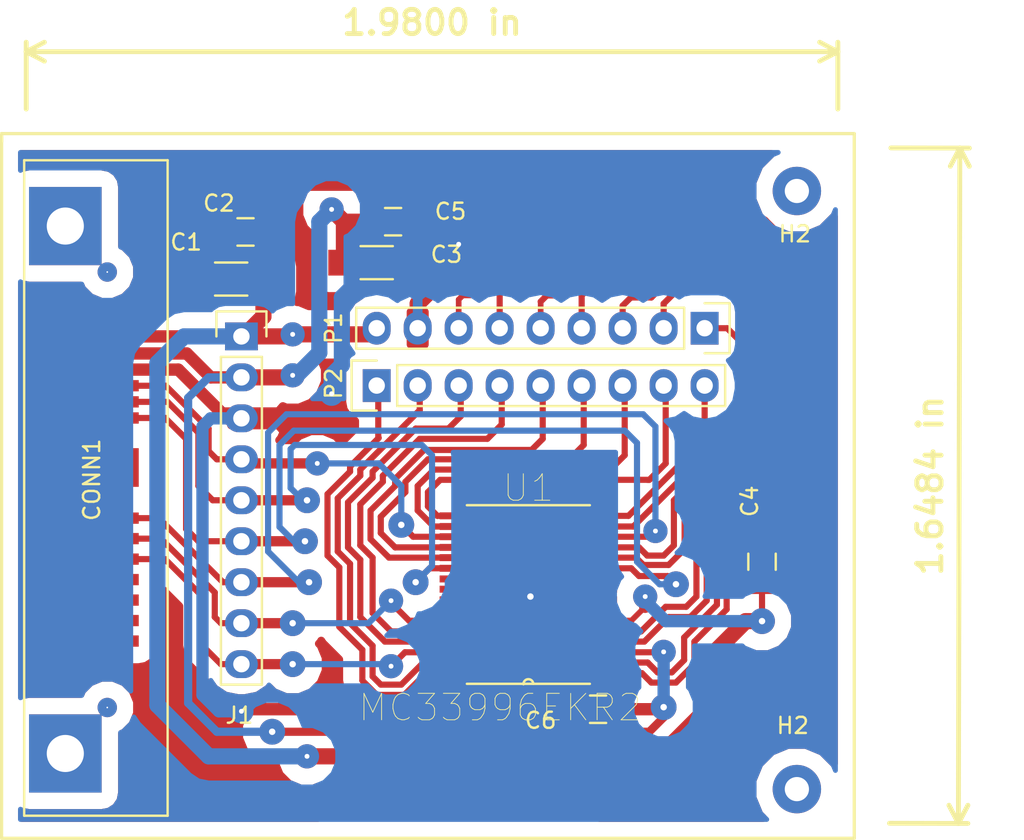
<source format=kicad_pcb>
(kicad_pcb (version 4) (host pcbnew 4.0.6)

  (general
    (links 55)
    (no_connects 0)
    (area 91.339999 70.452 158.047936 122.020001)
    (thickness 1.6)
    (drawings 8)
    (tracks 425)
    (zones 0)
    (modules 13)
    (nets 26)
  )

  (page USLetter)
  (layers
    (0 F.Cu signal)
    (31 B.Cu signal hide)
    (32 B.Adhes user)
    (33 F.Adhes user)
    (34 B.Paste user)
    (35 F.Paste user)
    (36 B.SilkS user)
    (37 F.SilkS user)
    (38 B.Mask user)
    (39 F.Mask user)
    (40 Dwgs.User user)
    (41 Cmts.User user)
    (42 Eco1.User user)
    (43 Eco2.User user)
    (44 Edge.Cuts user)
    (45 Margin user)
    (46 B.CrtYd user)
    (47 F.CrtYd user)
    (48 B.Fab user)
    (49 F.Fab user)
  )

  (setup
    (last_trace_width 0.35)
    (user_trace_width 0.35)
    (user_trace_width 0.381)
    (user_trace_width 0.5)
    (user_trace_width 0.508)
    (user_trace_width 0.635)
    (user_trace_width 0.762)
    (user_trace_width 1)
    (user_trace_width 5)
    (trace_clearance 0.2)
    (zone_clearance 1)
    (zone_45_only yes)
    (trace_min 0.2)
    (segment_width 0.2)
    (edge_width 0.15)
    (via_size 0.6)
    (via_drill 0.4)
    (via_min_size 0.4)
    (via_min_drill 0.3)
    (user_via 0.8 0.3)
    (user_via 1 0.3)
    (user_via 1.5 0.3)
    (uvia_size 0.3)
    (uvia_drill 0.1)
    (uvias_allowed no)
    (uvia_min_size 0.2)
    (uvia_min_drill 0.1)
    (pcb_text_width 0.3)
    (pcb_text_size 1.5 1.5)
    (mod_edge_width 0.15)
    (mod_text_size 1 1)
    (mod_text_width 0.15)
    (pad_size 3 3)
    (pad_drill 1.5)
    (pad_to_mask_clearance 0.2)
    (aux_axis_origin 0 0)
    (visible_elements 7FFFFFFF)
    (pcbplotparams
      (layerselection 0x00030_80000001)
      (usegerberextensions false)
      (excludeedgelayer true)
      (linewidth 0.100000)
      (plotframeref false)
      (viasonmask false)
      (mode 1)
      (useauxorigin false)
      (hpglpennumber 1)
      (hpglpenspeed 20)
      (hpglpendiameter 15)
      (hpglpenoverlay 2)
      (psnegative false)
      (psa4output false)
      (plotreference true)
      (plotvalue true)
      (plotinvisibletext false)
      (padsonsilk true)
      (subtractmaskfromsilk false)
      (outputformat 4)
      (mirror false)
      (drillshape 0)
      (scaleselection 1)
      (outputdirectory "/home/jarias/Escritorio/Pasantia/Desarrollo/Hardware /Cendit11713-v2/ArchivosGerber/VikingPortExpandeMC33996.Single/GerberFiles/"))
  )

  (net 0 "")
  (net 1 GNDPWR)
  (net 2 VPP)
  (net 3 VCC)
  (net 4 /PWM)
  (net 5 //RESET)
  (net 6 /SCLK)
  (net 7 /MISO)
  (net 8 /MOSI)
  (net 9 /P0)
  (net 10 /P1)
  (net 11 /P2)
  (net 12 /P3)
  (net 13 /P4)
  (net 14 /P5)
  (net 15 /P6)
  (net 16 /P7)
  (net 17 /P8)
  (net 18 /P9)
  (net 19 /P10)
  (net 20 /P11)
  (net 21 /P12)
  (net 22 /P13)
  (net 23 /P14)
  (net 24 /P15)
  (net 25 //CS)

  (net_class Default "Esta es la clase de red por defecto."
    (clearance 0.2)
    (trace_width 0.25)
    (via_dia 0.6)
    (via_drill 0.4)
    (uvia_dia 0.3)
    (uvia_drill 0.1)
  )

  (net_class CONTROL ""
    (clearance 0.2)
    (trace_width 0.381)
    (via_dia 1.6)
    (via_drill 0.4)
    (uvia_dia 0.3)
    (uvia_drill 0.1)
    (add_net /P0)
    (add_net /P1)
    (add_net /P10)
    (add_net /P11)
    (add_net /P12)
    (add_net /P13)
    (add_net /P14)
    (add_net /P15)
    (add_net /P2)
    (add_net /P3)
    (add_net /P4)
    (add_net /P5)
    (add_net /P6)
    (add_net /P7)
    (add_net /P8)
    (add_net /P9)
  )

  (net_class POWER ""
    (clearance 0.2)
    (trace_width 0.8)
    (via_dia 1.6)
    (via_drill 0.4)
    (uvia_dia 0.3)
    (uvia_drill 0.1)
    (add_net GNDPWR)
    (add_net VCC)
    (add_net VPP)
  )

  (net_class SIGNAL ""
    (clearance 0.2)
    (trace_width 0.381)
    (via_dia 1.6)
    (via_drill 0.4)
    (uvia_dia 0.3)
    (uvia_drill 0.1)
    (add_net //CS)
    (add_net //RESET)
    (add_net /MISO)
    (add_net /MOSI)
    (add_net /PWM)
    (add_net /SCLK)
  )

  (module Capacitors_SMD:C_0805_HandSoldering (layer F.Cu) (tedit 5A135576) (tstamp 59DED758)
    (at 106.553 84.328 180)
    (descr "Capacitor SMD 0805, hand soldering")
    (tags "capacitor 0805")
    (path /59BB1591)
    (attr smd)
    (fp_text reference C2 (at 1.651 1.778 180) (layer F.SilkS)
      (effects (font (size 1 1) (thickness 0.15)))
    )
    (fp_text value 0.1uF (at -1.778 1.905 180) (layer F.Fab)
      (effects (font (size 1 1) (thickness 0.15)))
    )
    (fp_line (start -1 0.625) (end -1 -0.625) (layer F.Fab) (width 0.15))
    (fp_line (start 1 0.625) (end -1 0.625) (layer F.Fab) (width 0.15))
    (fp_line (start 1 -0.625) (end 1 0.625) (layer F.Fab) (width 0.15))
    (fp_line (start -1 -0.625) (end 1 -0.625) (layer F.Fab) (width 0.15))
    (fp_line (start -2.3 -1) (end 2.3 -1) (layer F.CrtYd) (width 0.05))
    (fp_line (start -2.3 1) (end 2.3 1) (layer F.CrtYd) (width 0.05))
    (fp_line (start -2.3 -1) (end -2.3 1) (layer F.CrtYd) (width 0.05))
    (fp_line (start 2.3 -1) (end 2.3 1) (layer F.CrtYd) (width 0.05))
    (fp_line (start 0.5 -0.85) (end -0.5 -0.85) (layer F.SilkS) (width 0.15))
    (fp_line (start -0.5 0.85) (end 0.5 0.85) (layer F.SilkS) (width 0.15))
    (pad 1 smd rect (at -1.25 0 180) (size 1.5 1.25) (layers F.Cu F.Paste F.Mask)
      (net 2 VPP))
    (pad 2 smd rect (at 1.25 0 180) (size 1.5 1.25) (layers F.Cu F.Paste F.Mask)
      (net 1 GNDPWR))
    (model Capacitors_SMD.3dshapes/C_0805_HandSoldering.wrl
      (at (xyz 0 0 0))
      (scale (xyz 1 1 1))
      (rotate (xyz 0 0 0))
    )
  )

  (module Capacitors_SMD:C_0805_HandSoldering (layer F.Cu) (tedit 5A135592) (tstamp 59DED76A)
    (at 115.697 83.693)
    (descr "Capacitor SMD 0805, hand soldering")
    (tags "capacitor 0805")
    (path /59BB13CD)
    (attr smd)
    (fp_text reference C5 (at 3.556 -0.635) (layer F.SilkS)
      (effects (font (size 1 1) (thickness 0.15)))
    )
    (fp_text value 0.1uF (at 4.953 0.635) (layer F.Fab)
      (effects (font (size 1 1) (thickness 0.15)))
    )
    (fp_line (start -1 0.625) (end -1 -0.625) (layer F.Fab) (width 0.15))
    (fp_line (start 1 0.625) (end -1 0.625) (layer F.Fab) (width 0.15))
    (fp_line (start 1 -0.625) (end 1 0.625) (layer F.Fab) (width 0.15))
    (fp_line (start -1 -0.625) (end 1 -0.625) (layer F.Fab) (width 0.15))
    (fp_line (start -2.3 -1) (end 2.3 -1) (layer F.CrtYd) (width 0.05))
    (fp_line (start -2.3 1) (end 2.3 1) (layer F.CrtYd) (width 0.05))
    (fp_line (start -2.3 -1) (end -2.3 1) (layer F.CrtYd) (width 0.05))
    (fp_line (start 2.3 -1) (end 2.3 1) (layer F.CrtYd) (width 0.05))
    (fp_line (start 0.5 -0.85) (end -0.5 -0.85) (layer F.SilkS) (width 0.15))
    (fp_line (start -0.5 0.85) (end 0.5 0.85) (layer F.SilkS) (width 0.15))
    (pad 1 smd rect (at -1.25 0) (size 1.5 1.25) (layers F.Cu F.Paste F.Mask)
      (net 3 VCC))
    (pad 2 smd rect (at 1.25 0) (size 1.5 1.25) (layers F.Cu F.Paste F.Mask)
      (net 1 GNDPWR))
    (model Capacitors_SMD.3dshapes/C_0805_HandSoldering.wrl
      (at (xyz 0 0 0))
      (scale (xyz 1 1 1))
      (rotate (xyz 0 0 0))
    )
  )

  (module Capacitors_SMD:C_0805_HandSoldering (layer F.Cu) (tedit 5A133FFF) (tstamp 59DED770)
    (at 128.397 113.919 180)
    (descr "Capacitor SMD 0805, hand soldering")
    (tags "capacitor 0805")
    (path /59E3E181)
    (attr smd)
    (fp_text reference C6 (at 3.556 -0.6985 180) (layer F.SilkS)
      (effects (font (size 1 1) (thickness 0.15)))
    )
    (fp_text value 0.1uF (at 4.699 0.762 180) (layer F.Fab)
      (effects (font (size 1 1) (thickness 0.15)))
    )
    (fp_line (start -1 0.625) (end -1 -0.625) (layer F.Fab) (width 0.15))
    (fp_line (start 1 0.625) (end -1 0.625) (layer F.Fab) (width 0.15))
    (fp_line (start 1 -0.625) (end 1 0.625) (layer F.Fab) (width 0.15))
    (fp_line (start -1 -0.625) (end 1 -0.625) (layer F.Fab) (width 0.15))
    (fp_line (start -2.3 -1) (end 2.3 -1) (layer F.CrtYd) (width 0.05))
    (fp_line (start -2.3 1) (end 2.3 1) (layer F.CrtYd) (width 0.05))
    (fp_line (start -2.3 -1) (end -2.3 1) (layer F.CrtYd) (width 0.05))
    (fp_line (start 2.3 -1) (end 2.3 1) (layer F.CrtYd) (width 0.05))
    (fp_line (start 0.5 -0.85) (end -0.5 -0.85) (layer F.SilkS) (width 0.15))
    (fp_line (start -0.5 0.85) (end 0.5 0.85) (layer F.SilkS) (width 0.15))
    (pad 1 smd rect (at -1.25 0 180) (size 1.5 1.25) (layers F.Cu F.Paste F.Mask)
      (net 3 VCC))
    (pad 2 smd rect (at 1.25 0 180) (size 1.5 1.25) (layers F.Cu F.Paste F.Mask)
      (net 1 GNDPWR))
    (model Capacitors_SMD.3dshapes/C_0805_HandSoldering.wrl
      (at (xyz 0 0 0))
      (scale (xyz 1 1 1))
      (rotate (xyz 0 0 0))
    )
  )

  (module Pin_Headers:Pin_Header_Straight_1x09 (layer F.Cu) (tedit 5A16F489) (tstamp 59DED7A7)
    (at 135.001 90.297 270)
    (descr "Through hole pin header")
    (tags "pin header")
    (path /59DED448)
    (fp_text reference P1 (at 0 22.987 270) (layer F.SilkS)
      (effects (font (size 1 1) (thickness 0.15)))
    )
    (fp_text value VIKING_HEADER_9P (at 6.223 4.318 360) (layer F.Fab)
      (effects (font (size 0.8 0.8) (thickness 0.15)))
    )
    (fp_line (start -1.75 -1.75) (end -1.75 22.1) (layer F.CrtYd) (width 0.05))
    (fp_line (start 1.75 -1.75) (end 1.75 22.1) (layer F.CrtYd) (width 0.05))
    (fp_line (start -1.75 -1.75) (end 1.75 -1.75) (layer F.CrtYd) (width 0.05))
    (fp_line (start -1.75 22.1) (end 1.75 22.1) (layer F.CrtYd) (width 0.05))
    (fp_line (start 1.27 1.27) (end 1.27 21.59) (layer F.SilkS) (width 0.15))
    (fp_line (start 1.27 21.59) (end -1.27 21.59) (layer F.SilkS) (width 0.15))
    (fp_line (start -1.27 21.59) (end -1.27 1.27) (layer F.SilkS) (width 0.15))
    (fp_line (start 1.55 -1.55) (end 1.55 0) (layer F.SilkS) (width 0.15))
    (fp_line (start 1.27 1.27) (end -1.27 1.27) (layer F.SilkS) (width 0.15))
    (fp_line (start -1.55 0) (end -1.55 -1.55) (layer F.SilkS) (width 0.15))
    (fp_line (start -1.55 -1.55) (end 1.55 -1.55) (layer F.SilkS) (width 0.15))
    (pad 1 thru_hole rect (at 0 0 270) (size 2.032 1.7272) (drill 1.016) (layers *.Cu *.Mask)
      (net 15 /P6))
    (pad 2 thru_hole oval (at 0 2.54 270) (size 2.032 1.7272) (drill 1.016) (layers *.Cu *.Mask)
      (net 14 /P5))
    (pad 3 thru_hole oval (at 0 5.08 270) (size 2.032 1.7272) (drill 1.016) (layers *.Cu *.Mask)
      (net 13 /P4))
    (pad 4 thru_hole oval (at 0 7.62 270) (size 2.032 1.7272) (drill 1.016) (layers *.Cu *.Mask)
      (net 12 /P3))
    (pad 5 thru_hole oval (at 0 10.16 270) (size 2.032 1.7272) (drill 1.016) (layers *.Cu *.Mask)
      (net 11 /P2))
    (pad 6 thru_hole oval (at 0 12.7 270) (size 2.032 1.7272) (drill 1.016) (layers *.Cu *.Mask)
      (net 10 /P1))
    (pad 7 thru_hole oval (at 0 15.24 270) (size 2.032 1.7272) (drill 1.016) (layers *.Cu *.Mask)
      (net 9 /P0))
    (pad 8 thru_hole oval (at 0 17.78 270) (size 2.032 1.7272) (drill 1.016) (layers *.Cu *.Mask)
      (net 1 GNDPWR))
    (pad 9 thru_hole oval (at 0 20.32 270) (size 2.032 1.7272) (drill 1.016) (layers *.Cu *.Mask)
      (net 2 VPP))
    (model Pin_Headers.3dshapes/Pin_Header_Straight_1x09.wrl
      (at (xyz 0 -0.4 0))
      (scale (xyz 1 1 1))
      (rotate (xyz 0 0 90))
    )
  )

  (module Pin_Headers:Pin_Header_Straight_1x09 (layer F.Cu) (tedit 5A16F351) (tstamp 59DED7B4)
    (at 114.681 93.853 90)
    (descr "Through hole pin header")
    (tags "pin header")
    (path /59DED4A7)
    (fp_text reference P2 (at 0.127 -2.667 90) (layer F.SilkS)
      (effects (font (size 1 1) (thickness 0.15)))
    )
    (fp_text value VIKING_HEADER_9P (at 5.969 15.367 180) (layer F.Fab)
      (effects (font (size 0.8 0.8) (thickness 0.15)))
    )
    (fp_line (start -1.75 -1.75) (end -1.75 22.1) (layer F.CrtYd) (width 0.05))
    (fp_line (start 1.75 -1.75) (end 1.75 22.1) (layer F.CrtYd) (width 0.05))
    (fp_line (start -1.75 -1.75) (end 1.75 -1.75) (layer F.CrtYd) (width 0.05))
    (fp_line (start -1.75 22.1) (end 1.75 22.1) (layer F.CrtYd) (width 0.05))
    (fp_line (start 1.27 1.27) (end 1.27 21.59) (layer F.SilkS) (width 0.15))
    (fp_line (start 1.27 21.59) (end -1.27 21.59) (layer F.SilkS) (width 0.15))
    (fp_line (start -1.27 21.59) (end -1.27 1.27) (layer F.SilkS) (width 0.15))
    (fp_line (start 1.55 -1.55) (end 1.55 0) (layer F.SilkS) (width 0.15))
    (fp_line (start 1.27 1.27) (end -1.27 1.27) (layer F.SilkS) (width 0.15))
    (fp_line (start -1.55 0) (end -1.55 -1.55) (layer F.SilkS) (width 0.15))
    (fp_line (start -1.55 -1.55) (end 1.55 -1.55) (layer F.SilkS) (width 0.15))
    (pad 1 thru_hole rect (at 0 0 90) (size 2.032 1.7272) (drill 1.016) (layers *.Cu *.Mask)
      (net 24 /P15))
    (pad 2 thru_hole oval (at 0 2.54 90) (size 2.032 1.7272) (drill 1.016) (layers *.Cu *.Mask)
      (net 23 /P14))
    (pad 3 thru_hole oval (at 0 5.08 90) (size 2.032 1.7272) (drill 1.016) (layers *.Cu *.Mask)
      (net 22 /P13))
    (pad 4 thru_hole oval (at 0 7.62 90) (size 2.032 1.7272) (drill 1.016) (layers *.Cu *.Mask)
      (net 21 /P12))
    (pad 5 thru_hole oval (at 0 10.16 90) (size 2.032 1.7272) (drill 1.016) (layers *.Cu *.Mask)
      (net 20 /P11))
    (pad 6 thru_hole oval (at 0 12.7 90) (size 2.032 1.7272) (drill 1.016) (layers *.Cu *.Mask)
      (net 19 /P10))
    (pad 7 thru_hole oval (at 0 15.24 90) (size 2.032 1.7272) (drill 1.016) (layers *.Cu *.Mask)
      (net 18 /P9))
    (pad 8 thru_hole oval (at 0 17.78 90) (size 2.032 1.7272) (drill 1.016) (layers *.Cu *.Mask)
      (net 17 /P8))
    (pad 9 thru_hole oval (at 0 20.32 90) (size 2.032 1.7272) (drill 1.016) (layers *.Cu *.Mask)
      (net 16 /P7))
    (model Pin_Headers.3dshapes/Pin_Header_Straight_1x09.wrl
      (at (xyz 0 -0.4 0))
      (scale (xyz 1 1 1))
      (rotate (xyz 0 0 90))
    )
  )

  (module Capacitors_SMD:C_0805_HandSoldering (layer F.Cu) (tedit 5A134006) (tstamp 59DED764)
    (at 138.557 104.775 90)
    (descr "Capacitor SMD 0805, hand soldering")
    (tags "capacitor 0805")
    (path /59BB0C99)
    (attr smd)
    (fp_text reference C4 (at 3.7465 -0.762 90) (layer F.SilkS)
      (effects (font (size 1 1) (thickness 0.15)))
    )
    (fp_text value 0.1uF (at 4.699 0.635 90) (layer F.Fab)
      (effects (font (size 1 1) (thickness 0.15)))
    )
    (fp_line (start -1 0.625) (end -1 -0.625) (layer F.Fab) (width 0.15))
    (fp_line (start 1 0.625) (end -1 0.625) (layer F.Fab) (width 0.15))
    (fp_line (start 1 -0.625) (end 1 0.625) (layer F.Fab) (width 0.15))
    (fp_line (start -1 -0.625) (end 1 -0.625) (layer F.Fab) (width 0.15))
    (fp_line (start -2.3 -1) (end 2.3 -1) (layer F.CrtYd) (width 0.05))
    (fp_line (start -2.3 1) (end 2.3 1) (layer F.CrtYd) (width 0.05))
    (fp_line (start -2.3 -1) (end -2.3 1) (layer F.CrtYd) (width 0.05))
    (fp_line (start 2.3 -1) (end 2.3 1) (layer F.CrtYd) (width 0.05))
    (fp_line (start 0.5 -0.85) (end -0.5 -0.85) (layer F.SilkS) (width 0.15))
    (fp_line (start -0.5 0.85) (end 0.5 0.85) (layer F.SilkS) (width 0.15))
    (pad 1 smd rect (at -1.25 0 90) (size 1.5 1.25) (layers F.Cu F.Paste F.Mask)
      (net 2 VPP))
    (pad 2 smd rect (at 1.25 0 90) (size 1.5 1.25) (layers F.Cu F.Paste F.Mask)
      (net 1 GNDPWR))
    (model Capacitors_SMD.3dshapes/C_0805_HandSoldering.wrl
      (at (xyz 0 0 0))
      (scale (xyz 1 1 1))
      (rotate (xyz 0 0 0))
    )
  )

  (module Pin_Headers:Pin_Header_Straight_1x09 (layer F.Cu) (tedit 5A01F257) (tstamp 59E3DD23)
    (at 106.299 90.805)
    (descr "Through hole pin header")
    (tags "pin header")
    (path /59E3FC98)
    (fp_text reference J1 (at -0.127 23.495) (layer F.SilkS)
      (effects (font (size 1 1) (thickness 0.15)))
    )
    (fp_text value DEBUG_CONN (at 2.921 9.779 90) (layer F.Fab)
      (effects (font (size 1 1) (thickness 0.15)))
    )
    (fp_line (start -1.75 -1.75) (end -1.75 22.1) (layer F.CrtYd) (width 0.05))
    (fp_line (start 1.75 -1.75) (end 1.75 22.1) (layer F.CrtYd) (width 0.05))
    (fp_line (start -1.75 -1.75) (end 1.75 -1.75) (layer F.CrtYd) (width 0.05))
    (fp_line (start -1.75 22.1) (end 1.75 22.1) (layer F.CrtYd) (width 0.05))
    (fp_line (start 1.27 1.27) (end 1.27 21.59) (layer F.SilkS) (width 0.15))
    (fp_line (start 1.27 21.59) (end -1.27 21.59) (layer F.SilkS) (width 0.15))
    (fp_line (start -1.27 21.59) (end -1.27 1.27) (layer F.SilkS) (width 0.15))
    (fp_line (start 1.55 -1.55) (end 1.55 0) (layer F.SilkS) (width 0.15))
    (fp_line (start 1.27 1.27) (end -1.27 1.27) (layer F.SilkS) (width 0.15))
    (fp_line (start -1.55 0) (end -1.55 -1.55) (layer F.SilkS) (width 0.15))
    (fp_line (start -1.55 -1.55) (end 1.55 -1.55) (layer F.SilkS) (width 0.15))
    (pad 1 thru_hole rect (at 0 0) (size 2.032 1.7272) (drill 1.016) (layers *.Cu *.Mask)
      (net 2 VPP))
    (pad 2 thru_hole oval (at 0 2.54) (size 2.032 1.7272) (drill 1.016) (layers *.Cu *.Mask)
      (net 3 VCC))
    (pad 3 thru_hole oval (at 0 5.08) (size 2.032 1.7272) (drill 1.016) (layers *.Cu *.Mask)
      (net 1 GNDPWR))
    (pad 4 thru_hole oval (at 0 7.62) (size 2.032 1.7272) (drill 1.016) (layers *.Cu *.Mask)
      (net 8 /MOSI))
    (pad 5 thru_hole oval (at 0 10.16) (size 2.032 1.7272) (drill 1.016) (layers *.Cu *.Mask)
      (net 7 /MISO))
    (pad 6 thru_hole oval (at 0 12.7) (size 2.032 1.7272) (drill 1.016) (layers *.Cu *.Mask)
      (net 6 /SCLK))
    (pad 7 thru_hole oval (at 0 15.24) (size 2.032 1.7272) (drill 1.016) (layers *.Cu *.Mask)
      (net 25 //CS))
    (pad 8 thru_hole oval (at 0 17.78) (size 2.032 1.7272) (drill 1.016) (layers *.Cu *.Mask)
      (net 5 //RESET))
    (pad 9 thru_hole oval (at 0 20.32) (size 2.032 1.7272) (drill 1.016) (layers *.Cu *.Mask)
      (net 4 /PWM))
    (model Pin_Headers.3dshapes/Pin_Header_Straight_1x09.wrl
      (at (xyz 0 -0.4 0))
      (scale (xyz 1 1 1))
      (rotate (xyz 0 0 90))
    )
  )

  (module CenditFootprints:SLIMLINE_SATA_PLUG_7P_6P (layer F.Cu) (tedit 5A030913) (tstamp 5A01F4B5)
    (at 99.187 98.933 270)
    (path /59E406D7)
    (fp_text reference CONN1 (at 0.762 2.159 270) (layer F.SilkS)
      (effects (font (size 1 1) (thickness 0.15)))
    )
    (fp_text value VIKING_SPI_BUS (at 0 -3.81 270) (layer F.Fab)
      (effects (font (size 1 1) (thickness 0.15)))
    )
    (fp_line (start -19.05 6.35) (end 21.59 6.35) (layer F.SilkS) (width 0.15))
    (fp_line (start 21.59 6.35) (end 21.59 -2.54) (layer F.SilkS) (width 0.15))
    (fp_line (start 21.59 -2.54) (end -19.05 -2.54) (layer F.SilkS) (width 0.15))
    (fp_line (start -19.05 -2.54) (end -19.05 6.35) (layer F.SilkS) (width 0.15))
    (pad 14 smd rect (at 0 0 270) (size 2.4 1.5) (layers F.Cu F.Paste F.Mask))
    (pad 12 smd rect (at 9.49 0 270) (size 0.7 1.5) (layers F.Cu F.Paste F.Mask))
    (pad 11 smd rect (at 8.22 0 270) (size 0.7 1.5) (layers F.Cu F.Paste F.Mask))
    (pad 13 smd rect (at 10.76 0 270) (size 0.7 1.5) (layers F.Cu F.Paste F.Mask))
    (pad 10 smd rect (at 6.95 0 270) (size 0.7 1.5) (layers F.Cu F.Paste F.Mask))
    (pad 9 smd rect (at 5.68 0 270) (size 0.7 1.5) (layers F.Cu F.Paste F.Mask)
      (net 4 /PWM))
    (pad 8 smd rect (at 4.41 0 270) (size 0.7 1.5) (layers F.Cu F.Paste F.Mask)
      (net 5 //RESET))
    (pad 7 smd rect (at 3.14 0 270) (size 0.7 1.5) (layers F.Cu F.Paste F.Mask)
      (net 25 //CS))
    (pad 6 smd rect (at -3.07 0 270) (size 0.7 1.5) (layers F.Cu F.Paste F.Mask)
      (net 6 /SCLK))
    (pad 5 smd rect (at -4.07 0 270) (size 0.7 1.5) (layers F.Cu F.Paste F.Mask)
      (net 7 /MISO))
    (pad 4 smd rect (at -5.07 0 270) (size 0.7 1.5) (layers F.Cu F.Paste F.Mask)
      (net 8 /MOSI))
    (pad 3 smd rect (at -6.07 0 270) (size 0.7 1.5) (layers F.Cu F.Paste F.Mask)
      (net 1 GNDPWR))
    (pad 2 smd rect (at -7.07 0 270) (size 0.7 1.5) (layers F.Cu F.Paste F.Mask)
      (net 3 VCC))
    (pad 1 smd rect (at -8.07 0 270) (size 0.7 1.5) (layers F.Cu F.Paste F.Mask)
      (net 2 VPP))
    (pad "" np_thru_hole circle (at 14.88 1.2 270) (size 1.2 1.2) (drill 0.1) (layers *.Cu *.Mask))
    (pad "" np_thru_hole circle (at -12.12 1.2 270) (size 1.2 1.2) (drill 0.1) (layers *.Cu *.Mask))
    (pad "" np_thru_hole rect (at 17.73 3.8 270) (size 4.85 4.5) (drill 2.3) (layers *.Cu *.Mask))
    (pad "" np_thru_hole rect (at -14.97 3.8 270) (size 4.85 4.5) (drill 2.3) (layers *.Cu *.Mask))
  )

  (module LibreriaKicad:MC33996EKR2 (layer F.Cu) (tedit 5A134B50) (tstamp 5A133EEB)
    (at 124.079 106.807 180)
    (path /59BAD405)
    (attr smd)
    (fp_text reference U1 (at 0 6.604 180) (layer F.SilkS)
      (effects (font (size 1.64288 1.64288) (thickness 0.05)))
    )
    (fp_text value MC33996EKR2 (at 1.75277 -7.01108 180) (layer F.SilkS)
      (effects (font (size 1.64016 1.64016) (thickness 0.05)))
    )
    (fp_line (start -3.81 5.5372) (end 3.81 5.5372) (layer F.SilkS) (width 0.1524))
    (fp_line (start 3.81 -5.5372) (end -0.3048 -5.5372) (layer F.SilkS) (width 0.1524))
    (fp_line (start -0.3048 -5.5372) (end -3.81 -5.5372) (layer F.SilkS) (width 0.1524))
    (fp_arc (start 0 -5.5499) (end -0.3048 -5.5372) (angle -180) (layer F.SilkS) (width 0.1524))
    (fp_line (start -3.81 -4.699) (end -3.81 -5.0546) (layer Dwgs.User) (width 0))
    (fp_line (start -3.81 -5.0546) (end -5.1562 -5.0546) (layer Dwgs.User) (width 0))
    (fp_line (start -5.1562 -5.0546) (end -5.1562 -4.699) (layer Dwgs.User) (width 0))
    (fp_line (start -5.1562 -4.699) (end -3.81 -4.699) (layer Dwgs.User) (width 0))
    (fp_line (start -3.81 -4.0386) (end -3.81 -4.4196) (layer Dwgs.User) (width 0))
    (fp_line (start -3.81 -4.4196) (end -5.1562 -4.4196) (layer Dwgs.User) (width 0))
    (fp_line (start -5.1562 -4.4196) (end -5.1562 -4.0386) (layer Dwgs.User) (width 0))
    (fp_line (start -5.1562 -4.0386) (end -3.81 -4.0386) (layer Dwgs.User) (width 0))
    (fp_line (start -3.81 -3.3782) (end -3.81 -3.7592) (layer Dwgs.User) (width 0))
    (fp_line (start -3.81 -3.7592) (end -5.1562 -3.7592) (layer Dwgs.User) (width 0))
    (fp_line (start -5.1562 -3.7592) (end -5.1562 -3.3782) (layer Dwgs.User) (width 0))
    (fp_line (start -5.1562 -3.3782) (end -3.81 -3.3782) (layer Dwgs.User) (width 0))
    (fp_line (start -3.81 -2.7432) (end -3.81 -3.1242) (layer Dwgs.User) (width 0))
    (fp_line (start -3.81 -3.1242) (end -5.1562 -3.1242) (layer Dwgs.User) (width 0))
    (fp_line (start -5.1562 -3.1242) (end -5.1562 -2.7432) (layer Dwgs.User) (width 0))
    (fp_line (start -5.1562 -2.7432) (end -3.81 -2.7432) (layer Dwgs.User) (width 0))
    (fp_line (start -3.81 -2.0828) (end -3.81 -2.4638) (layer Dwgs.User) (width 0))
    (fp_line (start -3.81 -2.4638) (end -5.1562 -2.4638) (layer Dwgs.User) (width 0))
    (fp_line (start -5.1562 -2.4638) (end -5.1562 -2.0828) (layer Dwgs.User) (width 0))
    (fp_line (start -5.1562 -2.0828) (end -3.81 -2.0828) (layer Dwgs.User) (width 0))
    (fp_line (start -3.81 -1.4478) (end -3.81 -1.8034) (layer Dwgs.User) (width 0))
    (fp_line (start -3.81 -1.8034) (end -5.1562 -1.8034) (layer Dwgs.User) (width 0))
    (fp_line (start -5.1562 -1.8034) (end -5.1562 -1.4478) (layer Dwgs.User) (width 0))
    (fp_line (start -5.1562 -1.4478) (end -3.81 -1.4478) (layer Dwgs.User) (width 0))
    (fp_line (start -3.81 -0.7874) (end -3.81 -1.1684) (layer Dwgs.User) (width 0))
    (fp_line (start -3.81 -1.1684) (end -5.1562 -1.1684) (layer Dwgs.User) (width 0))
    (fp_line (start -5.1562 -1.1684) (end -5.1562 -0.7874) (layer Dwgs.User) (width 0))
    (fp_line (start -5.1562 -0.7874) (end -3.81 -0.7874) (layer Dwgs.User) (width 0))
    (fp_line (start -3.81 -0.127) (end -3.81 -0.508) (layer Dwgs.User) (width 0))
    (fp_line (start -3.81 -0.508) (end -5.1562 -0.508) (layer Dwgs.User) (width 0))
    (fp_line (start -5.1562 -0.508) (end -5.1562 -0.127) (layer Dwgs.User) (width 0))
    (fp_line (start -5.1562 -0.127) (end -3.81 -0.127) (layer Dwgs.User) (width 0))
    (fp_line (start -3.81 0.508) (end -3.81 0.127) (layer Dwgs.User) (width 0))
    (fp_line (start -3.81 0.127) (end -5.1562 0.127) (layer Dwgs.User) (width 0))
    (fp_line (start -5.1562 0.127) (end -5.1562 0.508) (layer Dwgs.User) (width 0))
    (fp_line (start -5.1562 0.508) (end -3.81 0.508) (layer Dwgs.User) (width 0))
    (fp_line (start -3.81 1.1684) (end -3.81 0.7874) (layer Dwgs.User) (width 0))
    (fp_line (start -3.81 0.7874) (end -5.1562 0.7874) (layer Dwgs.User) (width 0))
    (fp_line (start -5.1562 0.7874) (end -5.1562 1.1684) (layer Dwgs.User) (width 0))
    (fp_line (start -5.1562 1.1684) (end -3.81 1.1684) (layer Dwgs.User) (width 0))
    (fp_line (start -3.81 1.8034) (end -3.81 1.4478) (layer Dwgs.User) (width 0))
    (fp_line (start -3.81 1.4478) (end -5.1562 1.4478) (layer Dwgs.User) (width 0))
    (fp_line (start -5.1562 1.4478) (end -5.1562 1.8034) (layer Dwgs.User) (width 0))
    (fp_line (start -5.1562 1.8034) (end -3.81 1.8034) (layer Dwgs.User) (width 0))
    (fp_line (start -3.81 2.4638) (end -3.81 2.0828) (layer Dwgs.User) (width 0))
    (fp_line (start -3.81 2.0828) (end -5.1562 2.0828) (layer Dwgs.User) (width 0))
    (fp_line (start -5.1562 2.0828) (end -5.1562 2.4638) (layer Dwgs.User) (width 0))
    (fp_line (start -5.1562 2.4638) (end -3.81 2.4638) (layer Dwgs.User) (width 0))
    (fp_line (start -3.81 3.1242) (end -3.81 2.7432) (layer Dwgs.User) (width 0))
    (fp_line (start -3.81 2.7432) (end -5.1562 2.7432) (layer Dwgs.User) (width 0))
    (fp_line (start -5.1562 2.7432) (end -5.1562 3.1242) (layer Dwgs.User) (width 0))
    (fp_line (start -5.1562 3.1242) (end -3.81 3.1242) (layer Dwgs.User) (width 0))
    (fp_line (start -3.81 3.7592) (end -3.81 3.3782) (layer Dwgs.User) (width 0))
    (fp_line (start -3.81 3.3782) (end -5.1562 3.3782) (layer Dwgs.User) (width 0))
    (fp_line (start -5.1562 3.3782) (end -5.1562 3.7592) (layer Dwgs.User) (width 0))
    (fp_line (start -5.1562 3.7592) (end -3.81 3.7592) (layer Dwgs.User) (width 0))
    (fp_line (start -3.81 4.4196) (end -3.81 4.0386) (layer Dwgs.User) (width 0))
    (fp_line (start -3.81 4.0386) (end -5.1562 4.0386) (layer Dwgs.User) (width 0))
    (fp_line (start -5.1562 4.0386) (end -5.1562 4.4196) (layer Dwgs.User) (width 0))
    (fp_line (start -5.1562 4.4196) (end -3.81 4.4196) (layer Dwgs.User) (width 0))
    (fp_line (start -3.81 5.0546) (end -3.81 4.699) (layer Dwgs.User) (width 0))
    (fp_line (start -3.81 4.699) (end -5.1562 4.699) (layer Dwgs.User) (width 0))
    (fp_line (start -5.1562 4.699) (end -5.1562 5.0546) (layer Dwgs.User) (width 0))
    (fp_line (start -5.1562 5.0546) (end -3.81 5.0546) (layer Dwgs.User) (width 0))
    (fp_line (start 3.81 4.699) (end 3.81 5.0546) (layer Dwgs.User) (width 0))
    (fp_line (start 3.81 5.0546) (end 5.1562 5.0546) (layer Dwgs.User) (width 0))
    (fp_line (start 5.1562 5.0546) (end 5.1562 4.699) (layer Dwgs.User) (width 0))
    (fp_line (start 5.1562 4.699) (end 3.81 4.699) (layer Dwgs.User) (width 0))
    (fp_line (start 3.81 4.0386) (end 3.81 4.4196) (layer Dwgs.User) (width 0))
    (fp_line (start 3.81 4.4196) (end 5.1562 4.4196) (layer Dwgs.User) (width 0))
    (fp_line (start 5.1562 4.4196) (end 5.1562 4.0386) (layer Dwgs.User) (width 0))
    (fp_line (start 5.1562 4.0386) (end 3.81 4.0386) (layer Dwgs.User) (width 0))
    (fp_line (start 3.81 3.3782) (end 3.81 3.7592) (layer Dwgs.User) (width 0))
    (fp_line (start 3.81 3.7592) (end 5.1562 3.7592) (layer Dwgs.User) (width 0))
    (fp_line (start 5.1562 3.7592) (end 5.1562 3.3782) (layer Dwgs.User) (width 0))
    (fp_line (start 5.1562 3.3782) (end 3.81 3.3782) (layer Dwgs.User) (width 0))
    (fp_line (start 3.81 2.7432) (end 3.81 3.1242) (layer Dwgs.User) (width 0))
    (fp_line (start 3.81 3.1242) (end 5.1562 3.1242) (layer Dwgs.User) (width 0))
    (fp_line (start 5.1562 3.1242) (end 5.1562 2.7432) (layer Dwgs.User) (width 0))
    (fp_line (start 5.1562 2.7432) (end 3.81 2.7432) (layer Dwgs.User) (width 0))
    (fp_line (start 3.81 2.0828) (end 3.81 2.4638) (layer Dwgs.User) (width 0))
    (fp_line (start 3.81 2.4638) (end 5.1562 2.4638) (layer Dwgs.User) (width 0))
    (fp_line (start 5.1562 2.4638) (end 5.1562 2.0828) (layer Dwgs.User) (width 0))
    (fp_line (start 5.1562 2.0828) (end 3.81 2.0828) (layer Dwgs.User) (width 0))
    (fp_line (start 3.81 1.4478) (end 3.81 1.8034) (layer Dwgs.User) (width 0))
    (fp_line (start 3.81 1.8034) (end 5.1562 1.8034) (layer Dwgs.User) (width 0))
    (fp_line (start 5.1562 1.8034) (end 5.1562 1.4478) (layer Dwgs.User) (width 0))
    (fp_line (start 5.1562 1.4478) (end 3.81 1.4478) (layer Dwgs.User) (width 0))
    (fp_line (start 3.81 0.7874) (end 3.81 1.1684) (layer Dwgs.User) (width 0))
    (fp_line (start 3.81 1.1684) (end 5.1562 1.1684) (layer Dwgs.User) (width 0))
    (fp_line (start 5.1562 1.1684) (end 5.1562 0.7874) (layer Dwgs.User) (width 0))
    (fp_line (start 5.1562 0.7874) (end 3.81 0.7874) (layer Dwgs.User) (width 0))
    (fp_line (start 3.81 0.127) (end 3.81 0.508) (layer Dwgs.User) (width 0))
    (fp_line (start 3.81 0.508) (end 5.1562 0.508) (layer Dwgs.User) (width 0))
    (fp_line (start 5.1562 0.508) (end 5.1562 0.127) (layer Dwgs.User) (width 0))
    (fp_line (start 5.1562 0.127) (end 3.81 0.127) (layer Dwgs.User) (width 0))
    (fp_line (start 3.81 -0.508) (end 3.81 -0.127) (layer Dwgs.User) (width 0))
    (fp_line (start 3.81 -0.127) (end 5.1562 -0.127) (layer Dwgs.User) (width 0))
    (fp_line (start 5.1562 -0.127) (end 5.1562 -0.508) (layer Dwgs.User) (width 0))
    (fp_line (start 5.1562 -0.508) (end 3.81 -0.508) (layer Dwgs.User) (width 0))
    (fp_line (start 3.81 -1.1684) (end 3.81 -0.7874) (layer Dwgs.User) (width 0))
    (fp_line (start 3.81 -0.7874) (end 5.1562 -0.7874) (layer Dwgs.User) (width 0))
    (fp_line (start 5.1562 -0.7874) (end 5.1562 -1.1684) (layer Dwgs.User) (width 0))
    (fp_line (start 5.1562 -1.1684) (end 3.81 -1.1684) (layer Dwgs.User) (width 0))
    (fp_line (start 3.81 -1.8034) (end 3.81 -1.4478) (layer Dwgs.User) (width 0))
    (fp_line (start 3.81 -1.4478) (end 5.1562 -1.4478) (layer Dwgs.User) (width 0))
    (fp_line (start 5.1562 -1.4478) (end 5.1562 -1.8034) (layer Dwgs.User) (width 0))
    (fp_line (start 5.1562 -1.8034) (end 3.81 -1.8034) (layer Dwgs.User) (width 0))
    (fp_line (start 3.81 -2.4638) (end 3.81 -2.0828) (layer Dwgs.User) (width 0))
    (fp_line (start 3.81 -2.0828) (end 5.1562 -2.0828) (layer Dwgs.User) (width 0))
    (fp_line (start 5.1562 -2.0828) (end 5.1562 -2.4638) (layer Dwgs.User) (width 0))
    (fp_line (start 5.1562 -2.4638) (end 3.81 -2.4638) (layer Dwgs.User) (width 0))
    (fp_line (start 3.81 -3.1242) (end 3.81 -2.7432) (layer Dwgs.User) (width 0))
    (fp_line (start 3.81 -2.7432) (end 5.1562 -2.7432) (layer Dwgs.User) (width 0))
    (fp_line (start 5.1562 -2.7432) (end 5.1562 -3.1242) (layer Dwgs.User) (width 0))
    (fp_line (start 5.1562 -3.1242) (end 3.81 -3.1242) (layer Dwgs.User) (width 0))
    (fp_line (start 3.81 -3.7592) (end 3.81 -3.3782) (layer Dwgs.User) (width 0))
    (fp_line (start 3.81 -3.3782) (end 5.1562 -3.3782) (layer Dwgs.User) (width 0))
    (fp_line (start 5.1562 -3.3782) (end 5.1562 -3.7592) (layer Dwgs.User) (width 0))
    (fp_line (start 5.1562 -3.7592) (end 3.81 -3.7592) (layer Dwgs.User) (width 0))
    (fp_line (start 3.81 -4.4196) (end 3.81 -4.0386) (layer Dwgs.User) (width 0))
    (fp_line (start 3.81 -4.0386) (end 5.1562 -4.0386) (layer Dwgs.User) (width 0))
    (fp_line (start 5.1562 -4.0386) (end 5.1562 -4.4196) (layer Dwgs.User) (width 0))
    (fp_line (start 5.1562 -4.4196) (end 3.81 -4.4196) (layer Dwgs.User) (width 0))
    (fp_line (start 3.81 -5.0546) (end 3.81 -4.699) (layer Dwgs.User) (width 0))
    (fp_line (start 3.81 -4.699) (end 5.1562 -4.699) (layer Dwgs.User) (width 0))
    (fp_line (start 5.1562 -4.699) (end 5.1562 -5.0546) (layer Dwgs.User) (width 0))
    (fp_line (start 5.1562 -5.0546) (end 3.81 -5.0546) (layer Dwgs.User) (width 0))
    (fp_line (start -3.81 5.5372) (end 3.81 5.5372) (layer Dwgs.User) (width 0))
    (fp_line (start 3.81 5.5372) (end 3.81 -5.5372) (layer Dwgs.User) (width 0))
    (fp_line (start 3.81 -5.5372) (end -0.3048 -5.5372) (layer Dwgs.User) (width 0))
    (fp_line (start -0.3048 -5.5372) (end -3.81 -5.5372) (layer Dwgs.User) (width 0))
    (fp_line (start -3.81 -5.5372) (end -3.81 5.5372) (layer Dwgs.User) (width 0))
    (fp_arc (start 0 -5.5499) (end -0.3048 -5.5372) (angle -180) (layer Dwgs.User) (width 0))
    (pad 1 smd rect (at -4.699 -4.8768 180) (size 1.6002 0.4318) (layers F.Cu F.Paste F.Mask)
      (net 9 /P0))
    (pad 2 smd rect (at -4.699 -4.2164 180) (size 1.6002 0.4318) (layers F.Cu F.Paste F.Mask)
      (net 10 /P1))
    (pad 3 smd rect (at -4.699 -3.5814 180) (size 1.6002 0.4318) (layers F.Cu F.Paste F.Mask)
      (net 3 VCC))
    (pad 4 smd rect (at -4.699 -2.921 180) (size 1.6002 0.4318) (layers F.Cu F.Paste F.Mask)
      (net 11 /P2))
    (pad 5 smd rect (at -4.699 -2.286 180) (size 1.6002 0.4318) (layers F.Cu F.Paste F.Mask)
      (net 12 /P3))
    (pad 6 smd rect (at -4.699 -1.6256 180) (size 1.6002 0.4318) (layers F.Cu F.Paste F.Mask)
      (net 2 VPP))
    (pad 7 smd rect (at -4.699 -0.9652 180) (size 1.6002 0.4318) (layers F.Cu F.Paste F.Mask)
      (net 1 GNDPWR))
    (pad 8 smd rect (at -4.699 -0.3302 180) (size 1.6002 0.4318) (layers F.Cu F.Paste F.Mask)
      (net 1 GNDPWR))
    (pad 9 smd rect (at -4.699 0.3302 180) (size 1.6002 0.4318) (layers F.Cu F.Paste F.Mask)
      (net 1 GNDPWR))
    (pad 10 smd rect (at -4.699 0.9652 180) (size 1.6002 0.4318) (layers F.Cu F.Paste F.Mask)
      (net 1 GNDPWR))
    (pad 11 smd rect (at -4.699 1.6256 180) (size 1.6002 0.4318) (layers F.Cu F.Paste F.Mask)
      (net 6 /SCLK))
    (pad 12 smd rect (at -4.699 2.286 180) (size 1.6002 0.4318) (layers F.Cu F.Paste F.Mask)
      (net 13 /P4))
    (pad 13 smd rect (at -4.699 2.921 180) (size 1.6002 0.4318) (layers F.Cu F.Paste F.Mask)
      (net 14 /P5))
    (pad 14 smd rect (at -4.699 3.5814 180) (size 1.6002 0.4318) (layers F.Cu F.Paste F.Mask)
      (net 25 //CS))
    (pad 15 smd rect (at -4.699 4.2164 180) (size 1.6002 0.4318) (layers F.Cu F.Paste F.Mask)
      (net 15 /P6))
    (pad 16 smd rect (at -4.699 4.8768 180) (size 1.6002 0.4318) (layers F.Cu F.Paste F.Mask)
      (net 16 /P7))
    (pad 17 smd rect (at 4.699 4.8768 180) (size 1.6002 0.4318) (layers F.Cu F.Paste F.Mask)
      (net 17 /P8))
    (pad 18 smd rect (at 4.699 4.2164 180) (size 1.6002 0.4318) (layers F.Cu F.Paste F.Mask)
      (net 18 /P9))
    (pad 19 smd rect (at 4.699 3.5814 180) (size 1.6002 0.4318) (layers F.Cu F.Paste F.Mask)
      (net 8 /MOSI))
    (pad 20 smd rect (at 4.699 2.921 180) (size 1.6002 0.4318) (layers F.Cu F.Paste F.Mask)
      (net 19 /P10))
    (pad 21 smd rect (at 4.699 2.286 180) (size 1.6002 0.4318) (layers F.Cu F.Paste F.Mask)
      (net 20 /P11))
    (pad 22 smd rect (at 4.699 1.6256 180) (size 1.6002 0.4318) (layers F.Cu F.Paste F.Mask)
      (net 7 /MISO))
    (pad 23 smd rect (at 4.699 0.9652 180) (size 1.6002 0.4318) (layers F.Cu F.Paste F.Mask))
    (pad 24 smd rect (at 4.699 0.3302 180) (size 1.6002 0.4318) (layers F.Cu F.Paste F.Mask)
      (net 1 GNDPWR))
    (pad 25 smd rect (at 4.699 -0.3302 180) (size 1.6002 0.4318) (layers F.Cu F.Paste F.Mask)
      (net 1 GNDPWR))
    (pad 26 smd rect (at 4.699 -0.9652 180) (size 1.6002 0.4318) (layers F.Cu F.Paste F.Mask)
      (net 1 GNDPWR))
    (pad 27 smd rect (at 4.699 -1.6256 180) (size 1.6002 0.4318) (layers F.Cu F.Paste F.Mask)
      (net 5 //RESET))
    (pad 28 smd rect (at 4.699 -2.286 180) (size 1.6002 0.4318) (layers F.Cu F.Paste F.Mask)
      (net 21 /P12))
    (pad 29 smd rect (at 4.699 -2.921 180) (size 1.6002 0.4318) (layers F.Cu F.Paste F.Mask)
      (net 22 /P13))
    (pad 30 smd rect (at 4.699 -3.5814 180) (size 1.6002 0.4318) (layers F.Cu F.Paste F.Mask)
      (net 4 /PWM))
    (pad 31 smd rect (at 4.699 -4.2164 180) (size 1.6002 0.4318) (layers F.Cu F.Paste F.Mask)
      (net 23 /P14))
    (pad 32 smd rect (at 4.699 -4.8768 180) (size 1.6002 0.4318) (layers F.Cu F.Paste F.Mask)
      (net 24 /P15))
    (pad 33 smd rect (at 0 0 180) (size 4.8006 5.8928) (layers F.Cu F.Paste F.Mask)
      (net 1 GNDPWR))
  )

  (module Capacitors_SMD:C_1206_HandSoldering (layer F.Cu) (tedit 5A135572) (tstamp 5A135741)
    (at 105.664 87.249 180)
    (descr "Capacitor SMD 1206, hand soldering")
    (tags "capacitor 1206")
    (path /59BB0FF4)
    (attr smd)
    (fp_text reference C1 (at 2.794 2.286 180) (layer F.SilkS)
      (effects (font (size 1 1) (thickness 0.15)))
    )
    (fp_text value 10uF (at -1.016 2.286 180) (layer F.Fab)
      (effects (font (size 1 1) (thickness 0.15)))
    )
    (fp_line (start -1.6 0.8) (end -1.6 -0.8) (layer F.Fab) (width 0.15))
    (fp_line (start 1.6 0.8) (end -1.6 0.8) (layer F.Fab) (width 0.15))
    (fp_line (start 1.6 -0.8) (end 1.6 0.8) (layer F.Fab) (width 0.15))
    (fp_line (start -1.6 -0.8) (end 1.6 -0.8) (layer F.Fab) (width 0.15))
    (fp_line (start -3.3 -1.15) (end 3.3 -1.15) (layer F.CrtYd) (width 0.05))
    (fp_line (start -3.3 1.15) (end 3.3 1.15) (layer F.CrtYd) (width 0.05))
    (fp_line (start -3.3 -1.15) (end -3.3 1.15) (layer F.CrtYd) (width 0.05))
    (fp_line (start 3.3 -1.15) (end 3.3 1.15) (layer F.CrtYd) (width 0.05))
    (fp_line (start 1 -1.025) (end -1 -1.025) (layer F.SilkS) (width 0.15))
    (fp_line (start -1 1.025) (end 1 1.025) (layer F.SilkS) (width 0.15))
    (pad 1 smd rect (at -2 0 180) (size 2 1.6) (layers F.Cu F.Paste F.Mask)
      (net 2 VPP))
    (pad 2 smd rect (at 2 0 180) (size 2 1.6) (layers F.Cu F.Paste F.Mask)
      (net 1 GNDPWR))
    (model Capacitors_SMD.3dshapes/C_1206_HandSoldering.wrl
      (at (xyz 0 0 0))
      (scale (xyz 1 1 1))
      (rotate (xyz 0 0 0))
    )
  )

  (module Capacitors_SMD:C_1206_HandSoldering (layer F.Cu) (tedit 5A135594) (tstamp 5A135746)
    (at 114.681 86.233)
    (descr "Capacitor SMD 1206, hand soldering")
    (tags "capacitor 1206")
    (path /59DD3E8B)
    (attr smd)
    (fp_text reference C3 (at 4.318 -0.508) (layer F.SilkS)
      (effects (font (size 1 1) (thickness 0.15)))
    )
    (fp_text value 10uF (at 5.08 0.635) (layer F.Fab)
      (effects (font (size 1 1) (thickness 0.15)))
    )
    (fp_line (start -1.6 0.8) (end -1.6 -0.8) (layer F.Fab) (width 0.15))
    (fp_line (start 1.6 0.8) (end -1.6 0.8) (layer F.Fab) (width 0.15))
    (fp_line (start 1.6 -0.8) (end 1.6 0.8) (layer F.Fab) (width 0.15))
    (fp_line (start -1.6 -0.8) (end 1.6 -0.8) (layer F.Fab) (width 0.15))
    (fp_line (start -3.3 -1.15) (end 3.3 -1.15) (layer F.CrtYd) (width 0.05))
    (fp_line (start -3.3 1.15) (end 3.3 1.15) (layer F.CrtYd) (width 0.05))
    (fp_line (start -3.3 -1.15) (end -3.3 1.15) (layer F.CrtYd) (width 0.05))
    (fp_line (start 3.3 -1.15) (end 3.3 1.15) (layer F.CrtYd) (width 0.05))
    (fp_line (start 1 -1.025) (end -1 -1.025) (layer F.SilkS) (width 0.15))
    (fp_line (start -1 1.025) (end 1 1.025) (layer F.SilkS) (width 0.15))
    (pad 1 smd rect (at -2 0) (size 2 1.6) (layers F.Cu F.Paste F.Mask)
      (net 3 VCC))
    (pad 2 smd rect (at 2 0) (size 2 1.6) (layers F.Cu F.Paste F.Mask)
      (net 1 GNDPWR))
    (model Capacitors_SMD.3dshapes/C_1206_HandSoldering.wrl
      (at (xyz 0 0 0))
      (scale (xyz 1 1 1))
      (rotate (xyz 0 0 0))
    )
  )

  (module CenditFootprints2:HOLE_3MM (layer F.Cu) (tedit 5A16F4AF) (tstamp 5A135C77)
    (at 140.716 81.788)
    (fp_text reference H2 (at -0.127 2.667) (layer F.SilkS)
      (effects (font (size 1 1) (thickness 0.15)))
    )
    (fp_text value HOLE_3MM (at 0 3.683) (layer F.Fab)
      (effects (font (size 0.5 0.5) (thickness 0.125)))
    )
    (pad 1 thru_hole circle (at 0 0) (size 3 3) (drill 1.5) (layers *.Cu *.Mask))
  )

  (module CenditFootprints2:HOLE_3MM (layer F.Cu) (tedit 5A16F47E) (tstamp 5A135C80)
    (at 140.716 118.872)
    (fp_text reference H2 (at -0.254 -3.937) (layer F.SilkS)
      (effects (font (size 1 1) (thickness 0.15)))
    )
    (fp_text value HOLE_3MM (at -0.254 -2.54) (layer F.Fab)
      (effects (font (size 0.5 0.5) (thickness 0.125)))
    )
    (pad 2 thru_hole circle (at 0 0) (size 3 3) (drill 1.5) (layers *.Cu *.Mask))
  )

  (dimension 50.292 (width 0.3) (layer F.SilkS)
    (gr_text 50,292mm (at 118.11 71.802) (layer F.SilkS)
      (effects (font (size 1.5 1.5) (thickness 0.3)))
    )
    (feature1 (pts (xy 143.256 76.708) (xy 143.256 70.452)))
    (feature2 (pts (xy 92.964 76.708) (xy 92.964 70.452)))
    (crossbar (pts (xy 92.964 73.152) (xy 143.256 73.152)))
    (arrow1a (pts (xy 143.256 73.152) (xy 142.129496 73.738421)))
    (arrow1b (pts (xy 143.256 73.152) (xy 142.129496 72.565579)))
    (arrow2a (pts (xy 92.964 73.152) (xy 94.090504 73.738421)))
    (arrow2b (pts (xy 92.964 73.152) (xy 94.090504 72.565579)))
  )
  (gr_line (start 91.44 78.232) (end 91.44 78.74) (angle 90) (layer F.SilkS) (width 0.2))
  (gr_line (start 144.272 78.232) (end 91.44 78.232) (angle 90) (layer F.SilkS) (width 0.2))
  (gr_line (start 144.272 121.92) (end 144.272 78.232) (angle 90) (layer F.SilkS) (width 0.2))
  (gr_line (start 91.44 121.92) (end 144.272 121.92) (angle 90) (layer F.SilkS) (width 0.2))
  (gr_line (start 91.44 78.232) (end 91.44 121.92) (angle 90) (layer F.SilkS) (width 0.2))
  (gr_text correo@JoseArias.com.ve (at 119.761 119.761) (layer F.Cu)
    (effects (font (size 0.8 0.8) (thickness 0.1)))
  )
  (dimension 41.870097 (width 0.3) (layer F.SilkS)
    (gr_text 41,870mm (at 152.119364 100.067081 89.87684232) (layer F.SilkS)
      (effects (font (size 1.5 1.5) (thickness 0.3)))
    )
    (feature1 (pts (xy 146.454 120.99) (xy 153.424361 121.004983)))
    (feature2 (pts (xy 146.544 79.12) (xy 153.514361 79.134983)))
    (crossbar (pts (xy 150.814367 79.129179) (xy 150.724367 120.999179)))
    (arrow1a (pts (xy 150.724367 120.999179) (xy 150.140369 119.871417)))
    (arrow1b (pts (xy 150.724367 120.999179) (xy 151.313208 119.873938)))
    (arrow2a (pts (xy 150.814367 79.129179) (xy 150.225526 80.25442)))
    (arrow2b (pts (xy 150.814367 79.129179) (xy 151.398365 80.256941)))
  )

  (via (at 124.206 106.934) (size 1.6) (drill 0.4) (layers F.Cu B.Cu) (net 1))
  (segment (start 124.206 106.934) (end 124.079 106.807) (width 0.8) (layer F.Cu) (net 1) (tstamp 5A16F9CF))
  (segment (start 105.303 84.328) (end 105.303 83.165) (width 1) (layer F.Cu) (net 1))
  (segment (start 119.761 82.677) (end 119.761 85.09) (width 1) (layer F.Cu) (net 1) (tstamp 5A1359BE))
  (segment (start 118.364 81.28) (end 119.761 82.677) (width 1) (layer F.Cu) (net 1) (tstamp 5A1359BB))
  (segment (start 107.188 81.28) (end 118.364 81.28) (width 1) (layer F.Cu) (net 1) (tstamp 5A1359B7))
  (segment (start 105.303 83.165) (end 107.188 81.28) (width 1) (layer F.Cu) (net 1) (tstamp 5A1359B5))
  (segment (start 103.664 87.249) (end 103.664 85.967) (width 1) (layer F.Cu) (net 1))
  (segment (start 103.664 85.967) (end 105.303 84.328) (width 1) (layer F.Cu) (net 1) (tstamp 5A1359B2))
  (segment (start 99.187 92.863) (end 102.388 92.863) (width 0.762) (layer F.Cu) (net 1))
  (segment (start 102.388 92.863) (end 105.41 95.885) (width 0.762) (layer F.Cu) (net 1) (tstamp 5A135904))
  (segment (start 105.41 95.885) (end 106.299 95.885) (width 0.762) (layer F.Cu) (net 1) (tstamp 5A135907))
  (segment (start 138.557 103.525) (end 138.557 102.108) (width 1) (layer F.Cu) (net 1))
  (segment (start 120.015 84.836) (end 119.761 85.09) (width 1) (layer F.Cu) (net 1) (tstamp 5A1358E8))
  (segment (start 129.159 84.836) (end 120.015 84.836) (width 1) (layer F.Cu) (net 1) (tstamp 5A1358E7))
  (segment (start 130.175 83.82) (end 129.159 84.836) (width 1) (layer F.Cu) (net 1) (tstamp 5A1358E6))
  (segment (start 138.557 83.82) (end 130.175 83.82) (width 1) (layer F.Cu) (net 1) (tstamp 5A1358E5))
  (segment (start 141.986 87.249) (end 138.557 83.82) (width 1) (layer F.Cu) (net 1) (tstamp 5A1358E4))
  (segment (start 141.986 98.679) (end 141.986 87.249) (width 1) (layer F.Cu) (net 1) (tstamp 5A1358E3))
  (segment (start 138.557 102.108) (end 141.986 98.679) (width 1) (layer F.Cu) (net 1) (tstamp 5A1358E2))
  (segment (start 127.147 113.919) (end 125.857 113.919) (width 1) (layer F.Cu) (net 1))
  (segment (start 125.857 113.919) (end 124.079 112.141) (width 1) (layer F.Cu) (net 1) (tstamp 5A1358BB))
  (segment (start 124.079 112.141) (end 124.079 106.807) (width 1) (layer F.Cu) (net 1) (tstamp 5A1358BC))
  (segment (start 128.778 107.7722) (end 125.0442 107.7722) (width 0.381) (layer F.Cu) (net 1))
  (segment (start 125.0442 107.7722) (end 124.079 106.807) (width 0.381) (layer F.Cu) (net 1) (tstamp 5A1358B8))
  (segment (start 128.778 107.1372) (end 124.4092 107.1372) (width 0.381) (layer F.Cu) (net 1))
  (segment (start 124.4092 107.1372) (end 124.079 106.807) (width 0.381) (layer F.Cu) (net 1) (tstamp 5A1358B5))
  (segment (start 128.778 106.4768) (end 124.4092 106.4768) (width 0.381) (layer F.Cu) (net 1))
  (segment (start 124.4092 106.4768) (end 124.079 106.807) (width 0.381) (layer F.Cu) (net 1) (tstamp 5A1358B2))
  (segment (start 128.778 105.8418) (end 125.0442 105.8418) (width 0.381) (layer F.Cu) (net 1))
  (segment (start 125.0442 105.8418) (end 124.079 106.807) (width 0.381) (layer F.Cu) (net 1) (tstamp 5A1358AF))
  (segment (start 119.38 107.7722) (end 123.1138 107.7722) (width 0.381) (layer F.Cu) (net 1))
  (segment (start 123.1138 107.7722) (end 124.079 106.807) (width 0.381) (layer F.Cu) (net 1) (tstamp 5A1358AC))
  (segment (start 119.38 107.1372) (end 123.7488 107.1372) (width 0.381) (layer F.Cu) (net 1))
  (segment (start 123.7488 107.1372) (end 124.079 106.807) (width 0.381) (layer F.Cu) (net 1) (tstamp 5A1358A9))
  (segment (start 119.38 106.4768) (end 123.7488 106.4768) (width 0.381) (layer F.Cu) (net 1))
  (segment (start 123.7488 106.4768) (end 124.079 106.807) (width 0.381) (layer F.Cu) (net 1) (tstamp 5A1358A6))
  (segment (start 106.299 95.885) (end 104.394 95.885) (width 0.762) (layer B.Cu) (net 1))
  (segment (start 106.426 113.919) (end 127.147 113.919) (width 0.762) (layer F.Cu) (net 1) (tstamp 5A1358A1))
  (segment (start 106.299 114.046) (end 106.426 113.919) (width 0.762) (layer F.Cu) (net 1) (tstamp 5A1358A0))
  (via (at 106.299 114.046) (size 1.5) (drill 0.3) (layers F.Cu B.Cu) (net 1))
  (segment (start 104.902 114.046) (end 106.299 114.046) (width 0.762) (layer B.Cu) (net 1) (tstamp 5A13589D))
  (segment (start 103.886 113.03) (end 104.902 114.046) (width 0.762) (layer B.Cu) (net 1) (tstamp 5A13589C))
  (segment (start 103.886 96.393) (end 103.886 113.03) (width 0.762) (layer B.Cu) (net 1) (tstamp 5A13589B))
  (segment (start 104.394 95.885) (end 103.886 96.393) (width 0.762) (layer B.Cu) (net 1) (tstamp 5A13589A))
  (segment (start 119.761 85.09) (end 119.761 86.233) (width 1) (layer F.Cu) (net 1))
  (segment (start 119.761 86.233) (end 117.221 88.773) (width 1) (layer F.Cu) (net 1) (tstamp 5A135892))
  (segment (start 117.221 88.773) (end 117.221 90.297) (width 1) (layer F.Cu) (net 1) (tstamp 5A135893))
  (segment (start 111.887 94.361) (end 111.887 93.218) (width 1) (layer B.Cu) (net 1))
  (segment (start 106.299 95.885) (end 110.363 95.885) (width 1) (layer F.Cu) (net 1))
  (segment (start 110.363 95.885) (end 111.887 94.361) (width 1) (layer F.Cu) (net 1) (tstamp 5A1354BF))
  (via (at 111.887 94.361) (size 1.5) (drill 0.3) (layers F.Cu B.Cu) (net 1))
  (segment (start 112.522 88.392) (end 115.824 85.09) (width 1) (layer B.Cu) (net 1) (tstamp 5A13588D))
  (segment (start 112.522 92.583) (end 112.522 88.392) (width 1) (layer B.Cu) (net 1) (tstamp 5A13588C))
  (segment (start 111.887 93.218) (end 112.522 92.583) (width 1) (layer B.Cu) (net 1) (tstamp 5A13588B))
  (segment (start 118.1635 84.9095) (end 118.0045 84.9095) (width 1) (layer F.Cu) (net 1))
  (segment (start 118.0045 84.9095) (end 116.681 86.233) (width 1) (layer F.Cu) (net 1) (tstamp 5A135879))
  (segment (start 118.217 84.963) (end 118.1635 84.9095) (width 1) (layer F.Cu) (net 1) (tstamp 5A135874))
  (segment (start 119.761 85.09) (end 119.634 84.963) (width 1) (layer F.Cu) (net 1) (tstamp 5A135872))
  (segment (start 119.634 84.963) (end 118.217 84.963) (width 1) (layer F.Cu) (net 1) (tstamp 5A135873))
  (segment (start 118.1635 84.9095) (end 116.947 83.693) (width 1) (layer F.Cu) (net 1) (tstamp 5A135877))
  (via (at 119.761 85.09) (size 1.5) (drill 0.3) (layers F.Cu B.Cu) (net 1))
  (segment (start 115.824 85.09) (end 119.761 85.09) (width 1) (layer B.Cu) (net 1) (tstamp 5A135890))
  (segment (start 115.697 85.09) (end 115.824 85.09) (width 1) (layer B.Cu) (net 1) (tstamp 5A13586F))
  (segment (start 106.299 90.805) (end 99.245 90.805) (width 0.762) (layer F.Cu) (net 2))
  (segment (start 99.245 90.805) (end 99.187 90.863) (width 0.762) (layer F.Cu) (net 2) (tstamp 5A1358EE))
  (segment (start 106.299 90.805) (end 102.743 90.805) (width 1) (layer B.Cu) (net 2))
  (segment (start 137.541 108.458) (end 138.557 108.458) (width 1) (layer F.Cu) (net 2) (tstamp 5A1358DF))
  (segment (start 135.636 110.363) (end 137.541 108.458) (width 1) (layer F.Cu) (net 2) (tstamp 5A1358DE))
  (segment (start 135.636 113.411) (end 135.636 110.363) (width 1) (layer F.Cu) (net 2) (tstamp 5A1358DD))
  (segment (start 132.207 116.84) (end 135.636 113.411) (width 1) (layer F.Cu) (net 2) (tstamp 5A1358DC))
  (segment (start 110.363 116.84) (end 132.207 116.84) (width 1) (layer F.Cu) (net 2) (tstamp 5A1358DB))
  (via (at 110.363 116.84) (size 1.5) (drill 0.3) (layers F.Cu B.Cu) (net 2))
  (segment (start 104.267 116.84) (end 110.363 116.84) (width 1) (layer B.Cu) (net 2) (tstamp 5A1358D8))
  (segment (start 101.092 113.665) (end 104.267 116.84) (width 1) (layer B.Cu) (net 2) (tstamp 5A1358D7))
  (segment (start 101.092 92.456) (end 101.092 113.665) (width 1) (layer B.Cu) (net 2) (tstamp 5A1358D6))
  (segment (start 102.743 90.805) (end 101.092 92.456) (width 1) (layer B.Cu) (net 2) (tstamp 5A1358D5))
  (segment (start 114.3 90.678) (end 109.474 90.678) (width 1) (layer F.Cu) (net 2))
  (via (at 109.474 90.678) (size 1.5) (drill 0.3) (layers F.Cu B.Cu) (net 2))
  (segment (start 109.347 90.805) (end 109.474 90.678) (width 1) (layer F.Cu) (net 2) (tstamp 5A1356A5))
  (segment (start 109.347 90.805) (end 106.299 90.805) (width 1) (layer F.Cu) (net 2))
  (segment (start 114.3 90.678) (end 114.681 90.297) (width 1) (layer F.Cu) (net 2) (tstamp 5A135811))
  (segment (start 107.664 87.249) (end 107.664 84.467) (width 1) (layer F.Cu) (net 2))
  (segment (start 107.664 84.467) (end 107.803 84.328) (width 1) (layer F.Cu) (net 2) (tstamp 5A13580B))
  (segment (start 106.299 90.805) (end 106.426 90.805) (width 1) (layer F.Cu) (net 2))
  (segment (start 106.426 90.805) (end 107.664 89.567) (width 1) (layer F.Cu) (net 2) (tstamp 5A1357F4))
  (segment (start 107.664 89.567) (end 107.664 87.249) (width 1) (layer F.Cu) (net 2) (tstamp 5A1357F5))
  (segment (start 131.318 106.934) (end 131.318 107.188) (width 0.762) (layer B.Cu) (net 2))
  (segment (start 131.318 107.188) (end 132.588 108.458) (width 0.762) (layer B.Cu) (net 2) (tstamp 5A1356AA))
  (segment (start 132.588 108.458) (end 138.557 108.458) (width 0.762) (layer B.Cu) (net 2) (tstamp 5A1356AB))
  (via (at 138.557 108.458) (size 1.6) (drill 0.4) (layers F.Cu B.Cu) (net 2))
  (segment (start 128.778 108.4326) (end 130.4544 108.4326) (width 0.381) (layer F.Cu) (net 2))
  (via (at 131.318 106.934) (size 1.5) (drill 0.3) (layers F.Cu B.Cu) (net 2))
  (segment (start 131.318 107.569) (end 131.318 106.934) (width 0.762) (layer F.Cu) (net 2) (tstamp 5A134A7B))
  (segment (start 130.4544 108.4326) (end 131.318 107.569) (width 0.35) (layer F.Cu) (net 2) (tstamp 5A134A7A))
  (segment (start 138.557 108.458) (end 138.557 106.025) (width 0.381) (layer F.Cu) (net 2) (tstamp 5A1356AE))
  (segment (start 99.187 91.863) (end 102.912 91.863) (width 0.762) (layer F.Cu) (net 3))
  (segment (start 104.394 93.345) (end 106.299 93.345) (width 0.762) (layer F.Cu) (net 3) (tstamp 5A135900))
  (segment (start 102.912 91.863) (end 104.394 93.345) (width 0.762) (layer F.Cu) (net 3) (tstamp 5A1358FC))
  (segment (start 108.204 115.316) (end 131.572 115.316) (width 0.508) (layer F.Cu) (net 3))
  (segment (start 104.267 93.345) (end 102.997 94.615) (width 0.508) (layer B.Cu) (net 3) (tstamp 5A1358C4))
  (segment (start 102.997 94.615) (end 102.997 113.538) (width 0.508) (layer B.Cu) (net 3) (tstamp 5A1358C5))
  (segment (start 102.997 113.538) (end 104.775 115.316) (width 0.508) (layer B.Cu) (net 3) (tstamp 5A1358C6))
  (segment (start 104.775 115.316) (end 108.204 115.316) (width 0.508) (layer B.Cu) (net 3) (tstamp 5A1358C7))
  (via (at 108.204 115.316) (size 1.6) (drill 0.4) (layers F.Cu B.Cu) (net 3))
  (segment (start 106.299 93.345) (end 104.267 93.345) (width 0.508) (layer B.Cu) (net 3))
  (segment (start 132.461 114.427) (end 132.461 113.792) (width 0.508) (layer F.Cu) (net 3) (tstamp 5A1358CD))
  (segment (start 131.572 115.316) (end 132.461 114.427) (width 0.508) (layer F.Cu) (net 3) (tstamp 5A1358CC))
  (segment (start 109.474 93.218) (end 109.728 93.218) (width 1) (layer B.Cu) (net 3))
  (via (at 111.887 82.931) (size 1.5) (drill 0.3) (layers F.Cu B.Cu) (net 3))
  (segment (start 112.649 83.693) (end 111.887 82.931) (width 1) (layer F.Cu) (net 3) (tstamp 5A135861))
  (segment (start 109.347 93.345) (end 106.299 93.345) (width 1) (layer F.Cu) (net 3))
  (segment (start 109.347 93.345) (end 109.474 93.218) (width 1) (layer F.Cu) (net 3) (tstamp 5A13569F))
  (via (at 109.474 93.218) (size 1.5) (drill 0.3) (layers F.Cu B.Cu) (net 3))
  (segment (start 111.125 83.693) (end 111.887 82.931) (width 1) (layer B.Cu) (net 3) (tstamp 5A135888))
  (segment (start 111.125 91.821) (end 111.125 83.693) (width 1) (layer B.Cu) (net 3) (tstamp 5A135887))
  (segment (start 109.728 93.218) (end 111.125 91.821) (width 1) (layer B.Cu) (net 3) (tstamp 5A135886))
  (segment (start 112.649 83.693) (end 112.649 86.201) (width 1) (layer F.Cu) (net 3))
  (segment (start 112.649 86.201) (end 112.681 86.233) (width 1) (layer F.Cu) (net 3) (tstamp 5A135865))
  (segment (start 112.649 83.693) (end 114.447 83.693) (width 1) (layer F.Cu) (net 3) (tstamp 5A135862))
  (segment (start 132.461 110.363) (end 132.461 113.919) (width 0.762) (layer B.Cu) (net 3))
  (via (at 132.461 110.363) (size 1.5) (drill 0.3) (layers F.Cu B.Cu) (net 3))
  (segment (start 132.4356 110.3884) (end 132.461 110.363) (width 0.762) (layer F.Cu) (net 3) (tstamp 5A134466))
  (segment (start 128.778 110.3884) (end 132.4356 110.3884) (width 0.381) (layer F.Cu) (net 3))
  (via (at 132.461 113.792) (size 1.6) (drill 0.4) (layers F.Cu B.Cu) (net 3))
  (segment (start 132.461 113.919) (end 132.461 113.792) (width 0.762) (layer B.Cu) (net 3) (tstamp 5A1356B2))
  (segment (start 132.334 113.919) (end 129.647 113.919) (width 0.762) (layer F.Cu) (net 3) (tstamp 5A1356B6))
  (segment (start 132.461 113.792) (end 132.334 113.919) (width 0.762) (layer F.Cu) (net 3) (tstamp 5A1356B5))
  (segment (start 99.187 104.613) (end 101.565 104.613) (width 0.381) (layer F.Cu) (net 4))
  (segment (start 101.565 104.613) (end 103.886 106.934) (width 0.381) (layer F.Cu) (net 4) (tstamp 5A135980))
  (segment (start 103.886 106.934) (end 103.886 109.982) (width 0.381) (layer F.Cu) (net 4) (tstamp 5A135986))
  (segment (start 103.886 109.982) (end 105.029 111.125) (width 0.381) (layer F.Cu) (net 4) (tstamp 5A135988))
  (segment (start 105.029 111.125) (end 106.299 111.125) (width 0.381) (layer F.Cu) (net 4) (tstamp 5A13598A))
  (segment (start 109.474 111.125) (end 115.443 111.125) (width 0.381) (layer B.Cu) (net 4))
  (segment (start 115.443 111.125) (end 115.57 111.252) (width 0.381) (layer B.Cu) (net 4) (tstamp 5A1354BC))
  (segment (start 106.299 111.125) (end 109.474 111.125) (width 0.635) (layer F.Cu) (net 4))
  (via (at 109.474 111.125) (size 1.6) (drill 0.4) (layers F.Cu B.Cu) (net 4))
  (segment (start 119.38 110.3884) (end 116.4336 110.3884) (width 0.381) (layer F.Cu) (net 4))
  (segment (start 116.4336 110.3884) (end 115.57 111.252) (width 0.381) (layer F.Cu) (net 4) (tstamp 5A1345DC))
  (via (at 115.57 111.252) (size 1.5) (drill 0.3) (layers F.Cu B.Cu) (net 4))
  (segment (start 115.57 111.252) (end 115.443 111.379) (width 0.381) (layer B.Cu) (net 4) (tstamp 5A134560))
  (segment (start 115.443 111.379) (end 115.443 111.506) (width 0.381) (layer B.Cu) (net 4) (tstamp 5A134561))
  (segment (start 99.187 103.343) (end 101.311 103.343) (width 0.381) (layer F.Cu) (net 5))
  (segment (start 101.311 103.343) (end 104.648 106.68) (width 0.381) (layer F.Cu) (net 5) (tstamp 5A135974))
  (segment (start 104.648 106.68) (end 104.648 108.204) (width 0.381) (layer F.Cu) (net 5) (tstamp 5A13597A))
  (segment (start 104.648 108.204) (end 105.029 108.585) (width 0.381) (layer F.Cu) (net 5) (tstamp 5A13597B))
  (segment (start 105.029 108.585) (end 106.299 108.585) (width 0.381) (layer F.Cu) (net 5) (tstamp 5A13597D))
  (segment (start 109.474 108.585) (end 114.173 108.585) (width 0.381) (layer B.Cu) (net 5))
  (segment (start 116.6876 108.4326) (end 115.57 107.315) (width 0.381) (layer F.Cu) (net 5) (tstamp 5A134709))
  (segment (start 115.57 107.315) (end 115.57 107.188) (width 0.381) (layer F.Cu) (net 5) (tstamp 5A13470D))
  (via (at 115.57 107.188) (size 1.5) (drill 0.3) (layers F.Cu B.Cu) (net 5))
  (segment (start 119.38 108.4326) (end 116.6876 108.4326) (width 0.381) (layer F.Cu) (net 5))
  (via (at 109.474 108.585) (size 1.6) (drill 0.4) (layers F.Cu B.Cu) (net 5))
  (segment (start 109.474 108.585) (end 106.299 108.585) (width 0.635) (layer F.Cu) (net 5))
  (segment (start 114.173 108.585) (end 115.57 107.188) (width 0.381) (layer B.Cu) (net 5) (tstamp 5A135058))
  (segment (start 99.187 95.863) (end 101.578 95.863) (width 0.381) (layer F.Cu) (net 6))
  (segment (start 101.578 95.863) (end 102.87 97.155) (width 0.381) (layer F.Cu) (net 6) (tstamp 5A13595B))
  (segment (start 102.87 97.155) (end 102.87 102.743) (width 0.381) (layer F.Cu) (net 6) (tstamp 5A13595E))
  (segment (start 102.87 102.743) (end 103.632 103.505) (width 0.381) (layer F.Cu) (net 6) (tstamp 5A135961))
  (segment (start 103.632 103.505) (end 106.299 103.505) (width 0.381) (layer F.Cu) (net 6) (tstamp 5A135963))
  (segment (start 128.778 105.1814) (end 130.4544 105.1814) (width 0.381) (layer F.Cu) (net 6))
  (segment (start 132.715 105.664) (end 133.223 106.172) (width 0.381) (layer F.Cu) (net 6) (tstamp 5A135149))
  (segment (start 130.937 105.664) (end 132.715 105.664) (width 0.381) (layer F.Cu) (net 6) (tstamp 5A135146))
  (segment (start 130.4544 105.1814) (end 130.937 105.664) (width 0.381) (layer F.Cu) (net 6) (tstamp 5A135144))
  (segment (start 110.236 103.505) (end 109.547002 103.505) (width 0.381) (layer B.Cu) (net 6))
  (segment (start 109.547002 103.505) (end 108.658002 102.616) (width 0.381) (layer B.Cu) (net 6) (tstamp 5A135117))
  (segment (start 108.658002 102.616) (end 108.658002 97.536) (width 0.381) (layer B.Cu) (net 6) (tstamp 5A13511C))
  (segment (start 108.658002 97.536) (end 109.547002 96.647) (width 0.381) (layer B.Cu) (net 6) (tstamp 5A13511E))
  (segment (start 109.547002 96.647) (end 130.048 96.647) (width 0.381) (layer B.Cu) (net 6) (tstamp 5A135120))
  (segment (start 130.048 96.647) (end 130.81 97.409) (width 0.381) (layer B.Cu) (net 6) (tstamp 5A135126))
  (segment (start 130.81 97.409) (end 130.81 104.775) (width 0.381) (layer B.Cu) (net 6) (tstamp 5A135128))
  (segment (start 130.81 104.775) (end 132.207 106.172) (width 0.381) (layer B.Cu) (net 6) (tstamp 5A13512D))
  (segment (start 132.207 106.172) (end 133.223 106.172) (width 0.381) (layer B.Cu) (net 6) (tstamp 5A135130))
  (via (at 133.223 106.172) (size 1.6) (drill 0.4) (layers F.Cu B.Cu) (net 6))
  (segment (start 106.299 103.505) (end 110.236 103.505) (width 0.635) (layer F.Cu) (net 6))
  (via (at 110.236 103.505) (size 1.6) (drill 0.4) (layers F.Cu B.Cu) (net 6))
  (segment (start 133.223 106.172) (end 132.842 105.791) (width 0.381) (layer F.Cu) (net 6) (tstamp 5A135137))
  (segment (start 99.187 94.863) (end 101.721 94.863) (width 0.381) (layer F.Cu) (net 7))
  (segment (start 101.721 94.863) (end 103.632 96.774) (width 0.381) (layer F.Cu) (net 7) (tstamp 5A135923))
  (segment (start 103.632 96.774) (end 103.632 100.076) (width 0.381) (layer F.Cu) (net 7) (tstamp 5A13592B))
  (segment (start 103.632 100.076) (end 104.521 100.965) (width 0.381) (layer F.Cu) (net 7) (tstamp 5A13592F))
  (segment (start 104.521 100.965) (end 106.299 100.965) (width 0.381) (layer F.Cu) (net 7) (tstamp 5A135930))
  (segment (start 106.299 100.965) (end 110.363 100.965) (width 0.635) (layer F.Cu) (net 7))
  (segment (start 110.363 100.965) (end 110.109 100.965) (width 0.381) (layer B.Cu) (net 7))
  (via (at 110.363 100.965) (size 1.6) (drill 0.4) (layers F.Cu B.Cu) (net 7))
  (segment (start 118.11 105.029) (end 117.094 106.045) (width 0.381) (layer B.Cu) (net 7) (tstamp 5A13522D))
  (segment (start 118.11 98.171) (end 118.11 105.029) (width 0.381) (layer B.Cu) (net 7) (tstamp 5A13522A))
  (segment (start 117.475 97.536) (end 118.11 98.171) (width 0.381) (layer B.Cu) (net 7) (tstamp 5A135228))
  (segment (start 109.601 97.536) (end 117.475 97.536) (width 0.381) (layer B.Cu) (net 7) (tstamp 5A135222))
  (segment (start 109.347 97.79) (end 109.601 97.536) (width 0.381) (layer B.Cu) (net 7) (tstamp 5A135220))
  (segment (start 109.347 100.203) (end 109.347 97.79) (width 0.381) (layer B.Cu) (net 7) (tstamp 5A13521E))
  (segment (start 110.109 100.965) (end 109.347 100.203) (width 0.381) (layer B.Cu) (net 7) (tstamp 5A135218))
  (segment (start 119.38 105.1814) (end 117.9576 105.1814) (width 0.381) (layer F.Cu) (net 7))
  (segment (start 117.9576 105.1814) (end 117.094 106.045) (width 0.381) (layer F.Cu) (net 7) (tstamp 5A1346F5))
  (via (at 117.094 106.045) (size 1.6) (drill 0.4) (layers F.Cu B.Cu) (net 7))
  (segment (start 117.094 106.045) (end 117.094 105.918) (width 0.381) (layer B.Cu) (net 7) (tstamp 5A1346FF))
  (segment (start 99.187 93.863) (end 101.61 93.863) (width 0.381) (layer F.Cu) (net 8))
  (segment (start 104.775 98.425) (end 106.299 98.425) (width 0.381) (layer F.Cu) (net 8) (tstamp 5A135912))
  (segment (start 104.267 97.917) (end 104.775 98.425) (width 0.381) (layer F.Cu) (net 8) (tstamp 5A13590F))
  (segment (start 104.267 96.52) (end 104.267 97.917) (width 0.381) (layer F.Cu) (net 8) (tstamp 5A13590E))
  (segment (start 101.61 93.863) (end 104.267 96.52) (width 0.381) (layer F.Cu) (net 8) (tstamp 5A13590A))
  (segment (start 106.553 98.679) (end 110.998 98.679) (width 0.635) (layer F.Cu) (net 8))
  (segment (start 114.808 98.679) (end 116.205 100.076) (width 0.381) (layer B.Cu) (net 8) (tstamp 5A135233))
  (segment (start 116.205 100.076) (end 116.205 102.489) (width 0.381) (layer B.Cu) (net 8) (tstamp 5A135236))
  (via (at 110.998 98.679) (size 1.5) (drill 0.3) (layers F.Cu B.Cu) (net 8))
  (segment (start 116.9416 103.2256) (end 116.205 102.489) (width 0.381) (layer F.Cu) (net 8) (tstamp 5A1346A6))
  (via (at 116.205 102.489) (size 1.6) (drill 0.4) (layers F.Cu B.Cu) (net 8))
  (segment (start 116.9416 103.2256) (end 119.38 103.2256) (width 0.381) (layer F.Cu) (net 8))
  (segment (start 110.998 98.679) (end 114.808 98.679) (width 0.381) (layer B.Cu) (net 8))
  (segment (start 106.553 98.679) (end 106.299 98.425) (width 0.381) (layer F.Cu) (net 8) (tstamp 5A135249))
  (segment (start 128.778 111.6838) (end 131.1148 111.6838) (width 0.381) (layer F.Cu) (net 9))
  (segment (start 119.761 88.519) (end 119.761 90.297) (width 0.35) (layer F.Cu) (net 9) (tstamp 5A134CDD))
  (segment (start 120.015 88.265) (end 119.761 88.519) (width 0.35) (layer F.Cu) (net 9) (tstamp 5A134CDC))
  (segment (start 121.285 88.265) (end 120.015 88.265) (width 0.35) (layer F.Cu) (net 9) (tstamp 5A134CDA))
  (segment (start 122.501002 87.048998) (end 121.285 88.265) (width 0.381) (layer F.Cu) (net 9) (tstamp 5A134CD6))
  (segment (start 125.803002 87.048998) (end 122.501002 87.048998) (width 0.381) (layer F.Cu) (net 9) (tstamp 5A134CD4))
  (segment (start 126.946002 85.905998) (end 125.803002 87.048998) (width 0.381) (layer F.Cu) (net 9) (tstamp 5A134CD2))
  (segment (start 130.556 85.905998) (end 126.946002 85.905998) (width 0.381) (layer F.Cu) (net 9) (tstamp 5A134CD0))
  (segment (start 131.625998 84.836) (end 130.556 85.905998) (width 0.381) (layer F.Cu) (net 9) (tstamp 5A134CCF))
  (segment (start 138.049 84.836) (end 131.625998 84.836) (width 0.381) (layer F.Cu) (net 9) (tstamp 5A134CCC))
  (segment (start 140.97 87.757) (end 138.049 84.836) (width 0.381) (layer F.Cu) (net 9) (tstamp 5A134CC9))
  (segment (start 140.97 96.774) (end 140.97 87.757) (width 0.381) (layer F.Cu) (net 9) (tstamp 5A134CC6))
  (segment (start 139.573 98.171) (end 140.97 96.774) (width 0.381) (layer F.Cu) (net 9) (tstamp 5A134CC4))
  (segment (start 139.573 99.187) (end 139.573 98.171) (width 0.381) (layer F.Cu) (net 9) (tstamp 5A134CC2))
  (segment (start 136.36433 102.39567) (end 139.573 99.187) (width 0.381) (layer F.Cu) (net 9) (tstamp 5A134CC0))
  (segment (start 136.36433 107.72967) (end 136.36433 102.39567) (width 0.381) (layer F.Cu) (net 9) (tstamp 5A134CBA))
  (segment (start 134.366 109.728) (end 136.36433 107.72967) (width 0.381) (layer F.Cu) (net 9) (tstamp 5A134CB3))
  (segment (start 134.366 111.125) (end 134.366 109.728) (width 0.381) (layer F.Cu) (net 9) (tstamp 5A134CB2))
  (segment (start 133.223 112.268) (end 134.366 111.125) (width 0.381) (layer F.Cu) (net 9) (tstamp 5A134CB1))
  (segment (start 131.699 112.268) (end 133.223 112.268) (width 0.381) (layer F.Cu) (net 9) (tstamp 5A134CB0))
  (segment (start 131.1148 111.6838) (end 131.699 112.268) (width 0.381) (layer F.Cu) (net 9) (tstamp 5A134CAE))
  (segment (start 128.778 111.0234) (end 131.4704 111.0234) (width 0.381) (layer F.Cu) (net 10))
  (segment (start 122.301 88.138) (end 122.301 90.297) (width 0.381) (layer F.Cu) (net 10) (tstamp 5A134C9E))
  (segment (start 122.809 87.63) (end 122.301 88.138) (width 0.381) (layer F.Cu) (net 10) (tstamp 5A134C9A))
  (segment (start 126.111 87.63) (end 122.809 87.63) (width 0.381) (layer F.Cu) (net 10) (tstamp 5A134C98))
  (segment (start 127.254 86.487) (end 126.111 87.63) (width 0.381) (layer F.Cu) (net 10) (tstamp 5A134C96))
  (segment (start 130.931338 86.487) (end 127.254 86.487) (width 0.381) (layer F.Cu) (net 10) (tstamp 5A134C92))
  (segment (start 131.947338 85.471) (end 130.931338 86.487) (width 0.381) (layer F.Cu) (net 10) (tstamp 5A134C91))
  (segment (start 137.795 85.471) (end 131.947338 85.471) (width 0.381) (layer F.Cu) (net 10) (tstamp 5A134C8E))
  (segment (start 140.335 88.011) (end 137.795 85.471) (width 0.381) (layer F.Cu) (net 10) (tstamp 5A134C89))
  (segment (start 140.335 96.52) (end 140.335 88.011) (width 0.381) (layer F.Cu) (net 10) (tstamp 5A134C86))
  (segment (start 138.938 97.917) (end 140.335 96.52) (width 0.381) (layer F.Cu) (net 10) (tstamp 5A134C85))
  (segment (start 138.938 98.933) (end 138.938 97.917) (width 0.381) (layer F.Cu) (net 10) (tstamp 5A134C84))
  (segment (start 135.763 102.108) (end 138.938 98.933) (width 0.381) (layer F.Cu) (net 10) (tstamp 5A134C82))
  (segment (start 135.763 107.442) (end 135.763 102.108) (width 0.381) (layer F.Cu) (net 10) (tstamp 5A134C7E))
  (segment (start 133.731 109.474) (end 135.763 107.442) (width 0.381) (layer F.Cu) (net 10) (tstamp 5A134C7C))
  (segment (start 133.731 110.871) (end 133.731 109.474) (width 0.381) (layer F.Cu) (net 10) (tstamp 5A134C78))
  (segment (start 132.969 111.633) (end 133.731 110.871) (width 0.381) (layer F.Cu) (net 10) (tstamp 5A134C76))
  (segment (start 132.08 111.633) (end 132.969 111.633) (width 0.381) (layer F.Cu) (net 10) (tstamp 5A134C75))
  (segment (start 131.4704 111.0234) (end 132.08 111.633) (width 0.381) (layer F.Cu) (net 10) (tstamp 5A134C73))
  (segment (start 128.778 109.728) (end 131.264002 109.728) (width 0.381) (layer F.Cu) (net 11))
  (segment (start 131.264002 109.728) (end 132.788002 108.204) (width 0.381) (layer F.Cu) (net 11) (tstamp 5A134C39))
  (segment (start 132.788002 108.204) (end 134.112 108.204) (width 0.381) (layer F.Cu) (net 11) (tstamp 5A134C3D))
  (segment (start 134.112 108.204) (end 135.128 107.188) (width 0.381) (layer F.Cu) (net 11) (tstamp 5A134C41))
  (segment (start 135.128 107.188) (end 135.128 101.727) (width 0.381) (layer F.Cu) (net 11) (tstamp 5A134C43))
  (segment (start 135.128 101.727) (end 138.249002 98.605998) (width 0.381) (layer F.Cu) (net 11) (tstamp 5A134C46))
  (segment (start 138.249002 98.605998) (end 138.249002 97.716998) (width 0.381) (layer F.Cu) (net 11) (tstamp 5A134C49))
  (segment (start 138.249002 97.716998) (end 139.7 96.266) (width 0.381) (layer F.Cu) (net 11) (tstamp 5A134C4A))
  (segment (start 139.7 96.266) (end 139.7 88.265) (width 0.381) (layer F.Cu) (net 11) (tstamp 5A134C4D))
  (segment (start 139.7 88.265) (end 137.541 86.106) (width 0.381) (layer F.Cu) (net 11) (tstamp 5A134C50))
  (segment (start 137.541 86.106) (end 132.133998 86.106) (width 0.381) (layer F.Cu) (net 11) (tstamp 5A134C54))
  (segment (start 132.133998 86.106) (end 131.117998 87.122) (width 0.381) (layer F.Cu) (net 11) (tstamp 5A134C56))
  (segment (start 131.117998 87.122) (end 127.508 87.122) (width 0.381) (layer F.Cu) (net 11) (tstamp 5A134C57))
  (segment (start 127.508 87.122) (end 126.365 88.265) (width 0.381) (layer F.Cu) (net 11) (tstamp 5A134C5A))
  (segment (start 126.365 88.265) (end 125.222 88.265) (width 0.381) (layer F.Cu) (net 11) (tstamp 5A134C5E))
  (segment (start 125.222 88.265) (end 124.841 88.646) (width 0.381) (layer F.Cu) (net 11) (tstamp 5A134C5F))
  (segment (start 124.841 88.646) (end 124.841 90.297) (width 0.35) (layer F.Cu) (net 11) (tstamp 5A134C61))
  (segment (start 139.065 95.885) (end 139.065 88.519) (width 0.381) (layer F.Cu) (net 12))
  (segment (start 139.065 88.519) (end 137.287 86.741) (width 0.381) (layer F.Cu) (net 12) (tstamp 5A134B01))
  (segment (start 137.287 86.741) (end 132.387998 86.741) (width 0.381) (layer F.Cu) (net 12) (tstamp 5A134B03))
  (segment (start 132.387998 86.741) (end 131.371998 87.757) (width 0.381) (layer F.Cu) (net 12) (tstamp 5A134B06))
  (segment (start 131.371998 87.757) (end 127.889 87.757) (width 0.381) (layer F.Cu) (net 12) (tstamp 5A134B08))
  (segment (start 127.889 87.757) (end 127.381 88.265) (width 0.381) (layer F.Cu) (net 12) (tstamp 5A134B0D))
  (segment (start 127.381 88.265) (end 127.381 90.297) (width 0.381) (layer F.Cu) (net 12) (tstamp 5A134B0E))
  (segment (start 128.778 109.093) (end 131.064 109.093) (width 0.381) (layer F.Cu) (net 12))
  (segment (start 137.668 97.282) (end 139.065 95.885) (width 0.381) (layer F.Cu) (net 12) (tstamp 5A134ABB))
  (segment (start 137.668 98.298) (end 137.668 97.282) (width 0.381) (layer F.Cu) (net 12) (tstamp 5A134AB9))
  (segment (start 134.493 101.473) (end 137.668 98.298) (width 0.381) (layer F.Cu) (net 12) (tstamp 5A134AB4))
  (segment (start 134.493 106.934) (end 134.493 101.473) (width 0.381) (layer F.Cu) (net 12) (tstamp 5A134AAD))
  (segment (start 133.858 107.569) (end 134.493 106.934) (width 0.381) (layer F.Cu) (net 12) (tstamp 5A134AAC))
  (segment (start 132.588 107.569) (end 133.858 107.569) (width 0.381) (layer F.Cu) (net 12) (tstamp 5A134AAA))
  (segment (start 131.064 109.093) (end 132.588 107.569) (width 0.381) (layer F.Cu) (net 12) (tstamp 5A134AA8))
  (segment (start 128.778 104.521) (end 130.75034 104.521) (width 0.381) (layer F.Cu) (net 13))
  (segment (start 129.921 88.9) (end 129.921 90.297) (width 0.381) (layer F.Cu) (net 13) (tstamp 5A134A24))
  (segment (start 130.429 88.392) (end 129.921 88.9) (width 0.381) (layer F.Cu) (net 13) (tstamp 5A134A23))
  (segment (start 131.699 88.392) (end 130.429 88.392) (width 0.381) (layer F.Cu) (net 13) (tstamp 5A134A21))
  (segment (start 132.715 87.376) (end 131.699 88.392) (width 0.381) (layer F.Cu) (net 13) (tstamp 5A134A1F))
  (segment (start 137.033 87.376) (end 132.715 87.376) (width 0.381) (layer F.Cu) (net 13) (tstamp 5A134A1B))
  (segment (start 138.43 88.773) (end 137.033 87.376) (width 0.381) (layer F.Cu) (net 13) (tstamp 5A134A1A))
  (segment (start 138.43 95.631) (end 138.43 88.773) (width 0.381) (layer F.Cu) (net 13) (tstamp 5A134A16))
  (segment (start 136.906 97.155) (end 138.43 95.631) (width 0.381) (layer F.Cu) (net 13) (tstamp 5A134A15))
  (segment (start 136.906 98.044) (end 136.906 97.155) (width 0.381) (layer F.Cu) (net 13) (tstamp 5A134A12))
  (segment (start 133.76083 101.18917) (end 136.906 98.044) (width 0.381) (layer F.Cu) (net 13) (tstamp 5A134A0E))
  (segment (start 133.76083 103.98317) (end 133.76083 101.18917) (width 0.381) (layer F.Cu) (net 13) (tstamp 5A134A0B))
  (segment (start 132.768998 104.975002) (end 133.76083 103.98317) (width 0.381) (layer F.Cu) (net 13) (tstamp 5A134A0A))
  (segment (start 131.204342 104.975002) (end 132.768998 104.975002) (width 0.381) (layer F.Cu) (net 13) (tstamp 5A134A08))
  (segment (start 130.75034 104.521) (end 131.204342 104.975002) (width 0.381) (layer F.Cu) (net 13) (tstamp 5A134A06))
  (segment (start 128.778 103.886) (end 130.937 103.886) (width 0.381) (layer F.Cu) (net 14))
  (segment (start 132.461 88.773) (end 132.461 90.297) (width 0.381) (layer F.Cu) (net 14) (tstamp 5A1349A4))
  (segment (start 133.223 88.011) (end 132.461 88.773) (width 0.381) (layer F.Cu) (net 14) (tstamp 5A1349A2))
  (segment (start 136.779 88.011) (end 133.223 88.011) (width 0.381) (layer F.Cu) (net 14) (tstamp 5A1349A0))
  (segment (start 137.795 89.027) (end 136.779 88.011) (width 0.381) (layer F.Cu) (net 14) (tstamp 5A13499E))
  (segment (start 137.795 95.25) (end 137.795 89.027) (width 0.381) (layer F.Cu) (net 14) (tstamp 5A134996))
  (segment (start 136.271 96.774) (end 137.795 95.25) (width 0.381) (layer F.Cu) (net 14) (tstamp 5A134994))
  (segment (start 136.271 97.79) (end 136.271 96.774) (width 0.381) (layer F.Cu) (net 14) (tstamp 5A134992))
  (segment (start 133.096 100.965) (end 136.271 97.79) (width 0.381) (layer F.Cu) (net 14) (tstamp 5A13498F))
  (segment (start 133.096 103.759) (end 133.096 100.965) (width 0.381) (layer F.Cu) (net 14) (tstamp 5A13498B))
  (segment (start 132.461 104.394) (end 133.096 103.759) (width 0.381) (layer F.Cu) (net 14) (tstamp 5A134989))
  (segment (start 131.445 104.394) (end 132.461 104.394) (width 0.381) (layer F.Cu) (net 14) (tstamp 5A134987))
  (segment (start 130.937 103.886) (end 131.445 104.394) (width 0.381) (layer F.Cu) (net 14) (tstamp 5A134985))
  (segment (start 135.582002 97.589998) (end 135.582002 96.573998) (width 0.381) (layer F.Cu) (net 15))
  (segment (start 130.5814 102.5906) (end 135.582002 97.589998) (width 0.381) (layer F.Cu) (net 15) (tstamp 5A13493A))
  (segment (start 128.778 102.5906) (end 130.5814 102.5906) (width 0.381) (layer F.Cu) (net 15))
  (segment (start 136.398 90.297) (end 135.001 90.297) (width 0.381) (layer F.Cu) (net 15) (tstamp 5A1348DE))
  (segment (start 137.16 91.059) (end 136.398 90.297) (width 0.381) (layer F.Cu) (net 15) (tstamp 5A1348DD))
  (segment (start 137.16 94.996) (end 137.16 91.059) (width 0.381) (layer F.Cu) (net 15) (tstamp 5A1348D6))
  (segment (start 135.582002 96.573998) (end 137.16 94.996) (width 0.381) (layer F.Cu) (net 15) (tstamp 5A134960))
  (segment (start 128.778 101.9302) (end 130.279798 101.9302) (width 0.381) (layer F.Cu) (net 16))
  (segment (start 130.279798 101.9302) (end 135.001 97.208998) (width 0.381) (layer F.Cu) (net 16) (tstamp 5A134922))
  (segment (start 135.001 97.208998) (end 135.001 93.853) (width 0.381) (layer F.Cu) (net 16) (tstamp 5A134929))
  (segment (start 131.572 99.695) (end 132.588 98.679) (width 0.381) (layer F.Cu) (net 17))
  (segment (start 132.588 98.679) (end 132.588 93.98) (width 0.381) (layer F.Cu) (net 17) (tstamp 5A134894))
  (segment (start 132.588 93.98) (end 132.461 93.853) (width 0.381) (layer F.Cu) (net 17) (tstamp 5A134896))
  (segment (start 119.38 101.9302) (end 118.4402 101.9302) (width 0.381) (layer F.Cu) (net 17))
  (segment (start 118.618 99.695) (end 131.572 99.695) (width 0.381) (layer F.Cu) (net 17) (tstamp 5A134670))
  (segment (start 117.856 100.457) (end 118.618 99.695) (width 0.381) (layer F.Cu) (net 17) (tstamp 5A13466C))
  (segment (start 117.856 101.346) (end 117.856 100.457) (width 0.381) (layer F.Cu) (net 17) (tstamp 5A134669))
  (segment (start 118.4402 101.9302) (end 117.856 101.346) (width 0.381) (layer F.Cu) (net 17) (tstamp 5A134667))
  (segment (start 131.572 99.695) (end 131.445 99.695) (width 0.381) (layer F.Cu) (net 17) (tstamp 5A134892))
  (segment (start 130.048 93.98) (end 130.048 98.171) (width 0.381) (layer F.Cu) (net 18))
  (segment (start 118.2116 102.5906) (end 117.221 101.6) (width 0.381) (layer F.Cu) (net 18) (tstamp 5A13468B))
  (segment (start 117.221 101.6) (end 117.221 100.076) (width 0.381) (layer F.Cu) (net 18) (tstamp 5A13468E))
  (segment (start 117.221 100.076) (end 118.237 99.06) (width 0.381) (layer F.Cu) (net 18) (tstamp 5A13468F))
  (segment (start 118.237 99.06) (end 129.159 99.06) (width 0.381) (layer F.Cu) (net 18) (tstamp 5A134692))
  (segment (start 129.159 99.06) (end 130.048 98.171) (width 0.381) (layer F.Cu) (net 18) (tstamp 5A134696))
  (segment (start 118.2116 102.5906) (end 119.38 102.5906) (width 0.381) (layer F.Cu) (net 18))
  (segment (start 130.048 93.98) (end 129.921 93.853) (width 0.381) (layer F.Cu) (net 18) (tstamp 5A134871))
  (segment (start 127.508 93.98) (end 127.508 97.536) (width 0.381) (layer F.Cu) (net 19))
  (segment (start 115.824 103.886) (end 119.38 103.886) (width 0.381) (layer F.Cu) (net 19))
  (segment (start 126.619 98.425) (end 127.508 97.536) (width 0.381) (layer F.Cu) (net 19) (tstamp 5A1346CC))
  (segment (start 117.856 98.425) (end 126.619 98.425) (width 0.381) (layer F.Cu) (net 19) (tstamp 5A1346C8))
  (segment (start 116.459 99.822) (end 117.856 98.425) (width 0.381) (layer F.Cu) (net 19) (tstamp 5A1346C5))
  (segment (start 116.459 100.457) (end 116.459 99.822) (width 0.381) (layer F.Cu) (net 19) (tstamp 5A1346C2))
  (segment (start 114.935 101.981) (end 116.459 100.457) (width 0.381) (layer F.Cu) (net 19) (tstamp 5A1346C0))
  (segment (start 114.935 102.997) (end 114.935 101.981) (width 0.381) (layer F.Cu) (net 19) (tstamp 5A1346BF))
  (segment (start 115.824 103.886) (end 114.935 102.997) (width 0.381) (layer F.Cu) (net 19) (tstamp 5A1346BD))
  (segment (start 127.508 93.98) (end 127.381 93.853) (width 0.381) (layer F.Cu) (net 19) (tstamp 5A134874))
  (segment (start 124.968 93.98) (end 124.968 97.155) (width 0.381) (layer F.Cu) (net 20))
  (segment (start 115.443 104.521) (end 119.38 104.521) (width 0.381) (layer F.Cu) (net 20))
  (segment (start 124.279002 97.843998) (end 124.968 97.155) (width 0.381) (layer F.Cu) (net 20) (tstamp 5A1346E7))
  (segment (start 117.615342 97.843998) (end 124.279002 97.843998) (width 0.381) (layer F.Cu) (net 20) (tstamp 5A1346E2))
  (segment (start 115.824 99.63534) (end 117.615342 97.843998) (width 0.381) (layer F.Cu) (net 20) (tstamp 5A1346DF))
  (segment (start 115.824 100.076) (end 115.824 99.63534) (width 0.381) (layer F.Cu) (net 20) (tstamp 5A1346DC))
  (segment (start 114.3 101.6) (end 115.824 100.076) (width 0.381) (layer F.Cu) (net 20) (tstamp 5A1346DA))
  (segment (start 114.3 103.378) (end 114.3 101.6) (width 0.381) (layer F.Cu) (net 20) (tstamp 5A1346D9))
  (segment (start 115.443 104.521) (end 114.3 103.378) (width 0.381) (layer F.Cu) (net 20) (tstamp 5A1346D7))
  (segment (start 124.968 93.98) (end 124.841 93.853) (width 0.381) (layer F.Cu) (net 20) (tstamp 5A134877))
  (segment (start 122.428 93.98) (end 122.428 96.266) (width 0.381) (layer F.Cu) (net 21))
  (segment (start 115.57 109.093) (end 114.427 107.95) (width 0.381) (layer F.Cu) (net 21) (tstamp 5A13471E))
  (segment (start 114.427 107.95) (end 114.427 104.521) (width 0.381) (layer F.Cu) (net 21) (tstamp 5A134720))
  (segment (start 114.427 104.521) (end 113.665 103.759) (width 0.381) (layer F.Cu) (net 21) (tstamp 5A134724))
  (segment (start 113.665 103.759) (end 113.665 101.219) (width 0.381) (layer F.Cu) (net 21) (tstamp 5A134726))
  (segment (start 113.665 101.219) (end 115.062 99.822) (width 0.381) (layer F.Cu) (net 21) (tstamp 5A134729))
  (segment (start 115.062 99.822) (end 115.062 99.441) (width 0.381) (layer F.Cu) (net 21) (tstamp 5A13472D))
  (segment (start 115.062 99.441) (end 117.348 97.155) (width 0.381) (layer F.Cu) (net 21) (tstamp 5A13472F))
  (segment (start 117.348 97.155) (end 121.539 97.155) (width 0.381) (layer F.Cu) (net 21) (tstamp 5A134732))
  (segment (start 121.539 97.155) (end 122.428 96.266) (width 0.381) (layer F.Cu) (net 21) (tstamp 5A134735))
  (segment (start 115.57 109.093) (end 119.38 109.093) (width 0.381) (layer F.Cu) (net 21))
  (segment (start 122.428 93.98) (end 122.301 93.853) (width 0.381) (layer F.Cu) (net 21) (tstamp 5A13487A))
  (segment (start 119.888 93.98) (end 119.888 95.758) (width 0.381) (layer F.Cu) (net 22))
  (segment (start 115.189 109.728) (end 113.665 108.204) (width 0.381) (layer F.Cu) (net 22) (tstamp 5A134789))
  (segment (start 113.665 108.204) (end 113.665 104.648) (width 0.381) (layer F.Cu) (net 22) (tstamp 5A13478D))
  (segment (start 113.665 104.648) (end 112.903 103.886) (width 0.381) (layer F.Cu) (net 22) (tstamp 5A134796))
  (segment (start 112.903 103.886) (end 112.903 101.092) (width 0.381) (layer F.Cu) (net 22) (tstamp 5A134797))
  (segment (start 112.903 101.092) (end 114.427 99.568) (width 0.381) (layer F.Cu) (net 22) (tstamp 5A13479B))
  (segment (start 114.427 99.568) (end 114.427 99.187) (width 0.381) (layer F.Cu) (net 22) (tstamp 5A1347A2))
  (segment (start 114.427 99.187) (end 117.094 96.52) (width 0.381) (layer F.Cu) (net 22) (tstamp 5A1347A4))
  (segment (start 117.094 96.52) (end 119.126 96.52) (width 0.381) (layer F.Cu) (net 22) (tstamp 5A1347A7))
  (segment (start 119.126 96.52) (end 119.888 95.758) (width 0.381) (layer F.Cu) (net 22) (tstamp 5A1347A9))
  (segment (start 115.189 109.728) (end 119.38 109.728) (width 0.381) (layer F.Cu) (net 22))
  (segment (start 119.888 93.98) (end 119.761 93.853) (width 0.381) (layer F.Cu) (net 22) (tstamp 5A13487D))
  (segment (start 117.348 93.98) (end 117.348 95.377) (width 0.381) (layer F.Cu) (net 23))
  (segment (start 117.5766 111.0234) (end 116.205 112.395) (width 0.381) (layer F.Cu) (net 23) (tstamp 5A1347B9))
  (segment (start 116.205 112.395) (end 114.935 112.395) (width 0.381) (layer F.Cu) (net 23) (tstamp 5A1347BD))
  (segment (start 114.935 112.395) (end 114.427 111.887) (width 0.381) (layer F.Cu) (net 23) (tstamp 5A1347BE))
  (segment (start 114.427 111.887) (end 114.427 109.982) (width 0.381) (layer F.Cu) (net 23) (tstamp 5A1347C2))
  (segment (start 114.427 109.982) (end 113.03 108.585) (width 0.381) (layer F.Cu) (net 23) (tstamp 5A1347C5))
  (segment (start 113.03 108.585) (end 113.03 104.902) (width 0.381) (layer F.Cu) (net 23) (tstamp 5A1347C7))
  (segment (start 113.03 104.902) (end 112.268 104.14) (width 0.381) (layer F.Cu) (net 23) (tstamp 5A1347CA))
  (segment (start 112.268 104.14) (end 112.268 100.838) (width 0.381) (layer F.Cu) (net 23) (tstamp 5A1347CB))
  (segment (start 112.268 100.838) (end 113.665 99.441) (width 0.381) (layer F.Cu) (net 23) (tstamp 5A1347CD))
  (segment (start 113.665 99.441) (end 113.665 99.06) (width 0.381) (layer F.Cu) (net 23) (tstamp 5A1347CF))
  (segment (start 113.665 99.06) (end 117.348 95.377) (width 0.381) (layer F.Cu) (net 23) (tstamp 5A1347D3))
  (segment (start 117.5766 111.0234) (end 119.38 111.0234) (width 0.381) (layer F.Cu) (net 23))
  (segment (start 117.348 93.98) (end 117.221 93.853) (width 0.381) (layer F.Cu) (net 23) (tstamp 5A134880))
  (segment (start 114.77817 97.12517) (end 114.77817 93.95017) (width 0.381) (layer F.Cu) (net 24))
  (segment (start 114.77817 93.95017) (end 114.681 93.853) (width 0.381) (layer F.Cu) (net 24) (tstamp 5A134885))
  (segment (start 119.38 111.6838) (end 117.73786 111.6838) (width 0.381) (layer F.Cu) (net 24))
  (segment (start 117.73786 111.6838) (end 116.39166 113.03) (width 0.381) (layer F.Cu) (net 24) (tstamp 5A134815))
  (segment (start 116.39166 113.03) (end 114.681 113.03) (width 0.381) (layer F.Cu) (net 24) (tstamp 5A134817))
  (segment (start 114.681 113.03) (end 113.792 112.141) (width 0.381) (layer F.Cu) (net 24) (tstamp 5A134818))
  (segment (start 113.792 112.141) (end 113.792 110.236) (width 0.381) (layer F.Cu) (net 24) (tstamp 5A13481A))
  (segment (start 113.792 110.236) (end 112.36517 108.80917) (width 0.381) (layer F.Cu) (net 24) (tstamp 5A13481B))
  (segment (start 112.36517 108.80917) (end 112.36517 105.12617) (width 0.381) (layer F.Cu) (net 24) (tstamp 5A13481D))
  (segment (start 112.36517 105.12617) (end 111.633 104.394) (width 0.381) (layer F.Cu) (net 24) (tstamp 5A134820))
  (segment (start 111.633 104.394) (end 111.633 100.584) (width 0.381) (layer F.Cu) (net 24) (tstamp 5A134821))
  (segment (start 111.633 100.584) (end 113.03 99.187) (width 0.381) (layer F.Cu) (net 24) (tstamp 5A134824))
  (segment (start 113.03 99.187) (end 113.03 98.87334) (width 0.381) (layer F.Cu) (net 24) (tstamp 5A134827))
  (segment (start 113.03 98.87334) (end 114.77817 97.12517) (width 0.381) (layer F.Cu) (net 24) (tstamp 5A134829))
  (segment (start 114.77817 97.12517) (end 114.808 97.09534) (width 0.381) (layer F.Cu) (net 24) (tstamp 5A134883))
  (segment (start 110.49 106.045) (end 109.855 106.045) (width 0.381) (layer B.Cu) (net 25))
  (segment (start 128.778 103.2256) (end 131.5974 103.2256) (width 0.381) (layer F.Cu) (net 25))
  (via (at 131.953 102.87) (size 1.5) (drill 0.3) (layers F.Cu B.Cu) (net 25))
  (segment (start 131.5974 103.2256) (end 131.953 102.87) (width 0.381) (layer F.Cu) (net 25) (tstamp 5A1350F4))
  (segment (start 110.49 106.045) (end 106.299 106.045) (width 0.635) (layer F.Cu) (net 25))
  (via (at 110.49 106.045) (size 1.6) (drill 0.4) (layers F.Cu B.Cu) (net 25))
  (segment (start 131.953 96.393) (end 131.953 102.87) (width 0.381) (layer B.Cu) (net 25) (tstamp 5A16FCD0))
  (segment (start 131.191 95.631) (end 131.953 96.393) (width 0.381) (layer B.Cu) (net 25) (tstamp 5A16FCCC))
  (segment (start 109.093 95.631) (end 131.191 95.631) (width 0.381) (layer B.Cu) (net 25) (tstamp 5A16FCC4))
  (segment (start 107.95 96.774) (end 109.093 95.631) (width 0.381) (layer B.Cu) (net 25) (tstamp 5A16FCBF))
  (segment (start 107.95 104.14) (end 107.95 96.774) (width 0.381) (layer B.Cu) (net 25) (tstamp 5A16FCB4))
  (segment (start 109.855 106.045) (end 107.95 104.14) (width 0.381) (layer B.Cu) (net 25) (tstamp 5A16FCB0))
  (segment (start 99.187 102.073) (end 101.184 102.073) (width 0.381) (layer F.Cu) (net 25))
  (segment (start 101.184 102.073) (end 105.156 106.045) (width 0.381) (layer F.Cu) (net 25) (tstamp 5A13596B))
  (segment (start 105.156 106.045) (end 106.299 106.045) (width 0.381) (layer F.Cu) (net 25) (tstamp 5A13596F))

  (zone (net 1) (net_name GNDPWR) (layer F.Cu) (tstamp 5A135A1F) (hatch edge 0.508)
    (connect_pads (clearance 1))
    (min_thickness 0.5)
    (fill yes (mode segment) (arc_segments 16) (thermal_gap 1.5) (thermal_bridge_width 2.5) (smoothing fillet))
    (polygon
      (pts
        (xy 143.256 120.904) (xy 92.456 120.904) (xy 92.456 79.248) (xy 143.256 79.248)
      )
    )
    (filled_polygon
      (pts
        (xy 143.006 117.273514) (xy 142.275784 116.542023) (xy 141.265409 116.122478) (xy 140.171391 116.121523) (xy 139.160285 116.539304)
        (xy 138.386023 117.312216) (xy 137.966478 118.322591) (xy 137.965523 119.416609) (xy 138.383304 120.427715) (xy 138.609194 120.654)
        (xy 128.496714 120.654) (xy 128.496714 118.59) (xy 132.207 118.59) (xy 132.876696 118.456789) (xy 133.444437 118.077437)
        (xy 136.873437 114.648437) (xy 137.252789 114.080696) (xy 137.386 113.411) (xy 137.386 111.087874) (xy 138.019399 110.454475)
        (xy 138.147441 110.507643) (xy 138.962981 110.508355) (xy 139.716715 110.196919) (xy 140.293892 109.620748) (xy 140.606643 108.867559)
        (xy 140.607355 108.052019) (xy 140.311524 107.336051) (xy 140.356076 107.270847) (xy 140.456488 106.775) (xy 140.456488 105.475386)
        (xy 140.665578 105.266296) (xy 140.932 104.623097) (xy 140.932 104.3375) (xy 140.4945 103.9) (xy 138.8695 103.9)
        (xy 138.8695 104.000512) (xy 138.2445 104.000512) (xy 138.2445 103.9) (xy 137.932 103.9) (xy 137.932 103.15)
        (xy 138.2445 103.15) (xy 138.2445 102.775) (xy 138.8695 102.775) (xy 138.8695 103.15) (xy 140.4945 103.15)
        (xy 140.932 102.7125) (xy 140.932 102.426903) (xy 140.665578 101.783704) (xy 140.173295 101.291421) (xy 139.701272 101.095903)
        (xy 140.591588 100.205587) (xy 140.903848 99.738255) (xy 141.0135 99.187) (xy 141.0135 98.767674) (xy 141.988587 97.792588)
        (xy 142.300848 97.325256) (xy 142.31904 97.233796) (xy 142.4105 96.774) (xy 142.4105 87.757) (xy 142.300848 87.205745)
        (xy 141.988587 86.738413) (xy 139.518645 84.268471) (xy 140.166591 84.537522) (xy 141.260609 84.538477) (xy 142.271715 84.120696)
        (xy 143.006 83.387691)
      )
    )
    (filled_polygon
      (pts
        (xy 138.386023 80.228216) (xy 137.966478 81.238591) (xy 137.965523 82.332609) (xy 138.383304 83.343715) (xy 138.530635 83.491304)
        (xy 138.049 83.3955) (xy 131.625998 83.3955) (xy 131.074743 83.505152) (xy 130.607411 83.817412) (xy 129.959326 84.465498)
        (xy 126.946002 84.465498) (xy 126.549654 84.544337) (xy 126.394746 84.57515) (xy 125.927415 84.887411) (xy 125.206328 85.608498)
        (xy 122.501002 85.608498) (xy 121.949747 85.71815) (xy 121.482415 86.03041) (xy 120.878825 86.634) (xy 120.015 86.634)
        (xy 119.390843 86.758152) (xy 119.227677 86.867177) (xy 118.9935 86.633) (xy 117.181 86.633) (xy 117.181 87.033)
        (xy 116.181 87.033) (xy 116.181 86.633) (xy 115.681 86.633) (xy 115.681 85.998452) (xy 115.848903 86.068)
        (xy 116.1345 86.068) (xy 116.572 85.6305) (xy 116.572 84.1205) (xy 117.181 84.1205) (xy 117.181 85.833)
        (xy 117.5245 85.833) (xy 117.7595 86.068) (xy 118.045097 86.068) (xy 118.612437 85.833) (xy 118.9935 85.833)
        (xy 119.431 85.3955) (xy 119.431 85.084904) (xy 119.352262 84.894814) (xy 119.447 84.666096) (xy 119.447 84.443)
        (xy 119.0095 84.0055) (xy 118.728374 84.0055) (xy 118.672296 83.949422) (xy 118.029097 83.683) (xy 117.6185 83.683)
        (xy 117.181 84.1205) (xy 116.572 84.1205) (xy 116.572 84.0055) (xy 116.471488 84.0055) (xy 116.471488 83.3805)
        (xy 116.572 83.3805) (xy 116.572 81.7555) (xy 117.322 81.7555) (xy 117.322 83.3805) (xy 119.0095 83.3805)
        (xy 119.447 82.943) (xy 119.447 82.719904) (xy 119.180579 82.076705) (xy 118.688296 81.584422) (xy 118.045097 81.318)
        (xy 117.7595 81.318) (xy 117.322 81.7555) (xy 116.572 81.7555) (xy 116.1345 81.318) (xy 115.848903 81.318)
        (xy 115.205704 81.584422) (xy 114.996614 81.793512) (xy 113.697 81.793512) (xy 113.58937 81.813764) (xy 113.583506 81.799571)
        (xy 113.021388 81.236471) (xy 112.28657 80.931348) (xy 111.490921 80.930654) (xy 110.755571 81.234494) (xy 110.192471 81.796612)
        (xy 109.887348 82.53143) (xy 109.886654 83.327079) (xy 110.190494 84.062429) (xy 110.733161 84.606044) (xy 110.506924 84.937153)
        (xy 110.406512 85.433) (xy 110.406512 87.033) (xy 110.493673 87.496222) (xy 110.767437 87.921663) (xy 111.185153 88.207076)
        (xy 111.681 88.307488) (xy 113.632712 88.307488) (xy 113.186459 88.605665) (xy 112.971082 88.928) (xy 110.474799 88.928)
        (xy 109.87357 88.678348) (xy 109.746934 88.678238) (xy 109.838076 88.544847) (xy 109.938488 88.049) (xy 109.938488 86.449)
        (xy 109.851327 85.985778) (xy 109.613131 85.615611) (xy 109.727076 85.448847) (xy 109.827488 84.953) (xy 109.827488 83.703)
        (xy 109.740327 83.239778) (xy 109.466563 82.814337) (xy 109.048847 82.528924) (xy 108.553 82.428512) (xy 107.253386 82.428512)
        (xy 107.044296 82.219422) (xy 106.401097 81.953) (xy 106.1155 81.953) (xy 105.678 82.3905) (xy 105.678 84.0155)
        (xy 105.778512 84.0155) (xy 105.778512 84.6405) (xy 105.678 84.6405) (xy 105.678 84.953) (xy 105.625307 84.953)
        (xy 105.012097 84.699) (xy 104.928 84.699) (xy 104.928 84.6405) (xy 103.2405 84.6405) (xy 103.182 84.699)
        (xy 102.315903 84.699) (xy 101.672704 84.965422) (xy 101.180421 85.457705) (xy 100.914 86.100904) (xy 100.914 86.4115)
        (xy 101.3515 86.849) (xy 103.164 86.849) (xy 103.164 86.449) (xy 103.591693 86.449) (xy 104.164 86.686057)
        (xy 104.164 86.849) (xy 104.664 86.849) (xy 104.664 87.649) (xy 104.164 87.649) (xy 104.164 88.049)
        (xy 103.164 88.049) (xy 103.164 87.649) (xy 101.3515 87.649) (xy 100.914 88.0865) (xy 100.914 88.397096)
        (xy 101.180421 89.040295) (xy 101.314126 89.174) (xy 99.245 89.174) (xy 98.920675 89.238512) (xy 98.437 89.238512)
        (xy 97.973778 89.325673) (xy 97.548337 89.599437) (xy 97.262924 90.017153) (xy 97.162512 90.513) (xy 97.162512 91.213)
        (xy 97.178287 91.296839) (xy 96.953422 91.521704) (xy 96.687 92.164903) (xy 96.687 92.2505) (xy 97.1245 92.688)
        (xy 97.257252 92.688) (xy 97.369081 92.861787) (xy 97.262924 93.017153) (xy 97.258702 93.038) (xy 97.1245 93.038)
        (xy 96.687 93.4755) (xy 96.687 93.561097) (xy 96.953422 94.204296) (xy 97.179287 94.430161) (xy 97.162512 94.513)
        (xy 97.162512 95.213) (xy 97.191773 95.368507) (xy 97.162512 95.513) (xy 97.162512 96.213) (xy 97.249673 96.676222)
        (xy 97.441987 96.975086) (xy 97.262924 97.237153) (xy 97.162512 97.733) (xy 97.162512 100.133) (xy 97.249673 100.596222)
        (xy 97.465184 100.931135) (xy 97.262924 101.227153) (xy 97.162512 101.723) (xy 97.162512 102.423) (xy 97.218107 102.718464)
        (xy 97.162512 102.993) (xy 97.162512 103.693) (xy 97.218107 103.988464) (xy 97.162512 104.263) (xy 97.162512 104.963)
        (xy 97.218107 105.258464) (xy 97.162512 105.533) (xy 97.162512 106.233) (xy 97.218107 106.528464) (xy 97.162512 106.803)
        (xy 97.162512 107.503) (xy 97.218107 107.798464) (xy 97.162512 108.073) (xy 97.162512 108.773) (xy 97.218107 109.068464)
        (xy 97.162512 109.343) (xy 97.162512 110.043) (xy 97.249673 110.506222) (xy 97.523437 110.931663) (xy 97.941153 111.217076)
        (xy 98.437 111.317488) (xy 99.937 111.317488) (xy 100.400222 111.230327) (xy 100.825663 110.956563) (xy 101.111076 110.538847)
        (xy 101.211488 110.043) (xy 101.211488 109.343) (xy 101.155893 109.047536) (xy 101.211488 108.773) (xy 101.211488 108.073)
        (xy 101.155893 107.777536) (xy 101.211488 107.503) (xy 101.211488 106.803) (xy 101.155893 106.507536) (xy 101.200767 106.285941)
        (xy 102.4455 107.530675) (xy 102.4455 109.982) (xy 102.555152 110.533255) (xy 102.867413 111.000587) (xy 104.010413 112.143587)
        (xy 104.477744 112.455848) (xy 104.501438 112.460561) (xy 104.607665 112.619541) (xy 105.293366 113.077712) (xy 106.102206 113.2386)
        (xy 106.495794 113.2386) (xy 107.304634 113.077712) (xy 107.990335 112.619541) (xy 108.022006 112.572141) (xy 108.311252 112.861892)
        (xy 109.064441 113.174643) (xy 109.879981 113.175355) (xy 110.633715 112.863919) (xy 111.210892 112.287748) (xy 111.523643 111.534559)
        (xy 111.524355 110.719019) (xy 111.212919 109.965285) (xy 111.103139 109.855313) (xy 111.210892 109.747748) (xy 111.242408 109.671848)
        (xy 111.346583 109.827757) (xy 112.3515 110.832675) (xy 112.3515 112.141) (xy 112.461152 112.692255) (xy 112.773413 113.159587)
        (xy 113.425826 113.812) (xy 109.599234 113.812) (xy 109.366748 113.579108) (xy 108.613559 113.266357) (xy 107.798019 113.265645)
        (xy 107.044285 113.577081) (xy 106.467108 114.153252) (xy 106.154357 114.906441) (xy 106.153645 115.721981) (xy 106.465081 116.475715)
        (xy 107.041252 117.052892) (xy 107.794441 117.365643) (xy 108.416413 117.366186) (xy 108.666494 117.971429) (xy 109.228612 118.534529)
        (xy 109.96343 118.839652) (xy 110.759079 118.840346) (xy 111.025286 118.730352) (xy 111.025286 120.654) (xy 92.706 120.654)
        (xy 92.706 120.275208) (xy 93.137 120.362488) (xy 97.637 120.362488) (xy 98.100222 120.275327) (xy 98.525663 120.001563)
        (xy 98.811076 119.583847) (xy 98.911488 119.088) (xy 98.911488 115.432712) (xy 99.033572 115.382268) (xy 99.554439 114.862309)
        (xy 99.836679 114.182602) (xy 99.837321 113.446627) (xy 99.556268 112.766428) (xy 99.036309 112.245561) (xy 98.356602 111.963321)
        (xy 97.620627 111.962679) (xy 96.940428 112.243732) (xy 96.419561 112.763691) (xy 96.336588 112.963512) (xy 93.137 112.963512)
        (xy 92.706 113.04461) (xy 92.706 87.575208) (xy 93.137 87.662488) (xy 96.336298 87.662488) (xy 96.417732 87.859572)
        (xy 96.937691 88.380439) (xy 97.617398 88.662679) (xy 98.353373 88.663321) (xy 99.033572 88.382268) (xy 99.554439 87.862309)
        (xy 99.836679 87.182602) (xy 99.837321 86.446627) (xy 99.556268 85.766428) (xy 99.036309 85.245561) (xy 98.911488 85.193731)
        (xy 98.911488 83.354904) (xy 102.803 83.354904) (xy 102.803 83.578) (xy 103.2405 84.0155) (xy 104.928 84.0155)
        (xy 104.928 82.3905) (xy 104.4905 81.953) (xy 104.204903 81.953) (xy 103.561704 82.219422) (xy 103.069421 82.711705)
        (xy 102.803 83.354904) (xy 98.911488 83.354904) (xy 98.911488 81.538) (xy 98.824327 81.074778) (xy 98.550563 80.649337)
        (xy 98.132847 80.363924) (xy 97.637 80.263512) (xy 93.137 80.263512) (xy 92.706 80.34461) (xy 92.706 79.498)
        (xy 139.117514 79.498)
      )
    )
    (filled_polygon
      (pts
        (xy 126.803824 101.218453) (xy 126.703412 101.7143) (xy 126.703412 102.1106) (xy 125.5165 102.1106) (xy 125.079 102.5481)
        (xy 125.079 105.807) (xy 125.099 105.807) (xy 125.099 107.807) (xy 125.079 107.807) (xy 125.079 111.0659)
        (xy 125.5165 111.5034) (xy 126.703412 111.5034) (xy 126.703412 111.544) (xy 126.048903 111.544) (xy 125.405704 111.810422)
        (xy 124.913421 112.302705) (xy 124.658145 112.918998) (xy 124.647 112.918998) (xy 124.647 113.812) (xy 117.646834 113.812)
        (xy 118.334368 113.124466) (xy 118.5799 113.174188) (xy 120.1801 113.174188) (xy 120.643322 113.087027) (xy 121.068763 112.813263)
        (xy 121.354176 112.395547) (xy 121.454588 111.8997) (xy 121.454588 111.5034) (xy 122.6415 111.5034) (xy 123.079 111.0659)
        (xy 123.079 107.807) (xy 123.059 107.807) (xy 123.059 105.807) (xy 123.079 105.807) (xy 123.079 102.5481)
        (xy 122.6415 102.1106) (xy 121.454588 102.1106) (xy 121.454588 101.7143) (xy 121.367427 101.251078) (xy 121.293055 101.1355)
        (xy 126.860503 101.1355)
      )
    )
    (filled_polygon
      (pts
        (xy 112.542912 92.837) (xy 112.542912 94.869) (xy 112.630073 95.332222) (xy 112.903837 95.757663) (xy 113.321553 96.043076)
        (xy 113.33767 96.04634) (xy 113.33767 96.528495) (xy 112.506714 97.359451) (xy 112.132388 96.984471) (xy 111.39757 96.679348)
        (xy 110.601921 96.678654) (xy 109.866571 96.982494) (xy 109.610118 97.2385) (xy 108.643736 97.2385) (xy 108.746729 97.113109)
        (xy 108.9298 96.714722) (xy 108.584229 96.3168) (xy 106.807 96.3168) (xy 106.807 96.373303) (xy 106.495794 96.3114)
        (xy 106.102206 96.3114) (xy 105.791 96.373303) (xy 105.791 96.3168) (xy 105.667081 96.3168) (xy 105.597848 95.968745)
        (xy 105.42419 95.708847) (xy 105.285587 95.501412) (xy 105.283 95.498825) (xy 105.283 95.4532) (xy 105.791 95.4532)
        (xy 105.791 95.396697) (xy 106.102206 95.4586) (xy 106.495794 95.4586) (xy 106.807 95.396697) (xy 106.807 95.4532)
        (xy 108.584229 95.4532) (xy 108.864493 95.130479) (xy 109.07443 95.217652) (xy 109.870079 95.218346) (xy 110.605429 94.914506)
        (xy 111.168529 94.352388) (xy 111.473652 93.61757) (xy 111.474346 92.821921) (xy 111.311581 92.428) (xy 112.625737 92.428)
      )
    )
    (filled_polygon
      (pts
        (xy 117.6528 89.789) (xy 117.709303 89.789) (xy 117.6474 90.100206) (xy 117.6474 90.493794) (xy 117.709303 90.805)
        (xy 117.6528 90.805) (xy 117.6528 91.313) (xy 116.7892 91.313) (xy 116.7892 90.805) (xy 116.732697 90.805)
        (xy 116.7946 90.493794) (xy 116.7946 90.100206) (xy 116.732697 89.789) (xy 116.7892 89.789) (xy 116.7892 89.281)
        (xy 117.6528 89.281)
      )
    )
    (fill_segments
      (pts (xy 143.006 83.387691) (xy 143.006 83.387691))
      (pts (xy 142.605301 83.787691) (xy 143.006 83.787691))
      (pts (xy 142.109574 84.187691) (xy 143.006 84.187691))
      (pts (xy 139.837865 84.587691) (xy 143.006 84.587691))
      (pts (xy 140.237865 84.987691) (xy 143.006 84.987691))
      (pts (xy 140.637865 85.387691) (xy 143.006 85.387691))
      (pts (xy 141.037865 85.787691) (xy 143.006 85.787691))
      (pts (xy 141.437865 86.187691) (xy 143.006 86.187691))
      (pts (xy 141.837865 86.587691) (xy 143.006 86.587691))
      (pts (xy 142.15515 86.987691) (xy 143.006 86.987691))
      (pts (xy 142.33704 87.387691) (xy 143.006 87.387691))
      (pts (xy 142.4105 87.787691) (xy 143.006 87.787691))
      (pts (xy 142.4105 88.187691) (xy 143.006 88.187691))
      (pts (xy 142.4105 88.587691) (xy 143.006 88.587691))
      (pts (xy 142.4105 88.987691) (xy 143.006 88.987691))
      (pts (xy 142.4105 89.387691) (xy 143.006 89.387691))
      (pts (xy 142.4105 89.787691) (xy 143.006 89.787691))
      (pts (xy 142.4105 90.187691) (xy 143.006 90.187691))
      (pts (xy 142.4105 90.587691) (xy 143.006 90.587691))
      (pts (xy 142.4105 90.987691) (xy 143.006 90.987691))
      (pts (xy 142.4105 91.387691) (xy 143.006 91.387691))
      (pts (xy 142.4105 91.787691) (xy 143.006 91.787691))
      (pts (xy 142.4105 92.187691) (xy 143.006 92.187691))
      (pts (xy 142.4105 92.587691) (xy 143.006 92.587691))
      (pts (xy 142.4105 92.987691) (xy 143.006 92.987691))
      (pts (xy 142.4105 93.387691) (xy 143.006 93.387691))
      (pts (xy 142.4105 93.787691) (xy 143.006 93.787691))
      (pts (xy 142.4105 94.187691) (xy 143.006 94.187691))
      (pts (xy 142.4105 94.587691) (xy 143.006 94.587691))
      (pts (xy 142.4105 94.987691) (xy 143.006 94.987691))
      (pts (xy 142.4105 95.387691) (xy 143.006 95.387691))
      (pts (xy 142.4105 95.787691) (xy 143.006 95.787691))
      (pts (xy 142.4105 96.187691) (xy 143.006 96.187691))
      (pts (xy 142.4105 96.587691) (xy 143.006 96.587691))
      (pts (xy 142.367993 96.987691) (xy 143.006 96.987691))
      (pts (xy 142.25913 97.387691) (xy 143.006 97.387691))
      (pts (xy 141.991859 97.787691) (xy 143.006 97.787691))
      (pts (xy 141.593483 98.187691) (xy 143.006 98.187691))
      (pts (xy 141.193483 98.587691) (xy 143.006 98.587691))
      (pts (xy 141.0135 98.987691) (xy 143.006 98.987691))
      (pts (xy 140.973579 99.387691) (xy 143.006 99.387691))
      (pts (xy 140.870816 99.787691) (xy 143.006 99.787691))
      (pts (xy 140.603545 100.187691) (xy 143.006 100.187691))
      (pts (xy 140.209484 100.587691) (xy 143.006 100.587691))
      (pts (xy 139.809484 100.987691) (xy 143.006 100.987691))
      (pts (xy 140.269565 101.387691) (xy 143.006 101.387691))
      (pts (xy 140.66723 101.787691) (xy 143.006 101.787691))
      (pts (xy 140.832916 102.187691) (xy 143.006 102.187691))
      (pts (xy 140.932 102.587691) (xy 143.006 102.587691))
      (pts (xy 138.2445 102.987691) (xy 138.8695 102.987691))
      (pts (xy 140.656809 102.987691) (xy 143.006 102.987691))
      (pts (xy 137.932 103.387691) (xy 143.006 103.387691))
      (pts (xy 137.932 103.787691) (xy 143.006 103.787691))
      (pts (xy 140.782191 104.187691) (xy 143.006 104.187691))
      (pts (xy 140.932 104.587691) (xy 143.006 104.587691))
      (pts (xy 140.78098 104.987691) (xy 143.006 104.987691))
      (pts (xy 140.544183 105.387691) (xy 143.006 105.387691))
      (pts (xy 140.456488 105.787691) (xy 143.006 105.787691))
      (pts (xy 140.456488 106.187691) (xy 143.006 106.187691))
      (pts (xy 140.456488 106.587691) (xy 143.006 106.587691))
      (pts (xy 140.413416 106.987691) (xy 143.006 106.987691))
      (pts (xy 140.332862 107.387691) (xy 143.006 107.387691))
      (pts (xy 140.498138 107.787691) (xy 143.006 107.787691))
      (pts (xy 140.607236 108.187691) (xy 143.006 108.187691))
      (pts (xy 140.606887 108.587691) (xy 143.006 108.587691))
      (pts (xy 140.556759 108.987691) (xy 143.006 108.987691))
      (pts (xy 140.390665 109.387691) (xy 143.006 109.387691))
      (pts (xy 140.126657 109.787691) (xy 143.006 109.787691))
      (pts (xy 139.725959 110.187691) (xy 143.006 110.187691))
      (pts (xy 137.886183 110.587691) (xy 143.006 110.587691))
      (pts (xy 137.486183 110.987691) (xy 143.006 110.987691))
      (pts (xy 137.386 111.387691) (xy 143.006 111.387691))
      (pts (xy 137.386 111.787691) (xy 143.006 111.787691))
      (pts (xy 137.386 112.187691) (xy 143.006 112.187691))
      (pts (xy 137.386 112.587691) (xy 143.006 112.587691))
      (pts (xy 137.386 112.987691) (xy 143.006 112.987691))
      (pts (xy 137.386 113.387691) (xy 143.006 113.387691))
      (pts (xy 137.311071 113.787691) (xy 143.006 113.787691))
      (pts (xy 137.181297 114.187691) (xy 143.006 114.187691))
      (pts (xy 136.914026 114.587691) (xy 143.006 114.587691))
      (pts (xy 136.534183 114.987691) (xy 143.006 114.987691))
      (pts (xy 136.134183 115.387691) (xy 143.006 115.387691))
      (pts (xy 135.734183 115.787691) (xy 143.006 115.787691))
      (pts (xy 135.334183 116.187691) (xy 140.011253 116.187691))
      (pts (xy 141.42246 116.187691) (xy 143.006 116.187691))
      (pts (xy 134.934183 116.587691) (xy 139.111814 116.587691))
      (pts (xy 142.321373 116.587691) (xy 143.006 116.587691))
      (pts (xy 134.534183 116.987691) (xy 138.711115 116.987691))
      (pts (xy 142.720676 116.987691) (xy 143.006 116.987691))
      (pts (xy 134.134183 117.387691) (xy 138.354683 117.387691))
      (pts (xy 133.734183 117.787691) (xy 138.188589 117.787691))
      (pts (xy 133.27943 118.187691) (xy 138.022494 118.187691))
      (pts (xy 132.218608 118.587691) (xy 137.966247 118.587691))
      (pts (xy 128.496714 118.987691) (xy 137.965898 118.987691))
      (pts (xy 128.496714 119.387691) (xy 137.965549 119.387691))
      (pts (xy 128.496714 119.787691) (xy 138.118851 119.787691))
      (pts (xy 128.496714 120.187691) (xy 138.284127 120.187691))
      (pts (xy 128.496714 120.587691) (xy 138.543 120.587691))
      (pts (xy 92.706 79.498) (xy 139.117514 79.498))
      (pts (xy 92.706 79.898) (xy 138.716816 79.898))
      (pts (xy 92.706 80.298) (xy 92.953712 80.298))
      (pts (xy 97.807307 80.298) (xy 138.357047 80.298))
      (pts (xy 98.581877 80.698) (xy 138.190952 80.698))
      (pts (xy 98.828697 81.098) (xy 111.085913 81.098))
      (pts (xy 112.687913 81.098) (xy 138.024857 81.098))
      (pts (xy 98.903962 81.498) (xy 110.491605 81.498))
      (pts (xy 113.282461 81.498) (xy 115.414345 81.498))
      (pts (xy 116.3145 81.498) (xy 117.5795 81.498))
      (pts (xy 118.479656 81.498) (xy 137.966252 81.498))
      (pts (xy 98.911488 81.898) (xy 110.150372 81.898))
      (pts (xy 116.572 81.898) (xy 117.322 81.898))
      (pts (xy 119.001874 81.898) (xy 137.965903 81.898))
      (pts (xy 98.911488 82.298) (xy 103.483126 82.298))
      (pts (xy 104.8355 82.298) (xy 105.7705 82.298))
      (pts (xy 107.122874 82.298) (xy 109.984277 82.298))
      (pts (xy 116.572 82.298) (xy 117.322 82.298))
      (pts (xy 119.272243 82.298) (xy 137.965554 82.298))
      (pts (xy 98.911488 82.698) (xy 103.083126 82.698))
      (pts (xy 104.928 82.698) (xy 105.678 82.698))
      (pts (xy 109.296299 82.698) (xy 109.887203 82.698))
      (pts (xy 116.572 82.698) (xy 117.322 82.698))
      (pts (xy 119.437928 82.698) (xy 138.116499 82.698))
      (pts (xy 98.911488 83.098) (xy 102.909413 83.098))
      (pts (xy 104.928 83.098) (xy 105.678 83.098))
      (pts (xy 109.649096 83.098) (xy 109.886854 83.098))
      (pts (xy 116.572 83.098) (xy 117.322 83.098))
      (pts (xy 119.292 83.098) (xy 138.281776 83.098))
      (pts (xy 98.911488 83.498) (xy 102.803 83.498))
      (pts (xy 104.928 83.498) (xy 105.678 83.498))
      (pts (xy 109.788915 83.498) (xy 109.957277 83.498))
      (pts (xy 116.471488 83.498) (xy 131.110699 83.498))
      (pts (xy 98.911488 83.898) (xy 103.123 83.898))
      (pts (xy 104.928 83.898) (xy 105.678 83.898))
      (pts (xy 109.827488 83.898) (xy 110.122553 83.898))
      (pts (xy 116.471488 83.898) (xy 117.4035 83.898))
      (pts (xy 118.548153 83.898) (xy 130.526824 83.898))
      (pts (xy 98.911488 84.298) (xy 105.778512 84.298))
      (pts (xy 109.827488 84.298) (xy 110.425654 84.298))
      (pts (xy 116.572 84.298) (xy 117.181 84.298))
      (pts (xy 119.302 84.298) (xy 130.126824 84.298))
      (pts (xy 98.911488 84.698) (xy 103.183 84.698))
      (pts (xy 104.928 84.698) (xy 105.678 84.698))
      (pts (xy 109.827488 84.698) (xy 110.670331 84.698))
      (pts (xy 116.572 84.698) (xy 117.181 84.698))
      (pts (xy 119.433784 84.698) (xy 126.210889 84.698))
      (pts (xy 98.911488 85.098) (xy 101.540126 85.098))
      (pts (xy 109.798124 85.098) (xy 110.474352 85.098))
      (pts (xy 116.572 85.098) (xy 117.181 85.098))
      (pts (xy 119.431 85.098) (xy 125.716826 85.098))
      (pts (xy 99.288308 85.498) (xy 101.163731 85.498))
      (pts (xy 109.693491 85.498) (xy 110.406512 85.498))
      (pts (xy 116.572 85.498) (xy 117.181 85.498))
      (pts (xy 119.3285 85.498) (xy 125.316826 85.498))
      (pts (xy 99.610633 85.898) (xy 100.998046 85.898))
      (pts (xy 109.794844 85.898) (xy 110.406512 85.898))
      (pts (xy 116.3045 85.898) (xy 117.5895 85.898))
      (pts (xy 118.455513 85.898) (xy 121.680582 85.898))
      (pts (xy 99.77591 86.298) (xy 100.914 86.298))
      (pts (xy 109.910076 86.298) (xy 110.406512 86.298))
      (pts (xy 115.681 86.298) (xy 121.214825 86.298))
      (pts (xy 99.837101 86.698) (xy 101.2005 86.698))
      (pts (xy 103.164 86.698) (xy 104.164 86.698))
      (pts (xy 109.938488 86.698) (xy 110.406512 86.698))
      (pts (xy 116.181 86.698) (xy 117.181 86.698))
      (pts (xy 119.0585 86.698) (xy 119.693249 86.698))
      (pts (xy 99.836752 87.098) (xy 104.664 87.098))
      (pts (xy 109.938488 87.098) (xy 110.418742 87.098))
      (pts (xy 99.705713 87.498) (xy 104.664 87.498))
      (pts (xy 109.938488 87.498) (xy 110.494817 87.498))
      (pts (xy 92.706 87.898) (xy 96.456093 87.898))
      (pts (xy 99.518685 87.898) (xy 101.1025 87.898))
      (pts (xy 103.164 87.898) (xy 104.164 87.898))
      (pts (xy 109.938488 87.898) (xy 110.75221 87.898))
      (pts (xy 92.706 88.298) (xy 96.855395 88.298))
      (pts (xy 99.117987 88.298) (xy 100.914 88.298))
      (pts (xy 109.888064 88.298) (xy 111.634147 88.298))
      (pts (xy 92.706 88.698) (xy 101.038638 88.698))
      (pts (xy 109.920898 88.698) (xy 113.124763 88.698))
      (pts (xy 92.706 89.098) (xy 101.238126 89.098))
      (pts (xy 92.706 89.498) (xy 97.705975 89.498))
      (pts (xy 92.706 89.898) (xy 97.344338 89.898))
      (pts (xy 92.706 90.298) (xy 97.206051 90.298))
      (pts (xy 92.706 90.698) (xy 97.162512 90.698))
      (pts (xy 92.706 91.098) (xy 97.162512 91.098))
      (pts (xy 92.706 91.498) (xy 96.977126 91.498))
      (pts (xy 92.706 91.898) (xy 96.797555 91.898))
      (pts (xy 92.706 92.298) (xy 96.7345 92.298))
      (pts (xy 92.706 92.698) (xy 97.263686 92.698))
      (pts (xy 92.706 93.098) (xy 97.0645 93.098))
      (pts (xy 92.706 93.498) (xy 96.687 93.498))
      (pts (xy 92.706 93.898) (xy 96.826549 93.898))
      (pts (xy 92.706 94.298) (xy 97.047126 94.298))
      (pts (xy 92.706 94.698) (xy 97.162512 94.698))
      (pts (xy 92.706 95.098) (xy 97.162512 95.098))
      (pts (xy 92.706 95.498) (xy 97.16555 95.498))
      (pts (xy 92.706 95.898) (xy 97.162512 95.898))
      (pts (xy 92.706 96.298) (xy 97.178505 96.298))
      (pts (xy 92.706 96.698) (xy 97.263686 96.698))
      (pts (xy 92.706 97.098) (xy 97.358004 97.098))
      (pts (xy 92.706 97.498) (xy 97.210101 97.498))
      (pts (xy 92.706 97.898) (xy 97.162512 97.898))
      (pts (xy 92.706 98.298) (xy 97.162512 98.298))
      (pts (xy 92.706 98.698) (xy 97.162512 98.698))
      (pts (xy 92.706 99.098) (xy 97.162512 99.098))
      (pts (xy 92.706 99.498) (xy 97.162512 99.498))
      (pts (xy 92.706 99.898) (xy 97.162512 99.898))
      (pts (xy 92.706 100.298) (xy 97.193558 100.298))
      (pts (xy 92.706 100.698) (xy 97.315165 100.698))
      (pts (xy 92.706 101.098) (xy 97.351171 101.098))
      (pts (xy 92.706 101.498) (xy 97.208076 101.498))
      (pts (xy 92.706 101.898) (xy 97.162512 101.898))
      (pts (xy 92.706 102.298) (xy 97.162512 102.298))
      (pts (xy 92.706 102.698) (xy 97.214256 102.698))
      (pts (xy 92.706 103.098) (xy 97.162512 103.098))
      (pts (xy 92.706 103.498) (xy 97.162512 103.498))
      (pts (xy 92.706 103.898) (xy 97.201085 103.898))
      (pts (xy 92.706 104.298) (xy 97.162512 104.298))
      (pts (xy 92.706 104.698) (xy 97.162512 104.698))
      (pts (xy 92.706 105.098) (xy 97.187913 105.098))
      (pts (xy 92.706 105.498) (xy 97.1696 105.498))
      (pts (xy 92.706 105.898) (xy 97.162512 105.898))
      (pts (xy 92.706 106.298) (xy 97.174742 106.298))
      (pts (xy 101.198324 106.298) (xy 101.212825 106.298))
      (pts (xy 92.706 106.698) (xy 97.183776 106.698))
      (pts (xy 101.191732 106.698) (xy 101.612825 106.698))
      (pts (xy 92.706 107.098) (xy 97.162512 107.098))
      (pts (xy 101.211488 107.098) (xy 102.012825 107.098))
      (pts (xy 92.706 107.498) (xy 97.162512 107.498))
      (pts (xy 101.211488 107.498) (xy 102.412825 107.498))
      (pts (xy 92.706 107.898) (xy 97.197951 107.898))
      (pts (xy 101.17856 107.898) (xy 102.4455 107.898))
      (pts (xy 92.706 108.298) (xy 97.162512 108.298))
      (pts (xy 101.211488 108.298) (xy 102.4455 108.298))
      (pts (xy 92.706 108.698) (xy 97.162512 108.698))
      (pts (xy 101.211488 108.698) (xy 102.4455 108.698))
      (pts (xy 92.706 109.098) (xy 97.212126 109.098))
      (pts (xy 101.165389 109.098) (xy 102.4455 109.098))
      (pts (xy 92.706 109.498) (xy 97.162512 109.498))
      (pts (xy 101.211488 109.498) (xy 102.4455 109.498))
      (pts (xy 92.706 109.898) (xy 97.162512 109.898))
      (pts (xy 101.211488 109.898) (xy 102.4455 109.898))
      (pts (xy 111.145752 109.898) (xy 111.416825 109.898))
      (pts (xy 92.706 110.298) (xy 97.210493 110.298))
      (pts (xy 101.159848 110.298) (xy 102.508356 110.298))
      (pts (xy 111.350394 110.298) (xy 111.816825 110.298))
      (pts (xy 92.706 110.698) (xy 97.373078 110.698))
      (pts (xy 101.002331 110.698) (xy 102.66523 110.698))
      (pts (xy 111.515671 110.698) (xy 112.216825 110.698))
      (pts (xy 92.706 111.098) (xy 97.766879 111.098))
      (pts (xy 100.605863 111.098) (xy 102.964826 111.098))
      (pts (xy 111.524024 111.098) (xy 112.3515 111.098))
      (pts (xy 92.706 111.498) (xy 103.364826 111.498))
      (pts (xy 111.523674 111.498) (xy 112.3515 111.498))
      (pts (xy 92.706 111.898) (xy 103.764826 111.898))
      (pts (xy 111.372729 111.898) (xy 112.3515 111.898))
      (pts (xy 92.706 112.298) (xy 96.886066 112.298))
      (pts (xy 99.088657 112.298) (xy 104.241508 112.298))
      (pts (xy 111.200622 112.298) (xy 112.382729 112.298))
      (pts (xy 92.706 112.698) (xy 96.485367 112.698))
      (pts (xy 99.48796 112.698) (xy 104.725087 112.698))
      (pts (xy 107.872912 112.698) (xy 108.147645 112.698))
      (pts (xy 110.799923 112.698) (xy 112.46499 112.698))
      (pts (xy 99.693272 113.098) (xy 105.39536 113.098))
      (pts (xy 107.202639 113.098) (xy 108.879863 113.098))
      (pts (xy 110.067194 113.098) (xy 112.732261 113.098))
      (pts (xy 99.837276 113.498) (xy 107.235676 113.498))
      (pts (xy 109.171418 113.498) (xy 113.111826 113.498))
      (pts (xy 99.836927 113.898) (xy 106.722806 113.898))
      (pts (xy 99.788761 114.298) (xy 106.407004 114.298))
      (pts (xy 99.622666 114.698) (xy 106.24091 114.698))
      (pts (xy 99.318336 115.098) (xy 106.15419 115.098))
      (pts (xy 98.911488 115.498) (xy 106.153841 115.498))
      (pts (xy 98.911488 115.898) (xy 106.226374 115.898))
      (pts (xy 98.911488 116.298) (xy 106.39165 116.298))
      (pts (xy 98.911488 116.698) (xy 106.686978 116.698))
      (pts (xy 98.911488 117.098) (xy 107.149884 117.098))
      (pts (xy 98.911488 117.498) (xy 108.470877 117.498))
      (pts (xy 98.911488 117.898) (xy 108.636153 117.898))
      (pts (xy 98.911488 118.298) (xy 108.992495 118.298))
      (pts (xy 98.911488 118.698) (xy 109.622294 118.698))
      (pts (xy 98.909462 119.098) (xy 111.025286 119.098))
      (pts (xy 98.82846 119.498) (xy 111.025286 119.498))
      (pts (xy 98.596424 119.898) (xy 111.025286 119.898))
      (pts (xy 92.706 120.298) (xy 92.818549 120.298))
      (pts (xy 97.979725 120.298) (xy 111.025286 120.298))
      (pts (xy 121.293055 101.1355) (xy 126.860503 101.1355))
      (pts (xy 121.420945 101.5355) (xy 126.739621 101.5355))
      (pts (xy 121.454588 101.9355) (xy 126.703412 101.9355))
      (pts (xy 122.8664 102.3355) (xy 125.2916 102.3355))
      (pts (xy 123.079 102.7355) (xy 125.079 102.7355))
      (pts (xy 123.079 103.1355) (xy 125.079 103.1355))
      (pts (xy 123.079 103.5355) (xy 125.079 103.5355))
      (pts (xy 123.079 103.9355) (xy 125.079 103.9355))
      (pts (xy 123.079 104.3355) (xy 125.079 104.3355))
      (pts (xy 123.079 104.7355) (xy 125.079 104.7355))
      (pts (xy 123.079 105.1355) (xy 125.079 105.1355))
      (pts (xy 123.079 105.5355) (xy 125.079 105.5355))
      (pts (xy 123.059 105.9355) (xy 125.099 105.9355))
      (pts (xy 123.059 106.3355) (xy 125.099 106.3355))
      (pts (xy 123.059 106.7355) (xy 125.099 106.7355))
      (pts (xy 123.059 107.1355) (xy 125.099 107.1355))
      (pts (xy 123.059 107.5355) (xy 125.099 107.5355))
      (pts (xy 123.079 107.9355) (xy 125.079 107.9355))
      (pts (xy 123.079 108.3355) (xy 125.079 108.3355))
      (pts (xy 123.079 108.7355) (xy 125.079 108.7355))
      (pts (xy 123.079 109.1355) (xy 125.079 109.1355))
      (pts (xy 123.079 109.5355) (xy 125.079 109.5355))
      (pts (xy 123.079 109.9355) (xy 125.079 109.9355))
      (pts (xy 123.079 110.3355) (xy 125.079 110.3355))
      (pts (xy 123.079 110.7355) (xy 125.079 110.7355))
      (pts (xy 123.0094 111.1355) (xy 125.1486 111.1355))
      (pts (xy 121.454588 111.5355) (xy 126.703412 111.5355))
      (pts (xy 121.447338 111.9355) (xy 125.280626 111.9355))
      (pts (xy 121.366335 112.3355) (xy 124.899837 112.3355))
      (pts (xy 121.121896 112.7355) (xy 124.734153 112.7355))
      (pts (xy 118.323334 113.1355) (xy 118.388854 113.1355))
      (pts (xy 120.385709 113.1355) (xy 124.647 113.1355))
      (pts (xy 117.923334 113.5355) (xy 124.647 113.5355))
      (pts (xy 111.311581 92.428) (xy 112.625737 92.428))
      (pts (xy 111.47434 92.828) (xy 112.544735 92.828))
      (pts (xy 111.473991 93.228) (xy 112.542912 93.228))
      (pts (xy 111.469321 93.628) (xy 112.542912 93.628))
      (pts (xy 111.303226 94.028) (xy 112.542912 94.028))
      (pts (xy 111.092784 94.428) (xy 112.542912 94.428))
      (pts (xy 110.692086 94.828) (xy 112.542912 94.828))
      (pts (xy 108.779801 95.228) (xy 112.610462 95.228))
      (pts (xy 105.370171 95.628) (xy 112.820401 95.628))
      (pts (xy 105.609635 96.028) (xy 113.299488 96.028))
      (pts (xy 108.6808 96.428) (xy 113.33767 96.428))
      (pts (xy 108.877745 96.828) (xy 110.240476 96.828))
      (pts (xy 111.755564 96.828) (xy 113.038165 96.828))
      (pts (xy 108.65236 97.228) (xy 109.620637 97.228))
      (pts (xy 112.375493 97.228) (xy 112.638165 97.228))
      (pts (xy 116.7892 89.281) (xy 117.6528 89.281))
      (pts (xy 116.7892 89.681) (xy 117.6528 89.681))
      (pts (xy 116.79078 90.081) (xy 117.651221 90.081))
      (pts (xy 116.7946 90.481) (xy 117.6474 90.481))
      (pts (xy 116.7892 90.881) (xy 117.6528 90.881))
      (pts (xy 116.7892 91.281) (xy 117.6528 91.281))
    )
  )
  (zone (net 1) (net_name GNDPWR) (layer B.Cu) (tstamp 5A16F8E7) (hatch edge 0.508)
    (connect_pads (clearance 1))
    (min_thickness 0.3)
    (fill yes (mode segment) (arc_segments 16) (thermal_gap 1) (thermal_bridge_width 0.6) (smoothing fillet))
    (polygon
      (pts
        (xy 143.256 120.904) (xy 92.456 120.904) (xy 92.456 79.248) (xy 143.256 79.248)
      )
    )
    (filled_polygon
      (pts
        (xy 139.216856 79.540129) (xy 138.470749 80.284935) (xy 138.066461 81.25857) (xy 138.065541 82.312805) (xy 138.468129 83.287144)
        (xy 139.212935 84.033251) (xy 140.18657 84.437539) (xy 141.240805 84.438459) (xy 142.215144 84.035871) (xy 142.961251 83.291065)
        (xy 143.106 82.94247) (xy 143.106 117.716835) (xy 142.963871 117.372856) (xy 142.219065 116.626749) (xy 141.24543 116.222461)
        (xy 140.191195 116.221541) (xy 139.216856 116.624129) (xy 138.470749 117.368935) (xy 138.066461 118.34257) (xy 138.065541 119.396805)
        (xy 138.468129 120.371144) (xy 138.850317 120.754) (xy 92.606 120.754) (xy 92.606 120.117027) (xy 92.680821 120.16815)
        (xy 93.137 120.260529) (xy 97.637 120.260529) (xy 98.063164 120.180341) (xy 98.45457 119.928478) (xy 98.71715 119.544179)
        (xy 98.809529 119.088) (xy 98.809529 115.366641) (xy 98.977001 115.297443) (xy 99.469713 114.80559) (xy 99.637621 114.401223)
        (xy 99.925274 114.831726) (xy 103.100274 118.006726) (xy 103.635572 118.364401) (xy 104.267 118.49) (xy 109.382139 118.49)
        (xy 109.983409 118.739669) (xy 110.739275 118.740329) (xy 111.437857 118.451681) (xy 111.972802 117.917669) (xy 112.262669 117.219591)
        (xy 112.263329 116.463725) (xy 111.974681 115.765143) (xy 111.440669 115.230198) (xy 110.742591 114.940331) (xy 110.154329 114.939817)
        (xy 110.154338 114.929823) (xy 109.858094 114.212857) (xy 109.310029 113.663834) (xy 108.593581 113.366339) (xy 107.817823 113.365662)
        (xy 107.100857 113.661906) (xy 106.850326 113.912) (xy 105.356556 113.912) (xy 104.401 112.956444) (xy 104.401 112.130774)
        (xy 104.680336 112.54883) (xy 105.333595 112.985324) (xy 106.104166 113.1386) (xy 106.493834 113.1386) (xy 107.264405 112.985324)
        (xy 107.917664 112.54883) (xy 108.006826 112.41539) (xy 108.367971 112.777166) (xy 109.084419 113.074661) (xy 109.860177 113.075338)
        (xy 110.577143 112.779094) (xy 110.891285 112.4655) (xy 114.09672 112.4655) (xy 114.492331 112.861802) (xy 115.190409 113.151669)
        (xy 115.946275 113.152329) (xy 116.644857 112.863681) (xy 117.179802 112.329669) (xy 117.469669 111.631591) (xy 117.470329 110.875725)
        (xy 117.181681 110.177143) (xy 116.647669 109.642198) (xy 115.949591 109.352331) (xy 115.301988 109.351766) (xy 115.565757 109.087997)
        (xy 115.946275 109.088329) (xy 116.644857 108.799681) (xy 117.179802 108.265669) (xy 117.292121 107.995174) (xy 117.480177 107.995338)
        (xy 118.197143 107.699094) (xy 118.746166 107.151029) (xy 119.043661 106.434581) (xy 119.044048 105.990706) (xy 119.057877 105.976877)
        (xy 119.348461 105.541988) (xy 119.450501 105.029) (xy 119.4505 105.028995) (xy 119.4505 98.171005) (xy 119.450501 98.171)
        (xy 119.414 97.9875) (xy 129.485 97.9875) (xy 129.485 104.775) (xy 129.58586 105.282056) (xy 129.782481 105.576319)
        (xy 129.864994 105.699808) (xy 129.708198 105.856331) (xy 129.418331 106.554409) (xy 129.417671 107.310275) (xy 129.706319 108.008857)
        (xy 130.240331 108.543802) (xy 130.699167 108.734327) (xy 131.050858 109.086019) (xy 130.851198 109.285331) (xy 130.561331 109.983409)
        (xy 130.560671 110.739275) (xy 130.849319 111.437857) (xy 130.93 111.518679) (xy 130.93 112.565016) (xy 130.808834 112.685971)
        (xy 130.511339 113.402419) (xy 130.510662 114.178177) (xy 130.806906 114.895143) (xy 131.354971 115.444166) (xy 132.071419 115.741661)
        (xy 132.847177 115.742338) (xy 133.564143 115.446094) (xy 134.113166 114.898029) (xy 134.410661 114.181581) (xy 134.411338 113.405823)
        (xy 134.115094 112.688857) (xy 133.992 112.565548) (xy 133.992 111.519334) (xy 134.070802 111.440669) (xy 134.360669 110.742591)
        (xy 134.361327 109.989) (xy 137.330016 109.989) (xy 137.450971 110.110166) (xy 138.167419 110.407661) (xy 138.943177 110.408338)
        (xy 139.660143 110.112094) (xy 140.209166 109.564029) (xy 140.506661 108.847581) (xy 140.507338 108.071823) (xy 140.211094 107.354857)
        (xy 139.663029 106.805834) (xy 138.946581 106.508339) (xy 138.170823 106.507662) (xy 137.453857 106.803906) (xy 137.330548 106.927)
        (xy 135.020926 106.927) (xy 135.172661 106.561581) (xy 135.173338 105.785823) (xy 134.877094 105.068857) (xy 134.329029 104.519834)
        (xy 133.612581 104.222339) (xy 133.287936 104.222056) (xy 133.562802 103.947669) (xy 133.852669 103.249591) (xy 133.853329 102.493725)
        (xy 133.564681 101.795143) (xy 133.2935 101.523488) (xy 133.2935 97.282) (xy 133.251171 97.069198) (xy 133.191461 96.769012)
        (xy 133.054927 96.564676) (xy 132.900877 96.334123) (xy 132.900874 96.334121) (xy 132.600449 96.033696) (xy 133.231571 95.908158)
        (xy 133.731 95.57445) (xy 134.230429 95.908158) (xy 135.001 96.061434) (xy 135.771571 95.908158) (xy 136.42483 95.471664)
        (xy 136.861324 94.818405) (xy 137.0146 94.047834) (xy 137.0146 93.658166) (xy 136.861324 92.887595) (xy 136.464425 92.293593)
        (xy 136.68217 92.153478) (xy 136.94475 91.769179) (xy 137.037129 91.313) (xy 137.037129 89.281) (xy 136.956941 88.854836)
        (xy 136.705078 88.46343) (xy 136.320779 88.20085) (xy 135.8646 88.108471) (xy 134.1374 88.108471) (xy 133.711236 88.188659)
        (xy 133.426342 88.371984) (xy 133.231571 88.241842) (xy 132.461 88.088566) (xy 131.690429 88.241842) (xy 131.191 88.57555)
        (xy 130.691571 88.241842) (xy 129.921 88.088566) (xy 129.150429 88.241842) (xy 128.651 88.57555) (xy 128.151571 88.241842)
        (xy 127.381 88.088566) (xy 126.610429 88.241842) (xy 126.111 88.57555) (xy 125.611571 88.241842) (xy 124.841 88.088566)
        (xy 124.070429 88.241842) (xy 123.571 88.57555) (xy 123.071571 88.241842) (xy 122.301 88.088566) (xy 121.530429 88.241842)
        (xy 121.031 88.57555) (xy 120.531571 88.241842) (xy 119.761 88.088566) (xy 118.990429 88.241842) (xy 118.472217 88.5881)
        (xy 118.406558 88.516901) (xy 117.693419 88.187109) (xy 117.683274 88.184782) (xy 117.371 88.42503) (xy 117.371 90.147)
        (xy 117.391 90.147) (xy 117.391 90.447) (xy 117.371 90.447) (xy 117.371 90.467) (xy 117.071 90.467)
        (xy 117.071 90.447) (xy 117.051 90.447) (xy 117.051 90.147) (xy 117.071 90.147) (xy 117.071 88.42503)
        (xy 116.758726 88.184782) (xy 116.748581 88.187109) (xy 116.035442 88.516901) (xy 115.969783 88.5881) (xy 115.451571 88.241842)
        (xy 114.681 88.088566) (xy 113.910429 88.241842) (xy 113.25717 88.678336) (xy 112.820676 89.331595) (xy 112.775 89.561224)
        (xy 112.775 84.619889) (xy 112.961857 84.542681) (xy 113.496802 84.008669) (xy 113.786669 83.310591) (xy 113.787329 82.554725)
        (xy 113.498681 81.856143) (xy 112.964669 81.321198) (xy 112.266591 81.031331) (xy 111.510725 81.030671) (xy 110.812143 81.319319)
        (xy 110.277198 81.853331) (xy 110.025812 82.458736) (xy 109.958274 82.526274) (xy 109.600599 83.061572) (xy 109.475 83.693)
        (xy 109.475 88.778) (xy 109.097725 88.777671) (xy 108.399143 89.066319) (xy 108.228247 89.236917) (xy 108.155478 89.12383)
        (xy 107.771179 88.86125) (xy 107.315 88.768871) (xy 105.283 88.768871) (xy 104.856836 88.849059) (xy 104.46543 89.100922)
        (xy 104.42848 89.155) (xy 102.743 89.155) (xy 102.111573 89.280598) (xy 101.576274 89.638274) (xy 99.925274 91.289274)
        (xy 99.567599 91.824572) (xy 99.442 92.456) (xy 99.442 112.793505) (xy 98.97959 112.330287) (xy 98.336624 112.063304)
        (xy 97.640431 112.062696) (xy 96.996999 112.328557) (xy 96.504287 112.82041) (xy 96.402529 113.065471) (xy 93.137 113.065471)
        (xy 92.710836 113.145659) (xy 92.606 113.213119) (xy 92.606 87.417027) (xy 92.680821 87.46815) (xy 93.137 87.560529)
        (xy 96.402369 87.560529) (xy 96.502557 87.803001) (xy 96.99441 88.295713) (xy 97.637376 88.562696) (xy 98.333569 88.563304)
        (xy 98.977001 88.297443) (xy 99.469713 87.80559) (xy 99.736696 87.162624) (xy 99.737304 86.466431) (xy 99.471443 85.822999)
        (xy 98.97959 85.330287) (xy 98.809529 85.259671) (xy 98.809529 81.538) (xy 98.729341 81.111836) (xy 98.477478 80.72043)
        (xy 98.093179 80.45785) (xy 97.637 80.365471) (xy 93.137 80.365471) (xy 92.710836 80.445659) (xy 92.606 80.513119)
        (xy 92.606 79.398) (xy 139.560835 79.398)
      )
    )
    (filled_polygon
      (pts
        (xy 106.449 95.735) (xy 106.469 95.735) (xy 106.469 96.035) (xy 106.449 96.035) (xy 106.449 96.055)
        (xy 106.149 96.055) (xy 106.149 96.035) (xy 106.129 96.035) (xy 106.129 95.735) (xy 106.149 95.735)
        (xy 106.149 95.715) (xy 106.449 95.715)
      )
    )
    (filled_polygon
      (pts
        (xy 112.820676 91.262405) (xy 113.217575 91.856407) (xy 112.99983 91.996522) (xy 112.73725 92.380821) (xy 112.644871 92.837)
        (xy 112.644871 94.6715) (xy 110.707314 94.6715) (xy 111.083802 94.295669) (xy 111.154825 94.124627) (xy 112.291726 92.987726)
        (xy 112.649401 92.452428) (xy 112.661192 92.39315) (xy 112.775 91.821) (xy 112.775 91.032776)
      )
    )
    (fill_segments
      (pts (xy 92.606 79.398) (xy 139.560835 79.398))
      (pts (xy 92.606 79.638) (xy 139.118815 79.638))
      (pts (xy 92.606 79.878) (xy 138.878395 79.878))
      (pts (xy 92.606 80.118) (xy 138.637976 80.118))
      (pts (xy 92.606 80.358) (xy 138.44041 80.358))
      (pts (xy 98.298296 80.598) (xy 138.340754 80.598))
      (pts (xy 98.553133 80.838) (xy 138.241097 80.838))
      (pts (xy 98.707569 81.078) (xy 111.39618 81.078))
      (pts (xy 112.378983 81.078) (xy 138.141441 81.078))
      (pts (xy 98.768134 81.318) (xy 110.815336 81.318))
      (pts (xy 112.956968 81.318) (xy 138.06641 81.318))
      (pts (xy 98.809529 81.558) (xy 110.573045 81.558))
      (pts (xy 113.201058 81.558) (xy 138.0662 81.558))
      (pts (xy 98.809529 81.798) (xy 110.332626 81.798))
      (pts (xy 113.44064 81.798) (xy 138.065991 81.798))
      (pts (xy 98.809529 82.038) (xy 110.200517 82.038))
      (pts (xy 113.573823 82.038) (xy 138.065781 82.038))
      (pts (xy 98.809529 82.278) (xy 110.100861 82.278))
      (pts (xy 113.672989 82.278) (xy 138.065572 82.278))
      (pts (xy 98.809529 82.518) (xy 109.966548 82.518))
      (pts (xy 113.772155 82.518) (xy 138.150325 82.518))
      (pts (xy 98.809529 82.758) (xy 109.80344 82.758))
      (pts (xy 113.787151 82.758) (xy 138.249491 82.758))
      (pts (xy 98.809529 82.998) (xy 109.643077 82.998))
      (pts (xy 113.786941 82.998) (xy 138.348657 82.998))
      (pts (xy 143.082941 82.998) (xy 143.106 82.998))
      (pts (xy 98.809529 83.238) (xy 109.565506 83.238))
      (pts (xy 113.786732 83.238) (xy 138.447823 83.238))
      (pts (xy 142.983285 83.238) (xy 143.106 83.238))
      (pts (xy 98.809529 83.478) (xy 109.517767 83.478))
      (pts (xy 113.717154 83.478) (xy 138.658652 83.478))
      (pts (xy 142.773989 83.478) (xy 143.106 83.478))
      (pts (xy 98.809529 83.718) (xy 109.475 83.718))
      (pts (xy 113.617498 83.718) (xy 138.898233 83.718))
      (pts (xy 142.53357 83.718) (xy 143.106 83.718))
      (pts (xy 98.809529 83.958) (xy 109.475 83.958))
      (pts (xy 113.517841 83.958) (xy 139.137815 83.958))
      (pts (xy 142.293151 83.958) (xy 143.106 83.958))
      (pts (xy 98.809529 84.198) (xy 109.475 84.198))
      (pts (xy 113.30714 84.198) (xy 139.609695 84.198))
      (pts (xy 141.822761 84.198) (xy 143.106 84.198))
      (pts (xy 98.809529 84.438) (xy 109.475 84.438))
      (pts (xy 113.06672 84.438) (xy 140.714833 84.438))
      (pts (xy 141.241915 84.438) (xy 143.106 84.438))
      (pts (xy 98.809529 84.678) (xy 109.475 84.678))
      (pts (xy 112.775 84.678) (xy 143.106 84.678))
      (pts (xy 98.809529 84.918) (xy 109.475 84.918))
      (pts (xy 112.775 84.918) (xy 143.106 84.918))
      (pts (xy 98.809529 85.158) (xy 109.475 85.158))
      (pts (xy 112.775 85.158) (xy 143.106 85.158))
      (pts (xy 99.047185 85.398) (xy 109.475 85.398))
      (pts (xy 112.775 85.398) (xy 143.106 85.398))
      (pts (xy 99.286767 85.638) (xy 109.475 85.638))
      (pts (xy 112.775 85.638) (xy 143.106 85.638))
      (pts (xy 99.494169 85.878) (xy 109.475 85.878))
      (pts (xy 112.775 85.878) (xy 143.106 85.878))
      (pts (xy 99.593336 86.118) (xy 109.475 86.118))
      (pts (xy 112.775 86.118) (xy 143.106 86.118))
      (pts (xy 99.692502 86.358) (xy 109.475 86.358))
      (pts (xy 112.775 86.358) (xy 143.106 86.358))
      (pts (xy 99.737189 86.598) (xy 109.475 86.598))
      (pts (xy 112.775 86.598) (xy 143.106 86.598))
      (pts (xy 99.736979 86.838) (xy 109.475 86.838))
      (pts (xy 112.775 86.838) (xy 143.106 86.838))
      (pts (xy 99.736769 87.078) (xy 109.475 87.078))
      (pts (xy 112.775 87.078) (xy 143.106 87.078))
      (pts (xy 99.672178 87.318) (xy 109.475 87.318))
      (pts (xy 112.775 87.318) (xy 143.106 87.318))
      (pts (xy 92.606 87.558) (xy 93.124511 87.558))
      (pts (xy 99.572521 87.558) (xy 109.475 87.558))
      (pts (xy 112.775 87.558) (xy 143.106 87.558))
      (pts (xy 92.606 87.798) (xy 96.50049 87.798))
      (pts (xy 99.472864 87.798) (xy 109.475 87.798))
      (pts (xy 112.775 87.798) (xy 143.106 87.798))
      (pts (xy 92.606 88.038) (xy 96.737146 88.038))
      (pts (xy 99.236897 88.038) (xy 109.475 88.038))
      (pts (xy 112.775 88.038) (xy 143.106 88.038))
      (pts (xy 92.606 88.278) (xy 96.976727 88.278))
      (pts (xy 98.996477 88.278) (xy 109.475 88.278))
      (pts (xy 112.775 88.278) (xy 113.856315 88.278))
      (pts (xy 115.505686 88.278) (xy 116.55204 88.278))
      (pts (xy 116.879891 88.278) (xy 117.56211 88.278))
      (pts (xy 117.889961 88.278) (xy 118.936315 88.278))
      (pts (xy 120.585686 88.278) (xy 121.476315 88.278))
      (pts (xy 123.125686 88.278) (xy 124.016315 88.278))
      (pts (xy 125.665686 88.278) (xy 126.556315 88.278))
      (pts (xy 128.205686 88.278) (xy 129.096315 88.278))
      (pts (xy 130.745686 88.278) (xy 131.636315 88.278))
      (pts (xy 133.285686 88.278) (xy 133.572397 88.278))
      (pts (xy 136.433692 88.278) (xy 143.106 88.278))
      (pts (xy 92.606 88.518) (xy 97.529736 88.518))
      (pts (xy 98.443212 88.518) (xy 109.475 88.518))
      (pts (xy 112.775 88.518) (xy 113.49713 88.518))
      (pts (xy 115.864871 88.518) (xy 116.034429 88.518))
      (pts (xy 117.071 88.518) (xy 117.371 88.518))
      (pts (xy 118.407572 88.518) (xy 118.57713 88.518))
      (pts (xy 120.944871 88.518) (xy 121.11713 88.518))
      (pts (xy 123.484871 88.518) (xy 123.65713 88.518))
      (pts (xy 126.024871 88.518) (xy 126.19713 88.518))
      (pts (xy 128.564871 88.518) (xy 128.73713 88.518))
      (pts (xy 131.104871 88.518) (xy 131.27713 88.518))
      (pts (xy 136.740193 88.518) (xy 143.106 88.518))
      (pts (xy 92.606 88.758) (xy 109.475 88.758))
      (pts (xy 112.775 88.758) (xy 113.203941 88.758))
      (pts (xy 117.071 88.758) (xy 117.371 88.758))
      (pts (xy 136.894629 88.758) (xy 143.106 88.758))
      (pts (xy 92.606 88.998) (xy 104.625376 88.998))
      (pts (xy 107.97132 88.998) (xy 108.564488 88.998))
      (pts (xy 112.775 88.998) (xy 113.043578 88.998))
      (pts (xy 117.071 88.998) (xy 117.371 88.998))
      (pts (xy 136.98388 88.998) (xy 143.106 88.998))
      (pts (xy 92.606 89.238) (xy 102.325729 89.238))
      (pts (xy 112.775 89.238) (xy 112.883215 89.238))
      (pts (xy 117.071 89.238) (xy 117.371 89.238))
      (pts (xy 137.029039 89.238) (xy 143.106 89.238))
      (pts (xy 92.606 89.478) (xy 101.816141 89.478))
      (pts (xy 112.775 89.478) (xy 112.791555 89.478))
      (pts (xy 117.071 89.478) (xy 117.371 89.478))
      (pts (xy 137.037129 89.478) (xy 143.106 89.478))
      (pts (xy 92.606 89.718) (xy 101.496548 89.718))
      (pts (xy 117.071 89.718) (xy 117.371 89.718))
      (pts (xy 137.037129 89.718) (xy 143.106 89.718))
      (pts (xy 92.606 89.958) (xy 101.256548 89.958))
      (pts (xy 117.071 89.958) (xy 117.371 89.958))
      (pts (xy 137.037129 89.958) (xy 143.106 89.958))
      (pts (xy 92.606 90.198) (xy 101.016548 90.198))
      (pts (xy 117.051 90.198) (xy 117.391 90.198))
      (pts (xy 137.037129 90.198) (xy 143.106 90.198))
      (pts (xy 92.606 90.438) (xy 100.776548 90.438))
      (pts (xy 117.051 90.438) (xy 117.391 90.438))
      (pts (xy 137.037129 90.438) (xy 143.106 90.438))
      (pts (xy 92.606 90.678) (xy 100.536548 90.678))
      (pts (xy 137.037129 90.678) (xy 143.106 90.678))
      (pts (xy 92.606 90.918) (xy 100.296548 90.918))
      (pts (xy 137.037129 90.918) (xy 143.106 90.918))
      (pts (xy 92.606 91.158) (xy 100.056548 91.158))
      (pts (xy 137.037129 91.158) (xy 143.106 91.158))
      (pts (xy 92.606 91.398) (xy 99.852626 91.398))
      (pts (xy 137.019915 91.398) (xy 143.106 91.398))
      (pts (xy 92.606 91.638) (xy 99.692263 91.638))
      (pts (xy 136.971314 91.638) (xy 143.106 91.638))
      (pts (xy 92.606 91.878) (xy 99.556972 91.878))
      (pts (xy 136.870395 91.878) (xy 143.106 91.878))
      (pts (xy 92.606 92.118) (xy 99.509233 92.118))
      (pts (xy 136.706411 92.118) (xy 143.106 92.118))
      (pts (xy 92.606 92.358) (xy 99.461494 92.358))
      (pts (xy 136.507461 92.358) (xy 143.106 92.358))
      (pts (xy 92.606 92.598) (xy 99.442 92.598))
      (pts (xy 136.667824 92.598) (xy 143.106 92.598))
      (pts (xy 92.606 92.838) (xy 99.442 92.838))
      (pts (xy 136.828186 92.838) (xy 143.106 92.838))
      (pts (xy 92.606 93.078) (xy 99.442 93.078))
      (pts (xy 136.899198 93.078) (xy 143.106 93.078))
      (pts (xy 92.606 93.318) (xy 99.442 93.318))
      (pts (xy 136.946937 93.318) (xy 143.106 93.318))
      (pts (xy 92.606 93.558) (xy 99.442 93.558))
      (pts (xy 136.994676 93.558) (xy 143.106 93.558))
      (pts (xy 92.606 93.798) (xy 99.442 93.798))
      (pts (xy 137.0146 93.798) (xy 143.106 93.798))
      (pts (xy 92.606 94.038) (xy 99.442 94.038))
      (pts (xy 137.0146 94.038) (xy 143.106 94.038))
      (pts (xy 92.606 94.278) (xy 99.442 94.278))
      (pts (xy 136.968817 94.278) (xy 143.106 94.278))
      (pts (xy 92.606 94.518) (xy 99.442 94.518))
      (pts (xy 136.921078 94.518) (xy 143.106 94.518))
      (pts (xy 92.606 94.758) (xy 99.442 94.758))
      (pts (xy 136.873339 94.758) (xy 143.106 94.758))
      (pts (xy 92.606 94.998) (xy 99.442 94.998))
      (pts (xy 136.741322 94.998) (xy 143.106 94.998))
      (pts (xy 92.606 95.238) (xy 99.442 95.238))
      (pts (xy 136.580959 95.238) (xy 143.106 95.238))
      (pts (xy 92.606 95.478) (xy 99.442 95.478))
      (pts (xy 136.415347 95.478) (xy 143.106 95.478))
      (pts (xy 92.606 95.718) (xy 99.442 95.718))
      (pts (xy 133.516162 95.718) (xy 133.945837 95.718))
      (pts (xy 136.056162 95.718) (xy 143.106 95.718))
      (pts (xy 92.606 95.958) (xy 99.442 95.958))
      (pts (xy 132.980998 95.958) (xy 134.481001 95.958))
      (pts (xy 135.520998 95.958) (xy 143.106 95.958))
      (pts (xy 92.606 96.198) (xy 99.442 96.198))
      (pts (xy 132.764753 96.198) (xy 143.106 96.198))
      (pts (xy 92.606 96.438) (xy 99.442 96.438))
      (pts (xy 132.970286 96.438) (xy 143.106 96.438))
      (pts (xy 92.606 96.678) (xy 99.442 96.678))
      (pts (xy 133.130649 96.678) (xy 143.106 96.678))
      (pts (xy 92.606 96.918) (xy 99.442 96.918))
      (pts (xy 133.221097 96.918) (xy 143.106 96.918))
      (pts (xy 92.606 97.158) (xy 99.442 97.158))
      (pts (xy 133.268835 97.158) (xy 143.106 97.158))
      (pts (xy 92.606 97.398) (xy 99.442 97.398))
      (pts (xy 133.2935 97.398) (xy 143.106 97.398))
      (pts (xy 92.606 97.638) (xy 99.442 97.638))
      (pts (xy 133.2935 97.638) (xy 143.106 97.638))
      (pts (xy 92.606 97.878) (xy 99.442 97.878))
      (pts (xy 133.2935 97.878) (xy 143.106 97.878))
      (pts (xy 92.606 98.118) (xy 99.442 98.118))
      (pts (xy 119.439959 98.118) (xy 129.485 98.118))
      (pts (xy 133.2935 98.118) (xy 143.106 98.118))
      (pts (xy 92.606 98.358) (xy 99.442 98.358))
      (pts (xy 119.4505 98.358) (xy 129.485 98.358))
      (pts (xy 133.2935 98.358) (xy 143.106 98.358))
      (pts (xy 92.606 98.598) (xy 99.442 98.598))
      (pts (xy 119.4505 98.598) (xy 129.485 98.598))
      (pts (xy 133.2935 98.598) (xy 143.106 98.598))
      (pts (xy 92.606 98.838) (xy 99.442 98.838))
      (pts (xy 119.4505 98.838) (xy 129.485 98.838))
      (pts (xy 133.2935 98.838) (xy 143.106 98.838))
      (pts (xy 92.606 99.078) (xy 99.442 99.078))
      (pts (xy 119.4505 99.078) (xy 129.485 99.078))
      (pts (xy 133.2935 99.078) (xy 143.106 99.078))
      (pts (xy 92.606 99.318) (xy 99.442 99.318))
      (pts (xy 119.4505 99.318) (xy 129.485 99.318))
      (pts (xy 133.2935 99.318) (xy 143.106 99.318))
      (pts (xy 92.606 99.558) (xy 99.442 99.558))
      (pts (xy 119.4505 99.558) (xy 129.485 99.558))
      (pts (xy 133.2935 99.558) (xy 143.106 99.558))
      (pts (xy 92.606 99.798) (xy 99.442 99.798))
      (pts (xy 119.4505 99.798) (xy 129.485 99.798))
      (pts (xy 133.2935 99.798) (xy 143.106 99.798))
      (pts (xy 92.606 100.038) (xy 99.442 100.038))
      (pts (xy 119.4505 100.038) (xy 129.485 100.038))
      (pts (xy 133.2935 100.038) (xy 143.106 100.038))
      (pts (xy 92.606 100.278) (xy 99.442 100.278))
      (pts (xy 119.4505 100.278) (xy 129.485 100.278))
      (pts (xy 133.2935 100.278) (xy 143.106 100.278))
      (pts (xy 92.606 100.518) (xy 99.442 100.518))
      (pts (xy 119.4505 100.518) (xy 129.485 100.518))
      (pts (xy 133.2935 100.518) (xy 143.106 100.518))
      (pts (xy 92.606 100.758) (xy 99.442 100.758))
      (pts (xy 119.4505 100.758) (xy 129.485 100.758))
      (pts (xy 133.2935 100.758) (xy 143.106 100.758))
      (pts (xy 92.606 100.998) (xy 99.442 100.998))
      (pts (xy 119.4505 100.998) (xy 129.485 100.998))
      (pts (xy 133.2935 100.998) (xy 143.106 100.998))
      (pts (xy 92.606 101.238) (xy 99.442 101.238))
      (pts (xy 119.4505 101.238) (xy 129.485 101.238))
      (pts (xy 133.2935 101.238) (xy 143.106 101.238))
      (pts (xy 92.606 101.478) (xy 99.442 101.478))
      (pts (xy 119.4505 101.478) (xy 129.485 101.478))
      (pts (xy 133.2935 101.478) (xy 143.106 101.478))
      (pts (xy 92.606 101.718) (xy 99.442 101.718))
      (pts (xy 119.4505 101.718) (xy 129.485 101.718))
      (pts (xy 133.487673 101.718) (xy 143.106 101.718))
      (pts (xy 92.606 101.958) (xy 99.442 101.958))
      (pts (xy 119.4505 101.958) (xy 129.485 101.958))
      (pts (xy 133.631973 101.958) (xy 143.106 101.958))
      (pts (xy 92.606 102.198) (xy 99.442 102.198))
      (pts (xy 119.4505 102.198) (xy 129.485 102.198))
      (pts (xy 133.731139 102.198) (xy 143.106 102.198))
      (pts (xy 92.606 102.438) (xy 99.442 102.438))
      (pts (xy 119.4505 102.438) (xy 129.485 102.438))
      (pts (xy 133.830304 102.438) (xy 143.106 102.438))
      (pts (xy 92.606 102.678) (xy 99.442 102.678))
      (pts (xy 119.4505 102.678) (xy 129.485 102.678))
      (pts (xy 133.853168 102.678) (xy 143.106 102.678))
      (pts (xy 92.606 102.918) (xy 99.442 102.918))
      (pts (xy 119.4505 102.918) (xy 129.485 102.918))
      (pts (xy 133.852958 102.918) (xy 143.106 102.918))
      (pts (xy 92.606 103.158) (xy 99.442 103.158))
      (pts (xy 119.4505 103.158) (xy 129.485 103.158))
      (pts (xy 133.852748 103.158) (xy 143.106 103.158))
      (pts (xy 92.606 103.398) (xy 99.442 103.398))
      (pts (xy 119.4505 103.398) (xy 129.485 103.398))
      (pts (xy 133.791044 103.398) (xy 143.106 103.398))
      (pts (xy 92.606 103.638) (xy 99.442 103.638))
      (pts (xy 119.4505 103.638) (xy 129.485 103.638))
      (pts (xy 133.691387 103.638) (xy 143.106 103.638))
      (pts (xy 92.606 103.878) (xy 99.442 103.878))
      (pts (xy 119.4505 103.878) (xy 129.485 103.878))
      (pts (xy 133.591731 103.878) (xy 143.106 103.878))
      (pts (xy 92.606 104.118) (xy 99.442 104.118))
      (pts (xy 119.4505 104.118) (xy 129.485 104.118))
      (pts (xy 133.392173 104.118) (xy 143.106 104.118))
      (pts (xy 92.606 104.358) (xy 99.442 104.358))
      (pts (xy 119.4505 104.358) (xy 129.485 104.358))
      (pts (xy 133.93929 104.358) (xy 143.106 104.358))
      (pts (xy 92.606 104.598) (xy 99.442 104.598))
      (pts (xy 119.4505 104.598) (xy 129.485 104.598))
      (pts (xy 134.407059 104.598) (xy 143.106 104.598))
      (pts (xy 92.606 104.838) (xy 99.442 104.838))
      (pts (xy 119.4505 104.838) (xy 129.497531 104.838))
      (pts (xy 134.64664 104.838) (xy 143.106 104.838))
      (pts (xy 92.606 105.078) (xy 99.442 105.078))
      (pts (xy 119.440754 105.078) (xy 129.54527 105.078))
      (pts (xy 134.880872 105.078) (xy 143.106 105.078))
      (pts (xy 92.606 105.318) (xy 99.442 105.318))
      (pts (xy 119.393015 105.318) (xy 129.609877 105.318))
      (pts (xy 134.980038 105.318) (xy 143.106 105.318))
      (pts (xy 92.606 105.558) (xy 99.442 105.558))
      (pts (xy 119.337762 105.558) (xy 129.77024 105.558))
      (pts (xy 135.079204 105.558) (xy 143.106 105.558))
      (pts (xy 92.606 105.798) (xy 99.442 105.798))
      (pts (xy 119.177398 105.798) (xy 129.766631 105.798))
      (pts (xy 135.173327 105.798) (xy 143.106 105.798))
      (pts (xy 92.606 106.038) (xy 99.442 106.038))
      (pts (xy 119.044006 106.038) (xy 129.632763 106.038))
      (pts (xy 135.173117 106.038) (xy 143.106 106.038))
      (pts (xy 92.606 106.278) (xy 99.442 106.278))
      (pts (xy 119.043797 106.278) (xy 129.533106 106.278))
      (pts (xy 135.172908 106.278) (xy 143.106 106.278))
      (pts (xy 92.606 106.518) (xy 99.442 106.518))
      (pts (xy 119.009022 106.518) (xy 129.43345 106.518))
      (pts (xy 135.172699 106.518) (xy 138.145804 106.518))
      (pts (xy 138.969848 106.518) (xy 143.106 106.518))
      (pts (xy 92.606 106.758) (xy 99.442 106.758))
      (pts (xy 118.909365 106.758) (xy 129.418154 106.758))
      (pts (xy 135.0911 106.758) (xy 137.564959 106.758))
      (pts (xy 139.547832 106.758) (xy 143.106 106.758))
      (pts (xy 92.606 106.998) (xy 99.442 106.998))
      (pts (xy 118.809709 106.998) (xy 129.417944 106.998))
      (pts (xy 139.85486 106.998) (xy 143.106 106.998))
      (pts (xy 92.606 107.238) (xy 99.442 107.238))
      (pts (xy 118.659042 107.238) (xy 129.417735 107.238))
      (pts (xy 140.094441 107.238) (xy 143.106 107.238))
      (pts (xy 92.606 107.478) (xy 99.442 107.478))
      (pts (xy 118.418623 107.478) (xy 129.486973 107.478))
      (pts (xy 140.261976 107.478) (xy 143.106 107.478))
      (pts (xy 92.606 107.718) (xy 99.442 107.718))
      (pts (xy 118.151386 107.718) (xy 129.586139 107.718))
      (pts (xy 140.361142 107.718) (xy 143.106 107.718))
      (pts (xy 92.606 107.958) (xy 99.442 107.958))
      (pts (xy 117.570541 107.958) (xy 129.685305 107.958))
      (pts (xy 140.460308 107.958) (xy 143.106 107.958))
      (pts (xy 92.606 108.198) (xy 99.442 108.198))
      (pts (xy 117.2079 108.198) (xy 129.895132 108.198))
      (pts (xy 140.507227 108.198) (xy 143.106 108.198))
      (pts (xy 92.606 108.438) (xy 99.442 108.438))
      (pts (xy 117.007169 108.438) (xy 130.134713 108.438))
      (pts (xy 140.507018 108.438) (xy 143.106 108.438))
      (pts (xy 92.606 108.678) (xy 99.442 108.678))
      (pts (xy 116.76675 108.678) (xy 130.563516 108.678))
      (pts (xy 140.506808 108.678) (xy 143.106 108.678))
      (pts (xy 92.606 108.918) (xy 99.442 108.918))
      (pts (xy 116.358502 108.918) (xy 130.882839 108.918))
      (pts (xy 140.47742 108.918) (xy 143.106 108.918))
      (pts (xy 92.606 109.158) (xy 99.442 109.158))
      (pts (xy 115.495754 109.158) (xy 130.978752 109.158))
      (pts (xy 140.377763 109.158) (xy 143.106 109.158))
      (pts (xy 92.606 109.398) (xy 99.442 109.398))
      (pts (xy 116.059575 109.398) (xy 130.804414 109.398))
      (pts (xy 140.278107 109.398) (xy 143.106 109.398))
      (pts (xy 92.606 109.638) (xy 99.442 109.638))
      (pts (xy 116.63756 109.638) (xy 130.704758 109.638))
      (pts (xy 140.135065 109.638) (xy 143.106 109.638))
      (pts (xy 92.606 109.878) (xy 99.442 109.878))
      (pts (xy 116.88306 109.878) (xy 130.605101 109.878))
      (pts (xy 139.894646 109.878) (xy 143.106 109.878))
      (pts (xy 92.606 110.118) (xy 99.442 110.118))
      (pts (xy 117.122642 110.118) (xy 130.561214 110.118))
      (pts (xy 134.361214 110.118) (xy 137.469837 110.118))
      (pts (xy 139.645849 110.118) (xy 143.106 110.118))
      (pts (xy 92.606 110.358) (xy 99.442 110.358))
      (pts (xy 117.25641 110.358) (xy 130.561004 110.358))
      (pts (xy 134.361004 110.358) (xy 138.047821 110.358))
      (pts (xy 139.065004 110.358) (xy 143.106 110.358))
      (pts (xy 92.606 110.598) (xy 99.442 110.598))
      (pts (xy 117.355576 110.598) (xy 130.560795 110.598))
      (pts (xy 134.360795 110.598) (xy 143.106 110.598))
      (pts (xy 92.606 110.838) (xy 99.442 110.838))
      (pts (xy 117.454742 110.838) (xy 130.601463 110.838))
      (pts (xy 134.321051 110.838) (xy 143.106 110.838))
      (pts (xy 92.606 111.078) (xy 99.442 111.078))
      (pts (xy 117.470152 111.078) (xy 130.700629 111.078))
      (pts (xy 134.221395 111.078) (xy 143.106 111.078))
      (pts (xy 92.606 111.318) (xy 99.442 111.318))
      (pts (xy 117.469942 111.318) (xy 130.799795 111.318))
      (pts (xy 134.121738 111.318) (xy 143.106 111.318))
      (pts (xy 92.606 111.558) (xy 99.442 111.558))
      (pts (xy 117.469733 111.558) (xy 130.93 111.558))
      (pts (xy 133.992 111.558) (xy 143.106 111.558))
      (pts (xy 92.606 111.798) (xy 99.442 111.798))
      (pts (xy 117.40057 111.798) (xy 130.93 111.798))
      (pts (xy 133.992 111.798) (xy 143.106 111.798))
      (pts (xy 92.606 112.038) (xy 99.442 112.038))
      (pts (xy 117.300913 112.038) (xy 130.93 112.038))
      (pts (xy 133.992 112.038) (xy 143.106 112.038))
      (pts (xy 92.606 112.278) (xy 97.119357 112.278))
      (pts (xy 98.85367 112.278) (xy 99.442 112.278))
      (pts (xy 104.401 112.278) (xy 104.499373 112.278))
      (pts (xy 117.201256 112.278) (xy 130.93 112.278))
      (pts (xy 133.992 112.278) (xy 143.106 112.278))
      (pts (xy 92.606 112.518) (xy 96.807226 112.518))
      (pts (xy 99.166976 112.518) (xy 99.442 112.518))
      (pts (xy 104.401 112.518) (xy 104.659736 112.518))
      (pts (xy 107.938264 112.518) (xy 108.109257 112.518))
      (pts (xy 110.838693 112.518) (xy 114.149128 112.518))
      (pts (xy 116.991141 112.518) (xy 130.93 112.518))
      (pts (xy 133.992 112.518) (xy 143.106 112.518))
      (pts (xy 92.606 112.758) (xy 96.566806 112.758))
      (pts (xy 99.406557 112.758) (xy 99.442 112.758))
      (pts (xy 104.401 112.758) (xy 104.99338 112.758))
      (pts (xy 107.604619 112.758) (xy 108.348838 112.758))
      (pts (xy 110.598273 112.758) (xy 114.388709 112.758))
      (pts (xy 116.750722 112.758) (xy 130.778925 112.758))
      (pts (xy 134.143664 112.758) (xy 143.106 112.758))
      (pts (xy 92.606 112.998) (xy 96.430546 112.998))
      (pts (xy 104.442556 112.998) (xy 105.397321 112.998))
      (pts (xy 107.200678 112.998) (xy 108.899798 112.998))
      (pts (xy 110.047349 112.998) (xy 114.820332 112.998))
      (pts (xy 116.319779 112.998) (xy 130.679269 112.998))
      (pts (xy 134.24283 112.998) (xy 143.106 112.998))
      (pts (xy 104.682556 113.238) (xy 130.579612 113.238))
      (pts (xy 134.341996 113.238) (xy 143.106 113.238))
      (pts (xy 104.922556 113.478) (xy 107.545944 113.478))
      (pts (xy 108.862491 113.478) (xy 130.511274 113.478))
      (pts (xy 134.411275 113.478) (xy 143.106 113.478))
      (pts (xy 105.162556 113.718) (xy 107.044665 113.718))
      (pts (xy 109.364101 113.718) (xy 130.511064 113.718))
      (pts (xy 134.411065 113.718) (xy 143.106 113.718))
      (pts (xy 109.603682 113.958) (xy 130.510855 113.958))
      (pts (xy 134.410856 113.958) (xy 143.106 113.958))
      (pts (xy 109.843263 114.198) (xy 130.518852 114.198))
      (pts (xy 134.403843 114.198) (xy 143.106 114.198))
      (pts (xy 99.622349 114.438) (xy 99.662194 114.438))
      (pts (xy 109.951122 114.438) (xy 130.618018 114.438))
      (pts (xy 134.304186 114.438) (xy 143.106 114.438))
      (pts (xy 99.522693 114.678) (xy 99.822557 114.678))
      (pts (xy 110.050287 114.678) (xy 130.717184 114.678))
      (pts (xy 134.204529 114.678) (xy 143.106 114.678))
      (pts (xy 99.357106 114.918) (xy 100.011548 114.918))
      (pts (xy 110.149453 114.918) (xy 130.829723 114.918))
      (pts (xy 134.09316 114.918) (xy 143.106 114.918))
      (pts (xy 99.116687 115.158) (xy 100.251548 115.158))
      (pts (xy 111.266797 115.158) (xy 131.069304 115.158))
      (pts (xy 133.85274 115.158) (xy 143.106 115.158))
      (pts (xy 98.809529 115.398) (xy 100.491548 115.398))
      (pts (xy 111.608179 115.398) (xy 131.308885 115.398))
      (pts (xy 133.612321 115.398) (xy 143.106 115.398))
      (pts (xy 98.809529 115.638) (xy 100.731548 115.638))
      (pts (xy 111.84776 115.638) (xy 131.821775 115.638))
      (pts (xy 133.099694 115.638) (xy 143.106 115.638))
      (pts (xy 98.809529 115.878) (xy 100.971548 115.878))
      (pts (xy 112.021313 115.878) (xy 143.106 115.878))
      (pts (xy 98.809529 116.118) (xy 101.211548 116.118))
      (pts (xy 112.120479 116.118) (xy 143.106 116.118))
      (pts (xy 98.809529 116.358) (xy 101.451548 116.358))
      (pts (xy 112.219645 116.358) (xy 139.860939 116.358))
      (pts (xy 141.571845 116.358) (xy 143.106 116.358))
      (pts (xy 98.809529 116.598) (xy 101.691548 116.598))
      (pts (xy 112.263211 116.598) (xy 139.280094 116.598))
      (pts (xy 142.14983 116.598) (xy 143.106 116.598))
      (pts (xy 98.809529 116.838) (xy 101.931548 116.838))
      (pts (xy 112.263002 116.838) (xy 139.002612 116.838))
      (pts (xy 142.429948 116.838) (xy 143.106 116.838))
      (pts (xy 98.809529 117.078) (xy 102.171548 117.078))
      (pts (xy 112.262792 117.078) (xy 138.762193 117.078))
      (pts (xy 142.66953 117.078) (xy 143.106 117.078))
      (pts (xy 98.809529 117.318) (xy 102.411548 117.318))
      (pts (xy 112.221806 117.318) (xy 138.521773 117.318))
      (pts (xy 142.909111 117.318) (xy 143.106 117.318))
      (pts (xy 98.809529 117.558) (xy 102.651548 117.558))
      (pts (xy 112.122149 117.558) (xy 138.392243 117.558))
      (pts (xy 143.040371 117.558) (xy 143.106 117.558))
      (pts (xy 98.809529 117.798) (xy 102.891548 117.798))
      (pts (xy 112.022492 117.798) (xy 138.292586 117.798))
      (pts (xy 98.809529 118.038) (xy 103.147078 118.038))
      (pts (xy 111.85226 118.038) (xy 138.19293 118.038))
      (pts (xy 98.809529 118.278) (xy 103.506263 118.278))
      (pts (xy 111.611841 118.278) (xy 138.093273 118.278))
      (pts (xy 98.809529 118.518) (xy 109.44957 118.518))
      (pts (xy 111.277352 118.518) (xy 138.066308 118.518))
      (pts (xy 98.809529 118.758) (xy 138.066099 118.758))
      (pts (xy 98.809529 118.998) (xy 138.06589 118.998))
      (pts (xy 98.779153 119.238) (xy 138.06568 119.238))
      (pts (xy 98.730551 119.478) (xy 138.09909 119.478))
      (pts (xy 98.598383 119.718) (xy 138.198255 119.718))
      (pts (xy 98.408691 119.958) (xy 138.297421 119.958))
      (pts (xy 92.606 120.198) (xy 92.828224 120.198))
      (pts (xy 97.969314 120.198) (xy 138.396587 120.198))
      (pts (xy 92.606 120.438) (xy 138.534868 120.438))
      (pts (xy 92.606 120.678) (xy 138.774449 120.678))
      (pts (xy 106.149 95.715) (xy 106.449 95.715))
      (pts (xy 106.129 95.955) (xy 106.469 95.955))
      (pts (xy 112.775 91.032776) (xy 112.775 91.032776))
      (pts (xy 112.775 91.272776) (xy 112.827605 91.272776))
      (pts (xy 112.775 91.512776) (xy 112.987968 91.512776))
      (pts (xy 112.775 91.752776) (xy 113.148331 91.752776))
      (pts (xy 112.740831 91.992776) (xy 113.005652 91.992776))
      (pts (xy 112.693092 92.232776) (xy 112.838405 92.232776))
      (pts (xy 112.635804 92.472776) (xy 112.718629 92.472776))
      (pts (xy 112.475441 92.712776) (xy 112.670028 92.712776))
      (pts (xy 112.315078 92.952776) (xy 112.644871 92.952776))
      (pts (xy 112.086676 93.192776) (xy 112.644871 93.192776))
      (pts (xy 111.846676 93.432776) (xy 112.644871 93.432776))
      (pts (xy 111.606676 93.672776) (xy 112.644871 93.672776))
      (pts (xy 111.366676 93.912776) (xy 112.644871 93.912776))
      (pts (xy 111.143136 94.152776) (xy 112.644871 94.152776))
      (pts (xy 110.986525 94.392776) (xy 112.644871 94.392776))
      (pts (xy 110.746105 94.632776) (xy 112.644871 94.632776))
    )
  )
)

</source>
